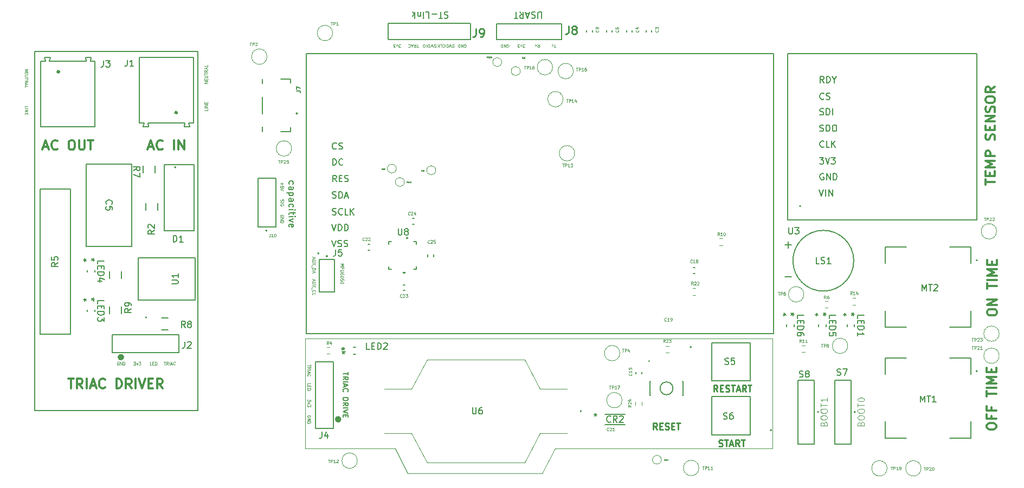
<source format=gbr>
%TF.GenerationSoftware,KiCad,Pcbnew,7.0.9*%
%TF.CreationDate,2024-01-04T23:56:04+08:00*%
%TF.ProjectId,stm32_timer_app,73746d33-325f-4746-996d-65725f617070,rev?*%
%TF.SameCoordinates,PX6a6e180PY6b00940*%
%TF.FileFunction,Legend,Top*%
%TF.FilePolarity,Positive*%
%FSLAX46Y46*%
G04 Gerber Fmt 4.6, Leading zero omitted, Abs format (unit mm)*
G04 Created by KiCad (PCBNEW 7.0.9) date 2024-01-04 23:56:04*
%MOMM*%
%LPD*%
G01*
G04 APERTURE LIST*
%ADD10C,0.050000*%
%ADD11C,0.150000*%
%ADD12C,0.117500*%
%ADD13C,0.250000*%
%ADD14C,0.200000*%
%ADD15C,0.300000*%
%ADD16C,0.101600*%
%ADD17C,0.254000*%
%ADD18C,0.118517*%
%ADD19C,0.152400*%
%ADD20C,0.508000*%
%ADD21C,0.100000*%
%ADD22C,0.120000*%
%ADD23C,0.127000*%
%ADD24C,0.400000*%
G04 APERTURE END LIST*
D10*
X49358000Y7100000D02*
X49358000Y24300000D01*
X86400000Y3200000D02*
X65400000Y3200000D01*
X122358000Y24300000D02*
X122358000Y7100000D01*
D11*
X32600000Y69200000D02*
X32600000Y13000000D01*
D10*
X65400000Y3200000D02*
X63400000Y7100000D01*
X122358000Y7100000D02*
X88400000Y7100000D01*
X88400000Y7100000D02*
X86400000Y3200000D01*
X63400000Y7100000D02*
X49358000Y7100000D01*
X49358000Y24300000D02*
X122358000Y24300000D01*
D11*
X32600000Y13000000D02*
X7100000Y13000000D01*
X7100000Y13000000D02*
X7100000Y69200000D01*
X7100000Y69200000D02*
X32600000Y69200000D01*
D12*
X25357857Y20163630D02*
X25134047Y20163630D01*
X25134047Y20163630D02*
X25134047Y20633630D01*
X25514523Y20409820D02*
X25671190Y20409820D01*
X25738333Y20163630D02*
X25514523Y20163630D01*
X25514523Y20163630D02*
X25514523Y20633630D01*
X25514523Y20633630D02*
X25738333Y20633630D01*
X25939761Y20163630D02*
X25939761Y20633630D01*
X25939761Y20633630D02*
X26051666Y20633630D01*
X26051666Y20633630D02*
X26118809Y20611249D01*
X26118809Y20611249D02*
X26163571Y20566487D01*
X26163571Y20566487D02*
X26185952Y20521725D01*
X26185952Y20521725D02*
X26208333Y20432201D01*
X26208333Y20432201D02*
X26208333Y20365058D01*
X26208333Y20365058D02*
X26185952Y20275534D01*
X26185952Y20275534D02*
X26163571Y20230772D01*
X26163571Y20230772D02*
X26118809Y20186010D01*
X26118809Y20186010D02*
X26051666Y20163630D01*
X26051666Y20163630D02*
X25939761Y20163630D01*
D13*
X104297618Y10085381D02*
X103964285Y10561572D01*
X103726190Y10085381D02*
X103726190Y11085381D01*
X103726190Y11085381D02*
X104107142Y11085381D01*
X104107142Y11085381D02*
X104202380Y11037762D01*
X104202380Y11037762D02*
X104249999Y10990143D01*
X104249999Y10990143D02*
X104297618Y10894905D01*
X104297618Y10894905D02*
X104297618Y10752048D01*
X104297618Y10752048D02*
X104249999Y10656810D01*
X104249999Y10656810D02*
X104202380Y10609191D01*
X104202380Y10609191D02*
X104107142Y10561572D01*
X104107142Y10561572D02*
X103726190Y10561572D01*
X104726190Y10609191D02*
X105059523Y10609191D01*
X105202380Y10085381D02*
X104726190Y10085381D01*
X104726190Y10085381D02*
X104726190Y11085381D01*
X104726190Y11085381D02*
X105202380Y11085381D01*
X105583333Y10133000D02*
X105726190Y10085381D01*
X105726190Y10085381D02*
X105964285Y10085381D01*
X105964285Y10085381D02*
X106059523Y10133000D01*
X106059523Y10133000D02*
X106107142Y10180620D01*
X106107142Y10180620D02*
X106154761Y10275858D01*
X106154761Y10275858D02*
X106154761Y10371096D01*
X106154761Y10371096D02*
X106107142Y10466334D01*
X106107142Y10466334D02*
X106059523Y10513953D01*
X106059523Y10513953D02*
X105964285Y10561572D01*
X105964285Y10561572D02*
X105773809Y10609191D01*
X105773809Y10609191D02*
X105678571Y10656810D01*
X105678571Y10656810D02*
X105630952Y10704429D01*
X105630952Y10704429D02*
X105583333Y10799667D01*
X105583333Y10799667D02*
X105583333Y10894905D01*
X105583333Y10894905D02*
X105630952Y10990143D01*
X105630952Y10990143D02*
X105678571Y11037762D01*
X105678571Y11037762D02*
X105773809Y11085381D01*
X105773809Y11085381D02*
X106011904Y11085381D01*
X106011904Y11085381D02*
X106154761Y11037762D01*
X106583333Y10609191D02*
X106916666Y10609191D01*
X107059523Y10085381D02*
X106583333Y10085381D01*
X106583333Y10085381D02*
X106583333Y11085381D01*
X106583333Y11085381D02*
X107059523Y11085381D01*
X107345238Y11085381D02*
X107916666Y11085381D01*
X107630952Y10085381D02*
X107630952Y11085381D01*
D12*
X72608095Y70263990D02*
X72540952Y70286371D01*
X72540952Y70286371D02*
X72429047Y70286371D01*
X72429047Y70286371D02*
X72384285Y70263990D01*
X72384285Y70263990D02*
X72361904Y70241610D01*
X72361904Y70241610D02*
X72339523Y70196848D01*
X72339523Y70196848D02*
X72339523Y70152086D01*
X72339523Y70152086D02*
X72361904Y70107324D01*
X72361904Y70107324D02*
X72384285Y70084943D01*
X72384285Y70084943D02*
X72429047Y70062562D01*
X72429047Y70062562D02*
X72518571Y70040181D01*
X72518571Y70040181D02*
X72563333Y70017800D01*
X72563333Y70017800D02*
X72585714Y69995419D01*
X72585714Y69995419D02*
X72608095Y69950657D01*
X72608095Y69950657D02*
X72608095Y69905895D01*
X72608095Y69905895D02*
X72585714Y69861133D01*
X72585714Y69861133D02*
X72563333Y69838752D01*
X72563333Y69838752D02*
X72518571Y69816371D01*
X72518571Y69816371D02*
X72406666Y69816371D01*
X72406666Y69816371D02*
X72339523Y69838752D01*
X72182857Y69816371D02*
X72070952Y70286371D01*
X72070952Y70286371D02*
X71981428Y69950657D01*
X71981428Y69950657D02*
X71891904Y70286371D01*
X71891904Y70286371D02*
X71780000Y69816371D01*
X71600952Y70286371D02*
X71600952Y69816371D01*
X71600952Y69816371D02*
X71489047Y69816371D01*
X71489047Y69816371D02*
X71421904Y69838752D01*
X71421904Y69838752D02*
X71377142Y69883514D01*
X71377142Y69883514D02*
X71354761Y69928276D01*
X71354761Y69928276D02*
X71332380Y70017800D01*
X71332380Y70017800D02*
X71332380Y70084943D01*
X71332380Y70084943D02*
X71354761Y70174467D01*
X71354761Y70174467D02*
X71377142Y70219229D01*
X71377142Y70219229D02*
X71421904Y70263990D01*
X71421904Y70263990D02*
X71489047Y70286371D01*
X71489047Y70286371D02*
X71600952Y70286371D01*
X70862380Y70241610D02*
X70884761Y70263990D01*
X70884761Y70263990D02*
X70951904Y70286371D01*
X70951904Y70286371D02*
X70996666Y70286371D01*
X70996666Y70286371D02*
X71063809Y70263990D01*
X71063809Y70263990D02*
X71108571Y70219229D01*
X71108571Y70219229D02*
X71130952Y70174467D01*
X71130952Y70174467D02*
X71153333Y70084943D01*
X71153333Y70084943D02*
X71153333Y70017800D01*
X71153333Y70017800D02*
X71130952Y69928276D01*
X71130952Y69928276D02*
X71108571Y69883514D01*
X71108571Y69883514D02*
X71063809Y69838752D01*
X71063809Y69838752D02*
X70996666Y69816371D01*
X70996666Y69816371D02*
X70951904Y69816371D01*
X70951904Y69816371D02*
X70884761Y69838752D01*
X70884761Y69838752D02*
X70862380Y69861133D01*
X70437142Y70286371D02*
X70660952Y70286371D01*
X70660952Y70286371D02*
X70660952Y69816371D01*
X70280476Y70286371D02*
X70280476Y69816371D01*
X70011904Y70286371D02*
X70213333Y70017800D01*
X70011904Y69816371D02*
X70280476Y70084943D01*
D10*
X105371428Y5427077D02*
X105438095Y5227077D01*
X105438095Y5227077D02*
X105504761Y5427077D01*
X105638095Y5331839D02*
X105666667Y5322315D01*
X105666667Y5322315D02*
X105676190Y5312791D01*
X105676190Y5312791D02*
X105685714Y5293743D01*
X105685714Y5293743D02*
X105685714Y5265172D01*
X105685714Y5265172D02*
X105676190Y5246124D01*
X105676190Y5246124D02*
X105666667Y5236600D01*
X105666667Y5236600D02*
X105647619Y5227077D01*
X105647619Y5227077D02*
X105571429Y5227077D01*
X105571429Y5227077D02*
X105571429Y5427077D01*
X105571429Y5427077D02*
X105638095Y5427077D01*
X105638095Y5427077D02*
X105657143Y5417553D01*
X105657143Y5417553D02*
X105666667Y5408029D01*
X105666667Y5408029D02*
X105676190Y5388981D01*
X105676190Y5388981D02*
X105676190Y5369934D01*
X105676190Y5369934D02*
X105666667Y5350886D01*
X105666667Y5350886D02*
X105657143Y5341362D01*
X105657143Y5341362D02*
X105638095Y5331839D01*
X105638095Y5331839D02*
X105571429Y5331839D01*
X105761905Y5284220D02*
X105857143Y5284220D01*
X105742857Y5227077D02*
X105809524Y5427077D01*
X105809524Y5427077D02*
X105876190Y5227077D01*
X105914286Y5427077D02*
X106028572Y5427077D01*
X105971429Y5227077D02*
X105971429Y5427077D01*
D14*
X56058304Y19031905D02*
X56058304Y18574762D01*
X55258304Y18803334D02*
X56058304Y18803334D01*
X55258304Y17850952D02*
X55639257Y18117619D01*
X55258304Y18308095D02*
X56058304Y18308095D01*
X56058304Y18308095D02*
X56058304Y18003333D01*
X56058304Y18003333D02*
X56020209Y17927143D01*
X56020209Y17927143D02*
X55982114Y17889048D01*
X55982114Y17889048D02*
X55905923Y17850952D01*
X55905923Y17850952D02*
X55791638Y17850952D01*
X55791638Y17850952D02*
X55715447Y17889048D01*
X55715447Y17889048D02*
X55677352Y17927143D01*
X55677352Y17927143D02*
X55639257Y18003333D01*
X55639257Y18003333D02*
X55639257Y18308095D01*
X55258304Y17508095D02*
X56058304Y17508095D01*
X55486876Y17165239D02*
X55486876Y16784286D01*
X55258304Y17241429D02*
X56058304Y16974762D01*
X56058304Y16974762D02*
X55258304Y16708096D01*
X55334495Y15984286D02*
X55296400Y16022382D01*
X55296400Y16022382D02*
X55258304Y16136667D01*
X55258304Y16136667D02*
X55258304Y16212858D01*
X55258304Y16212858D02*
X55296400Y16327144D01*
X55296400Y16327144D02*
X55372590Y16403334D01*
X55372590Y16403334D02*
X55448780Y16441429D01*
X55448780Y16441429D02*
X55601161Y16479525D01*
X55601161Y16479525D02*
X55715447Y16479525D01*
X55715447Y16479525D02*
X55867828Y16441429D01*
X55867828Y16441429D02*
X55944019Y16403334D01*
X55944019Y16403334D02*
X56020209Y16327144D01*
X56020209Y16327144D02*
X56058304Y16212858D01*
X56058304Y16212858D02*
X56058304Y16136667D01*
X56058304Y16136667D02*
X56020209Y16022382D01*
X56020209Y16022382D02*
X55982114Y15984286D01*
X55258304Y15031905D02*
X56058304Y15031905D01*
X56058304Y15031905D02*
X56058304Y14841429D01*
X56058304Y14841429D02*
X56020209Y14727143D01*
X56020209Y14727143D02*
X55944019Y14650953D01*
X55944019Y14650953D02*
X55867828Y14612858D01*
X55867828Y14612858D02*
X55715447Y14574762D01*
X55715447Y14574762D02*
X55601161Y14574762D01*
X55601161Y14574762D02*
X55448780Y14612858D01*
X55448780Y14612858D02*
X55372590Y14650953D01*
X55372590Y14650953D02*
X55296400Y14727143D01*
X55296400Y14727143D02*
X55258304Y14841429D01*
X55258304Y14841429D02*
X55258304Y15031905D01*
X55258304Y13774762D02*
X55639257Y14041429D01*
X55258304Y14231905D02*
X56058304Y14231905D01*
X56058304Y14231905D02*
X56058304Y13927143D01*
X56058304Y13927143D02*
X56020209Y13850953D01*
X56020209Y13850953D02*
X55982114Y13812858D01*
X55982114Y13812858D02*
X55905923Y13774762D01*
X55905923Y13774762D02*
X55791638Y13774762D01*
X55791638Y13774762D02*
X55715447Y13812858D01*
X55715447Y13812858D02*
X55677352Y13850953D01*
X55677352Y13850953D02*
X55639257Y13927143D01*
X55639257Y13927143D02*
X55639257Y14231905D01*
X55258304Y13431905D02*
X56058304Y13431905D01*
X56058304Y13165239D02*
X55258304Y12898572D01*
X55258304Y12898572D02*
X56058304Y12631906D01*
X55677352Y12365239D02*
X55677352Y12098573D01*
X55258304Y11984287D02*
X55258304Y12365239D01*
X55258304Y12365239D02*
X56058304Y12365239D01*
X56058304Y12365239D02*
X56058304Y11984287D01*
D15*
X155600828Y48351583D02*
X155600828Y49208725D01*
X157100828Y48780154D02*
X155600828Y48780154D01*
X156315114Y49708725D02*
X156315114Y50208725D01*
X157100828Y50423011D02*
X157100828Y49708725D01*
X157100828Y49708725D02*
X155600828Y49708725D01*
X155600828Y49708725D02*
X155600828Y50423011D01*
X157100828Y51065868D02*
X155600828Y51065868D01*
X155600828Y51065868D02*
X156672257Y51565868D01*
X156672257Y51565868D02*
X155600828Y52065868D01*
X155600828Y52065868D02*
X157100828Y52065868D01*
X157100828Y52780154D02*
X155600828Y52780154D01*
X155600828Y52780154D02*
X155600828Y53351583D01*
X155600828Y53351583D02*
X155672257Y53494440D01*
X155672257Y53494440D02*
X155743685Y53565869D01*
X155743685Y53565869D02*
X155886542Y53637297D01*
X155886542Y53637297D02*
X156100828Y53637297D01*
X156100828Y53637297D02*
X156243685Y53565869D01*
X156243685Y53565869D02*
X156315114Y53494440D01*
X156315114Y53494440D02*
X156386542Y53351583D01*
X156386542Y53351583D02*
X156386542Y52780154D01*
X157029400Y55351583D02*
X157100828Y55565868D01*
X157100828Y55565868D02*
X157100828Y55923011D01*
X157100828Y55923011D02*
X157029400Y56065868D01*
X157029400Y56065868D02*
X156957971Y56137297D01*
X156957971Y56137297D02*
X156815114Y56208726D01*
X156815114Y56208726D02*
X156672257Y56208726D01*
X156672257Y56208726D02*
X156529400Y56137297D01*
X156529400Y56137297D02*
X156457971Y56065868D01*
X156457971Y56065868D02*
X156386542Y55923011D01*
X156386542Y55923011D02*
X156315114Y55637297D01*
X156315114Y55637297D02*
X156243685Y55494440D01*
X156243685Y55494440D02*
X156172257Y55423011D01*
X156172257Y55423011D02*
X156029400Y55351583D01*
X156029400Y55351583D02*
X155886542Y55351583D01*
X155886542Y55351583D02*
X155743685Y55423011D01*
X155743685Y55423011D02*
X155672257Y55494440D01*
X155672257Y55494440D02*
X155600828Y55637297D01*
X155600828Y55637297D02*
X155600828Y55994440D01*
X155600828Y55994440D02*
X155672257Y56208726D01*
X156315114Y56851582D02*
X156315114Y57351582D01*
X157100828Y57565868D02*
X157100828Y56851582D01*
X157100828Y56851582D02*
X155600828Y56851582D01*
X155600828Y56851582D02*
X155600828Y57565868D01*
X157100828Y58208725D02*
X155600828Y58208725D01*
X155600828Y58208725D02*
X157100828Y59065868D01*
X157100828Y59065868D02*
X155600828Y59065868D01*
X157029400Y59708726D02*
X157100828Y59923011D01*
X157100828Y59923011D02*
X157100828Y60280154D01*
X157100828Y60280154D02*
X157029400Y60423011D01*
X157029400Y60423011D02*
X156957971Y60494440D01*
X156957971Y60494440D02*
X156815114Y60565869D01*
X156815114Y60565869D02*
X156672257Y60565869D01*
X156672257Y60565869D02*
X156529400Y60494440D01*
X156529400Y60494440D02*
X156457971Y60423011D01*
X156457971Y60423011D02*
X156386542Y60280154D01*
X156386542Y60280154D02*
X156315114Y59994440D01*
X156315114Y59994440D02*
X156243685Y59851583D01*
X156243685Y59851583D02*
X156172257Y59780154D01*
X156172257Y59780154D02*
X156029400Y59708726D01*
X156029400Y59708726D02*
X155886542Y59708726D01*
X155886542Y59708726D02*
X155743685Y59780154D01*
X155743685Y59780154D02*
X155672257Y59851583D01*
X155672257Y59851583D02*
X155600828Y59994440D01*
X155600828Y59994440D02*
X155600828Y60351583D01*
X155600828Y60351583D02*
X155672257Y60565869D01*
X155600828Y61494440D02*
X155600828Y61780154D01*
X155600828Y61780154D02*
X155672257Y61923011D01*
X155672257Y61923011D02*
X155815114Y62065868D01*
X155815114Y62065868D02*
X156100828Y62137297D01*
X156100828Y62137297D02*
X156600828Y62137297D01*
X156600828Y62137297D02*
X156886542Y62065868D01*
X156886542Y62065868D02*
X157029400Y61923011D01*
X157029400Y61923011D02*
X157100828Y61780154D01*
X157100828Y61780154D02*
X157100828Y61494440D01*
X157100828Y61494440D02*
X157029400Y61351582D01*
X157029400Y61351582D02*
X156886542Y61208725D01*
X156886542Y61208725D02*
X156600828Y61137297D01*
X156600828Y61137297D02*
X156100828Y61137297D01*
X156100828Y61137297D02*
X155815114Y61208725D01*
X155815114Y61208725D02*
X155672257Y61351582D01*
X155672257Y61351582D02*
X155600828Y61494440D01*
X157100828Y63637297D02*
X156386542Y63137297D01*
X157100828Y62780154D02*
X155600828Y62780154D01*
X155600828Y62780154D02*
X155600828Y63351583D01*
X155600828Y63351583D02*
X155672257Y63494440D01*
X155672257Y63494440D02*
X155743685Y63565869D01*
X155743685Y63565869D02*
X155886542Y63637297D01*
X155886542Y63637297D02*
X156100828Y63637297D01*
X156100828Y63637297D02*
X156243685Y63565869D01*
X156243685Y63565869D02*
X156315114Y63494440D01*
X156315114Y63494440D02*
X156386542Y63351583D01*
X156386542Y63351583D02*
X156386542Y62780154D01*
X12371429Y17999172D02*
X13228572Y17999172D01*
X12800000Y16499172D02*
X12800000Y17999172D01*
X14585714Y16499172D02*
X14085714Y17213458D01*
X13728571Y16499172D02*
X13728571Y17999172D01*
X13728571Y17999172D02*
X14300000Y17999172D01*
X14300000Y17999172D02*
X14442857Y17927743D01*
X14442857Y17927743D02*
X14514286Y17856315D01*
X14514286Y17856315D02*
X14585714Y17713458D01*
X14585714Y17713458D02*
X14585714Y17499172D01*
X14585714Y17499172D02*
X14514286Y17356315D01*
X14514286Y17356315D02*
X14442857Y17284886D01*
X14442857Y17284886D02*
X14300000Y17213458D01*
X14300000Y17213458D02*
X13728571Y17213458D01*
X15228571Y16499172D02*
X15228571Y17999172D01*
X15871429Y16927743D02*
X16585715Y16927743D01*
X15728572Y16499172D02*
X16228572Y17999172D01*
X16228572Y17999172D02*
X16728572Y16499172D01*
X18085714Y16642029D02*
X18014286Y16570600D01*
X18014286Y16570600D02*
X17800000Y16499172D01*
X17800000Y16499172D02*
X17657143Y16499172D01*
X17657143Y16499172D02*
X17442857Y16570600D01*
X17442857Y16570600D02*
X17300000Y16713458D01*
X17300000Y16713458D02*
X17228571Y16856315D01*
X17228571Y16856315D02*
X17157143Y17142029D01*
X17157143Y17142029D02*
X17157143Y17356315D01*
X17157143Y17356315D02*
X17228571Y17642029D01*
X17228571Y17642029D02*
X17300000Y17784886D01*
X17300000Y17784886D02*
X17442857Y17927743D01*
X17442857Y17927743D02*
X17657143Y17999172D01*
X17657143Y17999172D02*
X17800000Y17999172D01*
X17800000Y17999172D02*
X18014286Y17927743D01*
X18014286Y17927743D02*
X18085714Y17856315D01*
X19871428Y16499172D02*
X19871428Y17999172D01*
X19871428Y17999172D02*
X20228571Y17999172D01*
X20228571Y17999172D02*
X20442857Y17927743D01*
X20442857Y17927743D02*
X20585714Y17784886D01*
X20585714Y17784886D02*
X20657143Y17642029D01*
X20657143Y17642029D02*
X20728571Y17356315D01*
X20728571Y17356315D02*
X20728571Y17142029D01*
X20728571Y17142029D02*
X20657143Y16856315D01*
X20657143Y16856315D02*
X20585714Y16713458D01*
X20585714Y16713458D02*
X20442857Y16570600D01*
X20442857Y16570600D02*
X20228571Y16499172D01*
X20228571Y16499172D02*
X19871428Y16499172D01*
X22228571Y16499172D02*
X21728571Y17213458D01*
X21371428Y16499172D02*
X21371428Y17999172D01*
X21371428Y17999172D02*
X21942857Y17999172D01*
X21942857Y17999172D02*
X22085714Y17927743D01*
X22085714Y17927743D02*
X22157143Y17856315D01*
X22157143Y17856315D02*
X22228571Y17713458D01*
X22228571Y17713458D02*
X22228571Y17499172D01*
X22228571Y17499172D02*
X22157143Y17356315D01*
X22157143Y17356315D02*
X22085714Y17284886D01*
X22085714Y17284886D02*
X21942857Y17213458D01*
X21942857Y17213458D02*
X21371428Y17213458D01*
X22871428Y16499172D02*
X22871428Y17999172D01*
X23371429Y17999172D02*
X23871429Y16499172D01*
X23871429Y16499172D02*
X24371429Y17999172D01*
X24871428Y17284886D02*
X25371428Y17284886D01*
X25585714Y16499172D02*
X24871428Y16499172D01*
X24871428Y16499172D02*
X24871428Y17999172D01*
X24871428Y17999172D02*
X25585714Y17999172D01*
X27085714Y16499172D02*
X26585714Y17213458D01*
X26228571Y16499172D02*
X26228571Y17999172D01*
X26228571Y17999172D02*
X26800000Y17999172D01*
X26800000Y17999172D02*
X26942857Y17927743D01*
X26942857Y17927743D02*
X27014286Y17856315D01*
X27014286Y17856315D02*
X27085714Y17713458D01*
X27085714Y17713458D02*
X27085714Y17499172D01*
X27085714Y17499172D02*
X27014286Y17356315D01*
X27014286Y17356315D02*
X26942857Y17284886D01*
X26942857Y17284886D02*
X26800000Y17213458D01*
X26800000Y17213458D02*
X26228571Y17213458D01*
D12*
X50597914Y36997381D02*
X50597914Y36773571D01*
X50463629Y37042143D02*
X50933629Y36885476D01*
X50933629Y36885476D02*
X50463629Y36728809D01*
X50933629Y36572143D02*
X50553152Y36572143D01*
X50553152Y36572143D02*
X50508390Y36549762D01*
X50508390Y36549762D02*
X50486010Y36527381D01*
X50486010Y36527381D02*
X50463629Y36482619D01*
X50463629Y36482619D02*
X50463629Y36393095D01*
X50463629Y36393095D02*
X50486010Y36348333D01*
X50486010Y36348333D02*
X50508390Y36325952D01*
X50508390Y36325952D02*
X50553152Y36303571D01*
X50553152Y36303571D02*
X50933629Y36303571D01*
X50933629Y36124524D02*
X50463629Y35811190D01*
X50933629Y35811190D02*
X50463629Y36124524D01*
X50418867Y35744047D02*
X50418867Y35385952D01*
X50463629Y35274048D02*
X50933629Y35274048D01*
X50933629Y35274048D02*
X50933629Y35162143D01*
X50933629Y35162143D02*
X50911248Y35095000D01*
X50911248Y35095000D02*
X50866486Y35050238D01*
X50866486Y35050238D02*
X50821724Y35027857D01*
X50821724Y35027857D02*
X50732200Y35005476D01*
X50732200Y35005476D02*
X50665057Y35005476D01*
X50665057Y35005476D02*
X50575533Y35027857D01*
X50575533Y35027857D02*
X50530771Y35050238D01*
X50530771Y35050238D02*
X50486010Y35095000D01*
X50486010Y35095000D02*
X50463629Y35162143D01*
X50463629Y35162143D02*
X50463629Y35274048D01*
X50597914Y34826429D02*
X50597914Y34602619D01*
X50463629Y34871191D02*
X50933629Y34714524D01*
X50933629Y34714524D02*
X50463629Y34557857D01*
D11*
X86298929Y74369820D02*
X86298929Y75179343D01*
X86298929Y75179343D02*
X86251310Y75274581D01*
X86251310Y75274581D02*
X86203691Y75322200D01*
X86203691Y75322200D02*
X86108453Y75369820D01*
X86108453Y75369820D02*
X85917977Y75369820D01*
X85917977Y75369820D02*
X85822739Y75322200D01*
X85822739Y75322200D02*
X85775120Y75274581D01*
X85775120Y75274581D02*
X85727501Y75179343D01*
X85727501Y75179343D02*
X85727501Y74369820D01*
X85298929Y75322200D02*
X85156072Y75369820D01*
X85156072Y75369820D02*
X84917977Y75369820D01*
X84917977Y75369820D02*
X84822739Y75322200D01*
X84822739Y75322200D02*
X84775120Y75274581D01*
X84775120Y75274581D02*
X84727501Y75179343D01*
X84727501Y75179343D02*
X84727501Y75084105D01*
X84727501Y75084105D02*
X84775120Y74988867D01*
X84775120Y74988867D02*
X84822739Y74941248D01*
X84822739Y74941248D02*
X84917977Y74893629D01*
X84917977Y74893629D02*
X85108453Y74846010D01*
X85108453Y74846010D02*
X85203691Y74798391D01*
X85203691Y74798391D02*
X85251310Y74750772D01*
X85251310Y74750772D02*
X85298929Y74655534D01*
X85298929Y74655534D02*
X85298929Y74560296D01*
X85298929Y74560296D02*
X85251310Y74465058D01*
X85251310Y74465058D02*
X85203691Y74417439D01*
X85203691Y74417439D02*
X85108453Y74369820D01*
X85108453Y74369820D02*
X84870358Y74369820D01*
X84870358Y74369820D02*
X84727501Y74417439D01*
X84346548Y75084105D02*
X83870358Y75084105D01*
X84441786Y75369820D02*
X84108453Y74369820D01*
X84108453Y74369820D02*
X83775120Y75369820D01*
X82870358Y75369820D02*
X83203691Y74893629D01*
X83441786Y75369820D02*
X83441786Y74369820D01*
X83441786Y74369820D02*
X83060834Y74369820D01*
X83060834Y74369820D02*
X82965596Y74417439D01*
X82965596Y74417439D02*
X82917977Y74465058D01*
X82917977Y74465058D02*
X82870358Y74560296D01*
X82870358Y74560296D02*
X82870358Y74703153D01*
X82870358Y74703153D02*
X82917977Y74798391D01*
X82917977Y74798391D02*
X82965596Y74846010D01*
X82965596Y74846010D02*
X83060834Y74893629D01*
X83060834Y74893629D02*
X83441786Y74893629D01*
X82584643Y74369820D02*
X82013215Y74369820D01*
X82298929Y75369820D02*
X82298929Y74369820D01*
D12*
X74208095Y69838752D02*
X74252857Y69816371D01*
X74252857Y69816371D02*
X74320000Y69816371D01*
X74320000Y69816371D02*
X74387143Y69838752D01*
X74387143Y69838752D02*
X74431905Y69883514D01*
X74431905Y69883514D02*
X74454286Y69928276D01*
X74454286Y69928276D02*
X74476667Y70017800D01*
X74476667Y70017800D02*
X74476667Y70084943D01*
X74476667Y70084943D02*
X74454286Y70174467D01*
X74454286Y70174467D02*
X74431905Y70219229D01*
X74431905Y70219229D02*
X74387143Y70263990D01*
X74387143Y70263990D02*
X74320000Y70286371D01*
X74320000Y70286371D02*
X74275238Y70286371D01*
X74275238Y70286371D02*
X74208095Y70263990D01*
X74208095Y70263990D02*
X74185714Y70241610D01*
X74185714Y70241610D02*
X74185714Y70084943D01*
X74185714Y70084943D02*
X74275238Y70084943D01*
X73984286Y70286371D02*
X73984286Y69816371D01*
X73984286Y69816371D02*
X73715714Y70286371D01*
X73715714Y70286371D02*
X73715714Y69816371D01*
X73491905Y70286371D02*
X73491905Y69816371D01*
X73491905Y69816371D02*
X73380000Y69816371D01*
X73380000Y69816371D02*
X73312857Y69838752D01*
X73312857Y69838752D02*
X73268095Y69883514D01*
X73268095Y69883514D02*
X73245714Y69928276D01*
X73245714Y69928276D02*
X73223333Y70017800D01*
X73223333Y70017800D02*
X73223333Y70084943D01*
X73223333Y70084943D02*
X73245714Y70174467D01*
X73245714Y70174467D02*
X73268095Y70219229D01*
X73268095Y70219229D02*
X73312857Y70263990D01*
X73312857Y70263990D02*
X73380000Y70286371D01*
X73380000Y70286371D02*
X73491905Y70286371D01*
D10*
X77757143Y68177077D02*
X77757143Y68377077D01*
X77757143Y68377077D02*
X77833333Y68377077D01*
X77833333Y68377077D02*
X77852381Y68367553D01*
X77852381Y68367553D02*
X77861904Y68358029D01*
X77861904Y68358029D02*
X77871428Y68338981D01*
X77871428Y68338981D02*
X77871428Y68310410D01*
X77871428Y68310410D02*
X77861904Y68291362D01*
X77861904Y68291362D02*
X77852381Y68281839D01*
X77852381Y68281839D02*
X77833333Y68272315D01*
X77833333Y68272315D02*
X77757143Y68272315D01*
X78023809Y68281839D02*
X78052381Y68272315D01*
X78052381Y68272315D02*
X78061904Y68262791D01*
X78061904Y68262791D02*
X78071428Y68243743D01*
X78071428Y68243743D02*
X78071428Y68215172D01*
X78071428Y68215172D02*
X78061904Y68196124D01*
X78061904Y68196124D02*
X78052381Y68186600D01*
X78052381Y68186600D02*
X78033333Y68177077D01*
X78033333Y68177077D02*
X77957143Y68177077D01*
X77957143Y68177077D02*
X77957143Y68377077D01*
X77957143Y68377077D02*
X78023809Y68377077D01*
X78023809Y68377077D02*
X78042857Y68367553D01*
X78042857Y68367553D02*
X78052381Y68358029D01*
X78052381Y68358029D02*
X78061904Y68338981D01*
X78061904Y68338981D02*
X78061904Y68319934D01*
X78061904Y68319934D02*
X78052381Y68300886D01*
X78052381Y68300886D02*
X78042857Y68291362D01*
X78042857Y68291362D02*
X78023809Y68281839D01*
X78023809Y68281839D02*
X77957143Y68281839D01*
X78261904Y68177077D02*
X78147619Y68177077D01*
X78204762Y68177077D02*
X78204762Y68377077D01*
X78204762Y68377077D02*
X78185714Y68348505D01*
X78185714Y68348505D02*
X78166666Y68329458D01*
X78166666Y68329458D02*
X78147619Y68319934D01*
X78385714Y68377077D02*
X78404761Y68377077D01*
X78404761Y68377077D02*
X78423809Y68367553D01*
X78423809Y68367553D02*
X78433333Y68358029D01*
X78433333Y68358029D02*
X78442857Y68338981D01*
X78442857Y68338981D02*
X78452380Y68300886D01*
X78452380Y68300886D02*
X78452380Y68253267D01*
X78452380Y68253267D02*
X78442857Y68215172D01*
X78442857Y68215172D02*
X78433333Y68196124D01*
X78433333Y68196124D02*
X78423809Y68186600D01*
X78423809Y68186600D02*
X78404761Y68177077D01*
X78404761Y68177077D02*
X78385714Y68177077D01*
X78385714Y68177077D02*
X78366666Y68186600D01*
X78366666Y68186600D02*
X78357142Y68196124D01*
X78357142Y68196124D02*
X78347619Y68215172D01*
X78347619Y68215172D02*
X78338095Y68253267D01*
X78338095Y68253267D02*
X78338095Y68300886D01*
X78338095Y68300886D02*
X78347619Y68338981D01*
X78347619Y68338981D02*
X78357142Y68358029D01*
X78357142Y68358029D02*
X78366666Y68367553D01*
X78366666Y68367553D02*
X78385714Y68377077D01*
D12*
X50161248Y12018095D02*
X50183629Y12062857D01*
X50183629Y12062857D02*
X50183629Y12130000D01*
X50183629Y12130000D02*
X50161248Y12197143D01*
X50161248Y12197143D02*
X50116486Y12241905D01*
X50116486Y12241905D02*
X50071724Y12264286D01*
X50071724Y12264286D02*
X49982200Y12286667D01*
X49982200Y12286667D02*
X49915057Y12286667D01*
X49915057Y12286667D02*
X49825533Y12264286D01*
X49825533Y12264286D02*
X49780771Y12241905D01*
X49780771Y12241905D02*
X49736010Y12197143D01*
X49736010Y12197143D02*
X49713629Y12130000D01*
X49713629Y12130000D02*
X49713629Y12085238D01*
X49713629Y12085238D02*
X49736010Y12018095D01*
X49736010Y12018095D02*
X49758390Y11995714D01*
X49758390Y11995714D02*
X49915057Y11995714D01*
X49915057Y11995714D02*
X49915057Y12085238D01*
X49713629Y11794286D02*
X50183629Y11794286D01*
X50183629Y11794286D02*
X49713629Y11525714D01*
X49713629Y11525714D02*
X50183629Y11525714D01*
X49713629Y11301905D02*
X50183629Y11301905D01*
X50183629Y11301905D02*
X50183629Y11190000D01*
X50183629Y11190000D02*
X50161248Y11122857D01*
X50161248Y11122857D02*
X50116486Y11078095D01*
X50116486Y11078095D02*
X50071724Y11055714D01*
X50071724Y11055714D02*
X49982200Y11033333D01*
X49982200Y11033333D02*
X49915057Y11033333D01*
X49915057Y11033333D02*
X49825533Y11055714D01*
X49825533Y11055714D02*
X49780771Y11078095D01*
X49780771Y11078095D02*
X49736010Y11122857D01*
X49736010Y11122857D02*
X49713629Y11190000D01*
X49713629Y11190000D02*
X49713629Y11301905D01*
X45951248Y43358095D02*
X45973629Y43402857D01*
X45973629Y43402857D02*
X45973629Y43470000D01*
X45973629Y43470000D02*
X45951248Y43537143D01*
X45951248Y43537143D02*
X45906486Y43581905D01*
X45906486Y43581905D02*
X45861724Y43604286D01*
X45861724Y43604286D02*
X45772200Y43626667D01*
X45772200Y43626667D02*
X45705057Y43626667D01*
X45705057Y43626667D02*
X45615533Y43604286D01*
X45615533Y43604286D02*
X45570771Y43581905D01*
X45570771Y43581905D02*
X45526010Y43537143D01*
X45526010Y43537143D02*
X45503629Y43470000D01*
X45503629Y43470000D02*
X45503629Y43425238D01*
X45503629Y43425238D02*
X45526010Y43358095D01*
X45526010Y43358095D02*
X45548390Y43335714D01*
X45548390Y43335714D02*
X45705057Y43335714D01*
X45705057Y43335714D02*
X45705057Y43425238D01*
X45503629Y43134286D02*
X45973629Y43134286D01*
X45973629Y43134286D02*
X45503629Y42865714D01*
X45503629Y42865714D02*
X45973629Y42865714D01*
X45503629Y42641905D02*
X45973629Y42641905D01*
X45973629Y42641905D02*
X45973629Y42530000D01*
X45973629Y42530000D02*
X45951248Y42462857D01*
X45951248Y42462857D02*
X45906486Y42418095D01*
X45906486Y42418095D02*
X45861724Y42395714D01*
X45861724Y42395714D02*
X45772200Y42373333D01*
X45772200Y42373333D02*
X45705057Y42373333D01*
X45705057Y42373333D02*
X45615533Y42395714D01*
X45615533Y42395714D02*
X45570771Y42418095D01*
X45570771Y42418095D02*
X45526010Y42462857D01*
X45526010Y42462857D02*
X45503629Y42530000D01*
X45503629Y42530000D02*
X45503629Y42641905D01*
X88474524Y69816371D02*
X88205952Y69816371D01*
X88340238Y70286371D02*
X88340238Y69816371D01*
X88094048Y70286371D02*
X87847857Y69973038D01*
X88094048Y69973038D02*
X87847857Y70286371D01*
X22560476Y20633630D02*
X22851429Y20633630D01*
X22851429Y20633630D02*
X22694762Y20454582D01*
X22694762Y20454582D02*
X22761905Y20454582D01*
X22761905Y20454582D02*
X22806667Y20432201D01*
X22806667Y20432201D02*
X22829048Y20409820D01*
X22829048Y20409820D02*
X22851429Y20365058D01*
X22851429Y20365058D02*
X22851429Y20253153D01*
X22851429Y20253153D02*
X22829048Y20208391D01*
X22829048Y20208391D02*
X22806667Y20186010D01*
X22806667Y20186010D02*
X22761905Y20163630D01*
X22761905Y20163630D02*
X22627619Y20163630D01*
X22627619Y20163630D02*
X22582857Y20186010D01*
X22582857Y20186010D02*
X22560476Y20208391D01*
X23008095Y20476963D02*
X23120000Y20163630D01*
X23120000Y20163630D02*
X23231905Y20476963D01*
X23366190Y20633630D02*
X23657143Y20633630D01*
X23657143Y20633630D02*
X23500476Y20454582D01*
X23500476Y20454582D02*
X23567619Y20454582D01*
X23567619Y20454582D02*
X23612381Y20432201D01*
X23612381Y20432201D02*
X23634762Y20409820D01*
X23634762Y20409820D02*
X23657143Y20365058D01*
X23657143Y20365058D02*
X23657143Y20253153D01*
X23657143Y20253153D02*
X23634762Y20208391D01*
X23634762Y20208391D02*
X23612381Y20186010D01*
X23612381Y20186010D02*
X23567619Y20163630D01*
X23567619Y20163630D02*
X23433333Y20163630D01*
X23433333Y20163630D02*
X23388571Y20186010D01*
X23388571Y20186010D02*
X23366190Y20208391D01*
X27282380Y20633630D02*
X27550952Y20633630D01*
X27416666Y20163630D02*
X27416666Y20633630D01*
X27976190Y20163630D02*
X27819523Y20387439D01*
X27707618Y20163630D02*
X27707618Y20633630D01*
X27707618Y20633630D02*
X27886666Y20633630D01*
X27886666Y20633630D02*
X27931428Y20611249D01*
X27931428Y20611249D02*
X27953809Y20588868D01*
X27953809Y20588868D02*
X27976190Y20544106D01*
X27976190Y20544106D02*
X27976190Y20476963D01*
X27976190Y20476963D02*
X27953809Y20432201D01*
X27953809Y20432201D02*
X27931428Y20409820D01*
X27931428Y20409820D02*
X27886666Y20387439D01*
X27886666Y20387439D02*
X27707618Y20387439D01*
X28177618Y20163630D02*
X28177618Y20633630D01*
X28379047Y20297915D02*
X28602857Y20297915D01*
X28334285Y20163630D02*
X28490952Y20633630D01*
X28490952Y20633630D02*
X28647619Y20163630D01*
X29072857Y20208391D02*
X29050476Y20186010D01*
X29050476Y20186010D02*
X28983333Y20163630D01*
X28983333Y20163630D02*
X28938571Y20163630D01*
X28938571Y20163630D02*
X28871428Y20186010D01*
X28871428Y20186010D02*
X28826666Y20230772D01*
X28826666Y20230772D02*
X28804285Y20275534D01*
X28804285Y20275534D02*
X28781904Y20365058D01*
X28781904Y20365058D02*
X28781904Y20432201D01*
X28781904Y20432201D02*
X28804285Y20521725D01*
X28804285Y20521725D02*
X28826666Y20566487D01*
X28826666Y20566487D02*
X28871428Y20611249D01*
X28871428Y20611249D02*
X28938571Y20633630D01*
X28938571Y20633630D02*
X28983333Y20633630D01*
X28983333Y20633630D02*
X29050476Y20611249D01*
X29050476Y20611249D02*
X29072857Y20588868D01*
D15*
X155900828Y28251582D02*
X155900828Y28537296D01*
X155900828Y28537296D02*
X155972257Y28680153D01*
X155972257Y28680153D02*
X156115114Y28823010D01*
X156115114Y28823010D02*
X156400828Y28894439D01*
X156400828Y28894439D02*
X156900828Y28894439D01*
X156900828Y28894439D02*
X157186542Y28823010D01*
X157186542Y28823010D02*
X157329400Y28680153D01*
X157329400Y28680153D02*
X157400828Y28537296D01*
X157400828Y28537296D02*
X157400828Y28251582D01*
X157400828Y28251582D02*
X157329400Y28108724D01*
X157329400Y28108724D02*
X157186542Y27965867D01*
X157186542Y27965867D02*
X156900828Y27894439D01*
X156900828Y27894439D02*
X156400828Y27894439D01*
X156400828Y27894439D02*
X156115114Y27965867D01*
X156115114Y27965867D02*
X155972257Y28108724D01*
X155972257Y28108724D02*
X155900828Y28251582D01*
X157400828Y29537296D02*
X155900828Y29537296D01*
X155900828Y29537296D02*
X157400828Y30394439D01*
X157400828Y30394439D02*
X155900828Y30394439D01*
X155900828Y32037297D02*
X155900828Y32894439D01*
X157400828Y32465868D02*
X155900828Y32465868D01*
X157400828Y33394439D02*
X155900828Y33394439D01*
X157400828Y34108725D02*
X155900828Y34108725D01*
X155900828Y34108725D02*
X156972257Y34608725D01*
X156972257Y34608725D02*
X155900828Y35108725D01*
X155900828Y35108725D02*
X157400828Y35108725D01*
X156615114Y35823011D02*
X156615114Y36323011D01*
X157400828Y36537297D02*
X157400828Y35823011D01*
X157400828Y35823011D02*
X155900828Y35823011D01*
X155900828Y35823011D02*
X155900828Y36537297D01*
D12*
X54863629Y35983096D02*
X55333629Y35983096D01*
X55333629Y35983096D02*
X54997914Y35826429D01*
X54997914Y35826429D02*
X55333629Y35669762D01*
X55333629Y35669762D02*
X54863629Y35669762D01*
X54863629Y35445953D02*
X55333629Y35445953D01*
X55333629Y35445953D02*
X55333629Y35266905D01*
X55333629Y35266905D02*
X55311248Y35222143D01*
X55311248Y35222143D02*
X55288867Y35199762D01*
X55288867Y35199762D02*
X55244105Y35177381D01*
X55244105Y35177381D02*
X55176962Y35177381D01*
X55176962Y35177381D02*
X55132200Y35199762D01*
X55132200Y35199762D02*
X55109819Y35222143D01*
X55109819Y35222143D02*
X55087438Y35266905D01*
X55087438Y35266905D02*
X55087438Y35445953D01*
X55333629Y34975953D02*
X54953152Y34975953D01*
X54953152Y34975953D02*
X54908390Y34953572D01*
X54908390Y34953572D02*
X54886010Y34931191D01*
X54886010Y34931191D02*
X54863629Y34886429D01*
X54863629Y34886429D02*
X54863629Y34796905D01*
X54863629Y34796905D02*
X54886010Y34752143D01*
X54886010Y34752143D02*
X54908390Y34729762D01*
X54908390Y34729762D02*
X54953152Y34707381D01*
X54953152Y34707381D02*
X55333629Y34707381D01*
X55333629Y34282143D02*
X55333629Y34371667D01*
X55333629Y34371667D02*
X55311248Y34416429D01*
X55311248Y34416429D02*
X55288867Y34438810D01*
X55288867Y34438810D02*
X55221724Y34483572D01*
X55221724Y34483572D02*
X55132200Y34505953D01*
X55132200Y34505953D02*
X54953152Y34505953D01*
X54953152Y34505953D02*
X54908390Y34483572D01*
X54908390Y34483572D02*
X54886010Y34461191D01*
X54886010Y34461191D02*
X54863629Y34416429D01*
X54863629Y34416429D02*
X54863629Y34326905D01*
X54863629Y34326905D02*
X54886010Y34282143D01*
X54886010Y34282143D02*
X54908390Y34259762D01*
X54908390Y34259762D02*
X54953152Y34237381D01*
X54953152Y34237381D02*
X55065057Y34237381D01*
X55065057Y34237381D02*
X55109819Y34259762D01*
X55109819Y34259762D02*
X55132200Y34282143D01*
X55132200Y34282143D02*
X55154581Y34326905D01*
X55154581Y34326905D02*
X55154581Y34416429D01*
X55154581Y34416429D02*
X55132200Y34461191D01*
X55132200Y34461191D02*
X55109819Y34483572D01*
X55109819Y34483572D02*
X55065057Y34505953D01*
X55333629Y33946429D02*
X55333629Y33901667D01*
X55333629Y33901667D02*
X55311248Y33856905D01*
X55311248Y33856905D02*
X55288867Y33834524D01*
X55288867Y33834524D02*
X55244105Y33812143D01*
X55244105Y33812143D02*
X55154581Y33789762D01*
X55154581Y33789762D02*
X55042676Y33789762D01*
X55042676Y33789762D02*
X54953152Y33812143D01*
X54953152Y33812143D02*
X54908390Y33834524D01*
X54908390Y33834524D02*
X54886010Y33856905D01*
X54886010Y33856905D02*
X54863629Y33901667D01*
X54863629Y33901667D02*
X54863629Y33946429D01*
X54863629Y33946429D02*
X54886010Y33991191D01*
X54886010Y33991191D02*
X54908390Y34013572D01*
X54908390Y34013572D02*
X54953152Y34035953D01*
X54953152Y34035953D02*
X55042676Y34058334D01*
X55042676Y34058334D02*
X55154581Y34058334D01*
X55154581Y34058334D02*
X55244105Y34035953D01*
X55244105Y34035953D02*
X55288867Y34013572D01*
X55288867Y34013572D02*
X55311248Y33991191D01*
X55311248Y33991191D02*
X55333629Y33946429D01*
X55333629Y33364524D02*
X55333629Y33588334D01*
X55333629Y33588334D02*
X55109819Y33610715D01*
X55109819Y33610715D02*
X55132200Y33588334D01*
X55132200Y33588334D02*
X55154581Y33543572D01*
X55154581Y33543572D02*
X55154581Y33431667D01*
X55154581Y33431667D02*
X55132200Y33386905D01*
X55132200Y33386905D02*
X55109819Y33364524D01*
X55109819Y33364524D02*
X55065057Y33342143D01*
X55065057Y33342143D02*
X54953152Y33342143D01*
X54953152Y33342143D02*
X54908390Y33364524D01*
X54908390Y33364524D02*
X54886010Y33386905D01*
X54886010Y33386905D02*
X54863629Y33431667D01*
X54863629Y33431667D02*
X54863629Y33543572D01*
X54863629Y33543572D02*
X54886010Y33588334D01*
X54886010Y33588334D02*
X54908390Y33610715D01*
X55333629Y33051191D02*
X55333629Y33006429D01*
X55333629Y33006429D02*
X55311248Y32961667D01*
X55311248Y32961667D02*
X55288867Y32939286D01*
X55288867Y32939286D02*
X55244105Y32916905D01*
X55244105Y32916905D02*
X55154581Y32894524D01*
X55154581Y32894524D02*
X55042676Y32894524D01*
X55042676Y32894524D02*
X54953152Y32916905D01*
X54953152Y32916905D02*
X54908390Y32939286D01*
X54908390Y32939286D02*
X54886010Y32961667D01*
X54886010Y32961667D02*
X54863629Y33006429D01*
X54863629Y33006429D02*
X54863629Y33051191D01*
X54863629Y33051191D02*
X54886010Y33095953D01*
X54886010Y33095953D02*
X54908390Y33118334D01*
X54908390Y33118334D02*
X54953152Y33140715D01*
X54953152Y33140715D02*
X55042676Y33163096D01*
X55042676Y33163096D02*
X55154581Y33163096D01*
X55154581Y33163096D02*
X55244105Y33140715D01*
X55244105Y33140715D02*
X55288867Y33118334D01*
X55288867Y33118334D02*
X55311248Y33095953D01*
X55311248Y33095953D02*
X55333629Y33051191D01*
D11*
X46867800Y48419048D02*
X46820180Y48514286D01*
X46820180Y48514286D02*
X46820180Y48704762D01*
X46820180Y48704762D02*
X46867800Y48800000D01*
X46867800Y48800000D02*
X46915419Y48847619D01*
X46915419Y48847619D02*
X47010657Y48895238D01*
X47010657Y48895238D02*
X47296371Y48895238D01*
X47296371Y48895238D02*
X47391609Y48847619D01*
X47391609Y48847619D02*
X47439228Y48800000D01*
X47439228Y48800000D02*
X47486847Y48704762D01*
X47486847Y48704762D02*
X47486847Y48514286D01*
X47486847Y48514286D02*
X47439228Y48419048D01*
X46820180Y47561905D02*
X47343990Y47561905D01*
X47343990Y47561905D02*
X47439228Y47609524D01*
X47439228Y47609524D02*
X47486847Y47704762D01*
X47486847Y47704762D02*
X47486847Y47895238D01*
X47486847Y47895238D02*
X47439228Y47990476D01*
X46867800Y47561905D02*
X46820180Y47657143D01*
X46820180Y47657143D02*
X46820180Y47895238D01*
X46820180Y47895238D02*
X46867800Y47990476D01*
X46867800Y47990476D02*
X46963038Y48038095D01*
X46963038Y48038095D02*
X47058276Y48038095D01*
X47058276Y48038095D02*
X47153514Y47990476D01*
X47153514Y47990476D02*
X47201133Y47895238D01*
X47201133Y47895238D02*
X47201133Y47657143D01*
X47201133Y47657143D02*
X47248752Y47561905D01*
X47486847Y47085714D02*
X46486847Y47085714D01*
X47439228Y47085714D02*
X47486847Y46990476D01*
X47486847Y46990476D02*
X47486847Y46800000D01*
X47486847Y46800000D02*
X47439228Y46704762D01*
X47439228Y46704762D02*
X47391609Y46657143D01*
X47391609Y46657143D02*
X47296371Y46609524D01*
X47296371Y46609524D02*
X47010657Y46609524D01*
X47010657Y46609524D02*
X46915419Y46657143D01*
X46915419Y46657143D02*
X46867800Y46704762D01*
X46867800Y46704762D02*
X46820180Y46800000D01*
X46820180Y46800000D02*
X46820180Y46990476D01*
X46820180Y46990476D02*
X46867800Y47085714D01*
X46820180Y45752381D02*
X47343990Y45752381D01*
X47343990Y45752381D02*
X47439228Y45800000D01*
X47439228Y45800000D02*
X47486847Y45895238D01*
X47486847Y45895238D02*
X47486847Y46085714D01*
X47486847Y46085714D02*
X47439228Y46180952D01*
X46867800Y45752381D02*
X46820180Y45847619D01*
X46820180Y45847619D02*
X46820180Y46085714D01*
X46820180Y46085714D02*
X46867800Y46180952D01*
X46867800Y46180952D02*
X46963038Y46228571D01*
X46963038Y46228571D02*
X47058276Y46228571D01*
X47058276Y46228571D02*
X47153514Y46180952D01*
X47153514Y46180952D02*
X47201133Y46085714D01*
X47201133Y46085714D02*
X47201133Y45847619D01*
X47201133Y45847619D02*
X47248752Y45752381D01*
X46867800Y44847619D02*
X46820180Y44942857D01*
X46820180Y44942857D02*
X46820180Y45133333D01*
X46820180Y45133333D02*
X46867800Y45228571D01*
X46867800Y45228571D02*
X46915419Y45276190D01*
X46915419Y45276190D02*
X47010657Y45323809D01*
X47010657Y45323809D02*
X47296371Y45323809D01*
X47296371Y45323809D02*
X47391609Y45276190D01*
X47391609Y45276190D02*
X47439228Y45228571D01*
X47439228Y45228571D02*
X47486847Y45133333D01*
X47486847Y45133333D02*
X47486847Y44942857D01*
X47486847Y44942857D02*
X47439228Y44847619D01*
X46820180Y44419047D02*
X47486847Y44419047D01*
X47820180Y44419047D02*
X47772561Y44466666D01*
X47772561Y44466666D02*
X47724942Y44419047D01*
X47724942Y44419047D02*
X47772561Y44371428D01*
X47772561Y44371428D02*
X47820180Y44419047D01*
X47820180Y44419047D02*
X47724942Y44419047D01*
X47486847Y44085714D02*
X47486847Y43704762D01*
X47820180Y43942857D02*
X46963038Y43942857D01*
X46963038Y43942857D02*
X46867800Y43895238D01*
X46867800Y43895238D02*
X46820180Y43800000D01*
X46820180Y43800000D02*
X46820180Y43704762D01*
X46820180Y43371428D02*
X47486847Y43371428D01*
X47820180Y43371428D02*
X47772561Y43419047D01*
X47772561Y43419047D02*
X47724942Y43371428D01*
X47724942Y43371428D02*
X47772561Y43323809D01*
X47772561Y43323809D02*
X47820180Y43371428D01*
X47820180Y43371428D02*
X47724942Y43371428D01*
X47486847Y42990476D02*
X46820180Y42752381D01*
X46820180Y42752381D02*
X47486847Y42514286D01*
X46867800Y41752381D02*
X46820180Y41847619D01*
X46820180Y41847619D02*
X46820180Y42038095D01*
X46820180Y42038095D02*
X46867800Y42133333D01*
X46867800Y42133333D02*
X46963038Y42180952D01*
X46963038Y42180952D02*
X47343990Y42180952D01*
X47343990Y42180952D02*
X47439228Y42133333D01*
X47439228Y42133333D02*
X47486847Y42038095D01*
X47486847Y42038095D02*
X47486847Y41847619D01*
X47486847Y41847619D02*
X47439228Y41752381D01*
X47439228Y41752381D02*
X47343990Y41704762D01*
X47343990Y41704762D02*
X47248752Y41704762D01*
X47248752Y41704762D02*
X47153514Y42180952D01*
D12*
X5563629Y66398810D02*
X6033629Y66398810D01*
X6033629Y66398810D02*
X5563629Y66130238D01*
X5563629Y66130238D02*
X6033629Y66130238D01*
X5809819Y65906429D02*
X5809819Y65749762D01*
X5563629Y65682619D02*
X5563629Y65906429D01*
X5563629Y65906429D02*
X6033629Y65906429D01*
X6033629Y65906429D02*
X6033629Y65682619D01*
X6033629Y65481191D02*
X5653152Y65481191D01*
X5653152Y65481191D02*
X5608390Y65458810D01*
X5608390Y65458810D02*
X5586010Y65436429D01*
X5586010Y65436429D02*
X5563629Y65391667D01*
X5563629Y65391667D02*
X5563629Y65302143D01*
X5563629Y65302143D02*
X5586010Y65257381D01*
X5586010Y65257381D02*
X5608390Y65235000D01*
X5608390Y65235000D02*
X5653152Y65212619D01*
X5653152Y65212619D02*
X6033629Y65212619D01*
X6033629Y65055953D02*
X6033629Y64787381D01*
X5563629Y64921667D02*
X6033629Y64921667D01*
X5563629Y64362143D02*
X5787438Y64518810D01*
X5563629Y64630715D02*
X6033629Y64630715D01*
X6033629Y64630715D02*
X6033629Y64451667D01*
X6033629Y64451667D02*
X6011248Y64406905D01*
X6011248Y64406905D02*
X5988867Y64384524D01*
X5988867Y64384524D02*
X5944105Y64362143D01*
X5944105Y64362143D02*
X5876962Y64362143D01*
X5876962Y64362143D02*
X5832200Y64384524D01*
X5832200Y64384524D02*
X5809819Y64406905D01*
X5809819Y64406905D02*
X5787438Y64451667D01*
X5787438Y64451667D02*
X5787438Y64630715D01*
X5697914Y64183096D02*
X5697914Y63959286D01*
X5563629Y64227858D02*
X6033629Y64071191D01*
X6033629Y64071191D02*
X5563629Y63914524D01*
X5563629Y63534048D02*
X5563629Y63757858D01*
X5563629Y63757858D02*
X6033629Y63757858D01*
X34086370Y60174762D02*
X34086370Y59950952D01*
X34086370Y59950952D02*
X33616370Y59950952D01*
X34086370Y60331428D02*
X33616370Y60331428D01*
X34086370Y60555238D02*
X33616370Y60555238D01*
X33616370Y60555238D02*
X34086370Y60823810D01*
X34086370Y60823810D02*
X33616370Y60823810D01*
X33840180Y61047619D02*
X33840180Y61204286D01*
X34086370Y61271429D02*
X34086370Y61047619D01*
X34086370Y61047619D02*
X33616370Y61047619D01*
X33616370Y61047619D02*
X33616370Y61271429D01*
X49713629Y17042143D02*
X49713629Y17265953D01*
X49713629Y17265953D02*
X50183629Y17265953D01*
X49959819Y16885477D02*
X49959819Y16728810D01*
X49713629Y16661667D02*
X49713629Y16885477D01*
X49713629Y16885477D02*
X50183629Y16885477D01*
X50183629Y16885477D02*
X50183629Y16661667D01*
X49713629Y16460239D02*
X50183629Y16460239D01*
X50183629Y16460239D02*
X50183629Y16348334D01*
X50183629Y16348334D02*
X50161248Y16281191D01*
X50161248Y16281191D02*
X50116486Y16236429D01*
X50116486Y16236429D02*
X50071724Y16214048D01*
X50071724Y16214048D02*
X49982200Y16191667D01*
X49982200Y16191667D02*
X49915057Y16191667D01*
X49915057Y16191667D02*
X49825533Y16214048D01*
X49825533Y16214048D02*
X49780771Y16236429D01*
X49780771Y16236429D02*
X49736010Y16281191D01*
X49736010Y16281191D02*
X49713629Y16348334D01*
X49713629Y16348334D02*
X49713629Y16460239D01*
X20221905Y20611249D02*
X20177143Y20633630D01*
X20177143Y20633630D02*
X20110000Y20633630D01*
X20110000Y20633630D02*
X20042857Y20611249D01*
X20042857Y20611249D02*
X19998095Y20566487D01*
X19998095Y20566487D02*
X19975714Y20521725D01*
X19975714Y20521725D02*
X19953333Y20432201D01*
X19953333Y20432201D02*
X19953333Y20365058D01*
X19953333Y20365058D02*
X19975714Y20275534D01*
X19975714Y20275534D02*
X19998095Y20230772D01*
X19998095Y20230772D02*
X20042857Y20186010D01*
X20042857Y20186010D02*
X20110000Y20163630D01*
X20110000Y20163630D02*
X20154762Y20163630D01*
X20154762Y20163630D02*
X20221905Y20186010D01*
X20221905Y20186010D02*
X20244286Y20208391D01*
X20244286Y20208391D02*
X20244286Y20365058D01*
X20244286Y20365058D02*
X20154762Y20365058D01*
X20445714Y20163630D02*
X20445714Y20633630D01*
X20445714Y20633630D02*
X20714286Y20163630D01*
X20714286Y20163630D02*
X20714286Y20633630D01*
X20938095Y20163630D02*
X20938095Y20633630D01*
X20938095Y20633630D02*
X21050000Y20633630D01*
X21050000Y20633630D02*
X21117143Y20611249D01*
X21117143Y20611249D02*
X21161905Y20566487D01*
X21161905Y20566487D02*
X21184286Y20521725D01*
X21184286Y20521725D02*
X21206667Y20432201D01*
X21206667Y20432201D02*
X21206667Y20365058D01*
X21206667Y20365058D02*
X21184286Y20275534D01*
X21184286Y20275534D02*
X21161905Y20230772D01*
X21161905Y20230772D02*
X21117143Y20186010D01*
X21117143Y20186010D02*
X21050000Y20163630D01*
X21050000Y20163630D02*
X20938095Y20163630D01*
X85654761Y70286371D02*
X85811428Y70062562D01*
X85923333Y70286371D02*
X85923333Y69816371D01*
X85923333Y69816371D02*
X85744285Y69816371D01*
X85744285Y69816371D02*
X85699523Y69838752D01*
X85699523Y69838752D02*
X85677142Y69861133D01*
X85677142Y69861133D02*
X85654761Y69905895D01*
X85654761Y69905895D02*
X85654761Y69973038D01*
X85654761Y69973038D02*
X85677142Y70017800D01*
X85677142Y70017800D02*
X85699523Y70040181D01*
X85699523Y70040181D02*
X85744285Y70062562D01*
X85744285Y70062562D02*
X85923333Y70062562D01*
X85498095Y70286371D02*
X85251904Y69973038D01*
X85498095Y69973038D02*
X85251904Y70286371D01*
X50183629Y20197620D02*
X50183629Y19929048D01*
X49713629Y20063334D02*
X50183629Y20063334D01*
X49713629Y19503810D02*
X49937438Y19660477D01*
X49713629Y19772382D02*
X50183629Y19772382D01*
X50183629Y19772382D02*
X50183629Y19593334D01*
X50183629Y19593334D02*
X50161248Y19548572D01*
X50161248Y19548572D02*
X50138867Y19526191D01*
X50138867Y19526191D02*
X50094105Y19503810D01*
X50094105Y19503810D02*
X50026962Y19503810D01*
X50026962Y19503810D02*
X49982200Y19526191D01*
X49982200Y19526191D02*
X49959819Y19548572D01*
X49959819Y19548572D02*
X49937438Y19593334D01*
X49937438Y19593334D02*
X49937438Y19772382D01*
X49713629Y19302382D02*
X50183629Y19302382D01*
X49847914Y19100953D02*
X49847914Y18877143D01*
X49713629Y19145715D02*
X50183629Y18989048D01*
X50183629Y18989048D02*
X49713629Y18832381D01*
X49758390Y18407143D02*
X49736010Y18429524D01*
X49736010Y18429524D02*
X49713629Y18496667D01*
X49713629Y18496667D02*
X49713629Y18541429D01*
X49713629Y18541429D02*
X49736010Y18608572D01*
X49736010Y18608572D02*
X49780771Y18653334D01*
X49780771Y18653334D02*
X49825533Y18675715D01*
X49825533Y18675715D02*
X49915057Y18698096D01*
X49915057Y18698096D02*
X49982200Y18698096D01*
X49982200Y18698096D02*
X50071724Y18675715D01*
X50071724Y18675715D02*
X50116486Y18653334D01*
X50116486Y18653334D02*
X50161248Y18608572D01*
X50161248Y18608572D02*
X50183629Y18541429D01*
X50183629Y18541429D02*
X50183629Y18496667D01*
X50183629Y18496667D02*
X50161248Y18429524D01*
X50161248Y18429524D02*
X50138867Y18407143D01*
X50597914Y33536191D02*
X50597914Y33312381D01*
X50463629Y33580953D02*
X50933629Y33424286D01*
X50933629Y33424286D02*
X50463629Y33267619D01*
X50933629Y33110953D02*
X50553152Y33110953D01*
X50553152Y33110953D02*
X50508390Y33088572D01*
X50508390Y33088572D02*
X50486010Y33066191D01*
X50486010Y33066191D02*
X50463629Y33021429D01*
X50463629Y33021429D02*
X50463629Y32931905D01*
X50463629Y32931905D02*
X50486010Y32887143D01*
X50486010Y32887143D02*
X50508390Y32864762D01*
X50508390Y32864762D02*
X50553152Y32842381D01*
X50553152Y32842381D02*
X50933629Y32842381D01*
X50933629Y32663334D02*
X50463629Y32350000D01*
X50933629Y32350000D02*
X50463629Y32663334D01*
X50418867Y32282857D02*
X50418867Y31924762D01*
X50508390Y31544286D02*
X50486010Y31566667D01*
X50486010Y31566667D02*
X50463629Y31633810D01*
X50463629Y31633810D02*
X50463629Y31678572D01*
X50463629Y31678572D02*
X50486010Y31745715D01*
X50486010Y31745715D02*
X50530771Y31790477D01*
X50530771Y31790477D02*
X50575533Y31812858D01*
X50575533Y31812858D02*
X50665057Y31835239D01*
X50665057Y31835239D02*
X50732200Y31835239D01*
X50732200Y31835239D02*
X50821724Y31812858D01*
X50821724Y31812858D02*
X50866486Y31790477D01*
X50866486Y31790477D02*
X50911248Y31745715D01*
X50911248Y31745715D02*
X50933629Y31678572D01*
X50933629Y31678572D02*
X50933629Y31633810D01*
X50933629Y31633810D02*
X50911248Y31566667D01*
X50911248Y31566667D02*
X50888867Y31544286D01*
X50463629Y31119048D02*
X50463629Y31342858D01*
X50463629Y31342858D02*
X50933629Y31342858D01*
D13*
X113748475Y15985381D02*
X113415142Y16461572D01*
X113177047Y15985381D02*
X113177047Y16985381D01*
X113177047Y16985381D02*
X113557999Y16985381D01*
X113557999Y16985381D02*
X113653237Y16937762D01*
X113653237Y16937762D02*
X113700856Y16890143D01*
X113700856Y16890143D02*
X113748475Y16794905D01*
X113748475Y16794905D02*
X113748475Y16652048D01*
X113748475Y16652048D02*
X113700856Y16556810D01*
X113700856Y16556810D02*
X113653237Y16509191D01*
X113653237Y16509191D02*
X113557999Y16461572D01*
X113557999Y16461572D02*
X113177047Y16461572D01*
X114177047Y16509191D02*
X114510380Y16509191D01*
X114653237Y15985381D02*
X114177047Y15985381D01*
X114177047Y15985381D02*
X114177047Y16985381D01*
X114177047Y16985381D02*
X114653237Y16985381D01*
X115034190Y16033000D02*
X115177047Y15985381D01*
X115177047Y15985381D02*
X115415142Y15985381D01*
X115415142Y15985381D02*
X115510380Y16033000D01*
X115510380Y16033000D02*
X115557999Y16080620D01*
X115557999Y16080620D02*
X115605618Y16175858D01*
X115605618Y16175858D02*
X115605618Y16271096D01*
X115605618Y16271096D02*
X115557999Y16366334D01*
X115557999Y16366334D02*
X115510380Y16413953D01*
X115510380Y16413953D02*
X115415142Y16461572D01*
X115415142Y16461572D02*
X115224666Y16509191D01*
X115224666Y16509191D02*
X115129428Y16556810D01*
X115129428Y16556810D02*
X115081809Y16604429D01*
X115081809Y16604429D02*
X115034190Y16699667D01*
X115034190Y16699667D02*
X115034190Y16794905D01*
X115034190Y16794905D02*
X115081809Y16890143D01*
X115081809Y16890143D02*
X115129428Y16937762D01*
X115129428Y16937762D02*
X115224666Y16985381D01*
X115224666Y16985381D02*
X115462761Y16985381D01*
X115462761Y16985381D02*
X115605618Y16937762D01*
X115891333Y16985381D02*
X116462761Y16985381D01*
X116177047Y15985381D02*
X116177047Y16985381D01*
X116748476Y16271096D02*
X117224666Y16271096D01*
X116653238Y15985381D02*
X116986571Y16985381D01*
X116986571Y16985381D02*
X117319904Y15985381D01*
X118224666Y15985381D02*
X117891333Y16461572D01*
X117653238Y15985381D02*
X117653238Y16985381D01*
X117653238Y16985381D02*
X118034190Y16985381D01*
X118034190Y16985381D02*
X118129428Y16937762D01*
X118129428Y16937762D02*
X118177047Y16890143D01*
X118177047Y16890143D02*
X118224666Y16794905D01*
X118224666Y16794905D02*
X118224666Y16652048D01*
X118224666Y16652048D02*
X118177047Y16556810D01*
X118177047Y16556810D02*
X118129428Y16509191D01*
X118129428Y16509191D02*
X118034190Y16461572D01*
X118034190Y16461572D02*
X117653238Y16461572D01*
X118510381Y16985381D02*
X119081809Y16985381D01*
X118796095Y15985381D02*
X118796095Y16985381D01*
D12*
X83629524Y69816371D02*
X83338571Y69816371D01*
X83338571Y69816371D02*
X83495238Y69995419D01*
X83495238Y69995419D02*
X83428095Y69995419D01*
X83428095Y69995419D02*
X83383333Y70017800D01*
X83383333Y70017800D02*
X83360952Y70040181D01*
X83360952Y70040181D02*
X83338571Y70084943D01*
X83338571Y70084943D02*
X83338571Y70196848D01*
X83338571Y70196848D02*
X83360952Y70241610D01*
X83360952Y70241610D02*
X83383333Y70263990D01*
X83383333Y70263990D02*
X83428095Y70286371D01*
X83428095Y70286371D02*
X83562381Y70286371D01*
X83562381Y70286371D02*
X83607143Y70263990D01*
X83607143Y70263990D02*
X83629524Y70241610D01*
X83181905Y69973038D02*
X83070000Y70286371D01*
X83070000Y70286371D02*
X82958095Y69973038D01*
X82823810Y69816371D02*
X82532857Y69816371D01*
X82532857Y69816371D02*
X82689524Y69995419D01*
X82689524Y69995419D02*
X82622381Y69995419D01*
X82622381Y69995419D02*
X82577619Y70017800D01*
X82577619Y70017800D02*
X82555238Y70040181D01*
X82555238Y70040181D02*
X82532857Y70084943D01*
X82532857Y70084943D02*
X82532857Y70196848D01*
X82532857Y70196848D02*
X82555238Y70241610D01*
X82555238Y70241610D02*
X82577619Y70263990D01*
X82577619Y70263990D02*
X82622381Y70286371D01*
X82622381Y70286371D02*
X82756667Y70286371D01*
X82756667Y70286371D02*
X82801429Y70263990D01*
X82801429Y70263990D02*
X82823810Y70241610D01*
D15*
X155800828Y10433083D02*
X155800828Y10718797D01*
X155800828Y10718797D02*
X155872257Y10861654D01*
X155872257Y10861654D02*
X156015114Y11004511D01*
X156015114Y11004511D02*
X156300828Y11075940D01*
X156300828Y11075940D02*
X156800828Y11075940D01*
X156800828Y11075940D02*
X157086542Y11004511D01*
X157086542Y11004511D02*
X157229400Y10861654D01*
X157229400Y10861654D02*
X157300828Y10718797D01*
X157300828Y10718797D02*
X157300828Y10433083D01*
X157300828Y10433083D02*
X157229400Y10290225D01*
X157229400Y10290225D02*
X157086542Y10147368D01*
X157086542Y10147368D02*
X156800828Y10075940D01*
X156800828Y10075940D02*
X156300828Y10075940D01*
X156300828Y10075940D02*
X156015114Y10147368D01*
X156015114Y10147368D02*
X155872257Y10290225D01*
X155872257Y10290225D02*
X155800828Y10433083D01*
X156515114Y12218797D02*
X156515114Y11718797D01*
X157300828Y11718797D02*
X155800828Y11718797D01*
X155800828Y11718797D02*
X155800828Y12433083D01*
X156515114Y13504511D02*
X156515114Y13004511D01*
X157300828Y13004511D02*
X155800828Y13004511D01*
X155800828Y13004511D02*
X155800828Y13718797D01*
X155800828Y15218797D02*
X155800828Y16075939D01*
X157300828Y15647368D02*
X155800828Y15647368D01*
X157300828Y16575939D02*
X155800828Y16575939D01*
X157300828Y17290225D02*
X155800828Y17290225D01*
X155800828Y17290225D02*
X156872257Y17790225D01*
X156872257Y17790225D02*
X155800828Y18290225D01*
X155800828Y18290225D02*
X157300828Y18290225D01*
X156515114Y19004511D02*
X156515114Y19504511D01*
X157300828Y19718797D02*
X157300828Y19004511D01*
X157300828Y19004511D02*
X155800828Y19004511D01*
X155800828Y19004511D02*
X155800828Y19718797D01*
D10*
X65221429Y48631827D02*
X65221429Y48831827D01*
X65221429Y48831827D02*
X65297619Y48831827D01*
X65297619Y48831827D02*
X65316667Y48822303D01*
X65316667Y48822303D02*
X65326190Y48812779D01*
X65326190Y48812779D02*
X65335714Y48793731D01*
X65335714Y48793731D02*
X65335714Y48765160D01*
X65335714Y48765160D02*
X65326190Y48746112D01*
X65326190Y48746112D02*
X65316667Y48736589D01*
X65316667Y48736589D02*
X65297619Y48727065D01*
X65297619Y48727065D02*
X65221429Y48727065D01*
X65411905Y48688970D02*
X65507143Y48688970D01*
X65392857Y48631827D02*
X65459524Y48831827D01*
X65459524Y48831827D02*
X65526190Y48631827D01*
X65697619Y48631827D02*
X65583334Y48631827D01*
X65640477Y48631827D02*
X65640477Y48831827D01*
X65640477Y48831827D02*
X65621429Y48803255D01*
X65621429Y48803255D02*
X65602381Y48784208D01*
X65602381Y48784208D02*
X65583334Y48774684D01*
X65878572Y48831827D02*
X65783334Y48831827D01*
X65783334Y48831827D02*
X65773810Y48736589D01*
X65773810Y48736589D02*
X65783334Y48746112D01*
X65783334Y48746112D02*
X65802381Y48755636D01*
X65802381Y48755636D02*
X65850000Y48755636D01*
X65850000Y48755636D02*
X65869048Y48746112D01*
X65869048Y48746112D02*
X65878572Y48736589D01*
X65878572Y48736589D02*
X65888095Y48717541D01*
X65888095Y48717541D02*
X65888095Y48669922D01*
X65888095Y48669922D02*
X65878572Y48650874D01*
X65878572Y48650874D02*
X65869048Y48641350D01*
X65869048Y48641350D02*
X65850000Y48631827D01*
X65850000Y48631827D02*
X65802381Y48631827D01*
X65802381Y48631827D02*
X65783334Y48641350D01*
X65783334Y48641350D02*
X65773810Y48650874D01*
D15*
X24878571Y54227743D02*
X25592857Y54227743D01*
X24735714Y53799172D02*
X25235714Y55299172D01*
X25235714Y55299172D02*
X25735714Y53799172D01*
X27092856Y53942029D02*
X27021428Y53870600D01*
X27021428Y53870600D02*
X26807142Y53799172D01*
X26807142Y53799172D02*
X26664285Y53799172D01*
X26664285Y53799172D02*
X26449999Y53870600D01*
X26449999Y53870600D02*
X26307142Y54013458D01*
X26307142Y54013458D02*
X26235713Y54156315D01*
X26235713Y54156315D02*
X26164285Y54442029D01*
X26164285Y54442029D02*
X26164285Y54656315D01*
X26164285Y54656315D02*
X26235713Y54942029D01*
X26235713Y54942029D02*
X26307142Y55084886D01*
X26307142Y55084886D02*
X26449999Y55227743D01*
X26449999Y55227743D02*
X26664285Y55299172D01*
X26664285Y55299172D02*
X26807142Y55299172D01*
X26807142Y55299172D02*
X27021428Y55227743D01*
X27021428Y55227743D02*
X27092856Y55156315D01*
X28878570Y53799172D02*
X28878570Y55299172D01*
X29592856Y53799172D02*
X29592856Y55299172D01*
X29592856Y55299172D02*
X30449999Y53799172D01*
X30449999Y53799172D02*
X30449999Y55299172D01*
D12*
X69765953Y70263990D02*
X69698810Y70286371D01*
X69698810Y70286371D02*
X69586905Y70286371D01*
X69586905Y70286371D02*
X69542143Y70263990D01*
X69542143Y70263990D02*
X69519762Y70241610D01*
X69519762Y70241610D02*
X69497381Y70196848D01*
X69497381Y70196848D02*
X69497381Y70152086D01*
X69497381Y70152086D02*
X69519762Y70107324D01*
X69519762Y70107324D02*
X69542143Y70084943D01*
X69542143Y70084943D02*
X69586905Y70062562D01*
X69586905Y70062562D02*
X69676429Y70040181D01*
X69676429Y70040181D02*
X69721191Y70017800D01*
X69721191Y70017800D02*
X69743572Y69995419D01*
X69743572Y69995419D02*
X69765953Y69950657D01*
X69765953Y69950657D02*
X69765953Y69905895D01*
X69765953Y69905895D02*
X69743572Y69861133D01*
X69743572Y69861133D02*
X69721191Y69838752D01*
X69721191Y69838752D02*
X69676429Y69816371D01*
X69676429Y69816371D02*
X69564524Y69816371D01*
X69564524Y69816371D02*
X69497381Y69838752D01*
X69340715Y69816371D02*
X69228810Y70286371D01*
X69228810Y70286371D02*
X69139286Y69950657D01*
X69139286Y69950657D02*
X69049762Y70286371D01*
X69049762Y70286371D02*
X68937858Y69816371D01*
X68758810Y70286371D02*
X68758810Y69816371D01*
X68758810Y69816371D02*
X68646905Y69816371D01*
X68646905Y69816371D02*
X68579762Y69838752D01*
X68579762Y69838752D02*
X68535000Y69883514D01*
X68535000Y69883514D02*
X68512619Y69928276D01*
X68512619Y69928276D02*
X68490238Y70017800D01*
X68490238Y70017800D02*
X68490238Y70084943D01*
X68490238Y70084943D02*
X68512619Y70174467D01*
X68512619Y70174467D02*
X68535000Y70219229D01*
X68535000Y70219229D02*
X68579762Y70263990D01*
X68579762Y70263990D02*
X68646905Y70286371D01*
X68646905Y70286371D02*
X68758810Y70286371D01*
X68288810Y70286371D02*
X68288810Y69816371D01*
X67975476Y69816371D02*
X67885952Y69816371D01*
X67885952Y69816371D02*
X67841190Y69838752D01*
X67841190Y69838752D02*
X67796428Y69883514D01*
X67796428Y69883514D02*
X67774047Y69973038D01*
X67774047Y69973038D02*
X67774047Y70129705D01*
X67774047Y70129705D02*
X67796428Y70219229D01*
X67796428Y70219229D02*
X67841190Y70263990D01*
X67841190Y70263990D02*
X67885952Y70286371D01*
X67885952Y70286371D02*
X67975476Y70286371D01*
X67975476Y70286371D02*
X68020238Y70263990D01*
X68020238Y70263990D02*
X68065000Y70219229D01*
X68065000Y70219229D02*
X68087381Y70129705D01*
X68087381Y70129705D02*
X68087381Y69973038D01*
X68087381Y69973038D02*
X68065000Y69883514D01*
X68065000Y69883514D02*
X68020238Y69838752D01*
X68020238Y69838752D02*
X67975476Y69816371D01*
X67035714Y69816371D02*
X66767142Y69816371D01*
X66901428Y70286371D02*
X66901428Y69816371D01*
X66341904Y70286371D02*
X66498571Y70062562D01*
X66610476Y70286371D02*
X66610476Y69816371D01*
X66610476Y69816371D02*
X66431428Y69816371D01*
X66431428Y69816371D02*
X66386666Y69838752D01*
X66386666Y69838752D02*
X66364285Y69861133D01*
X66364285Y69861133D02*
X66341904Y69905895D01*
X66341904Y69905895D02*
X66341904Y69973038D01*
X66341904Y69973038D02*
X66364285Y70017800D01*
X66364285Y70017800D02*
X66386666Y70040181D01*
X66386666Y70040181D02*
X66431428Y70062562D01*
X66431428Y70062562D02*
X66610476Y70062562D01*
X66162857Y70152086D02*
X65939047Y70152086D01*
X66207619Y70286371D02*
X66050952Y69816371D01*
X66050952Y69816371D02*
X65894285Y70286371D01*
X65469047Y70241610D02*
X65491428Y70263990D01*
X65491428Y70263990D02*
X65558571Y70286371D01*
X65558571Y70286371D02*
X65603333Y70286371D01*
X65603333Y70286371D02*
X65670476Y70263990D01*
X65670476Y70263990D02*
X65715238Y70219229D01*
X65715238Y70219229D02*
X65737619Y70174467D01*
X65737619Y70174467D02*
X65760000Y70084943D01*
X65760000Y70084943D02*
X65760000Y70017800D01*
X65760000Y70017800D02*
X65737619Y69928276D01*
X65737619Y69928276D02*
X65715238Y69883514D01*
X65715238Y69883514D02*
X65670476Y69838752D01*
X65670476Y69838752D02*
X65603333Y69816371D01*
X65603333Y69816371D02*
X65558571Y69816371D01*
X65558571Y69816371D02*
X65491428Y69838752D01*
X65491428Y69838752D02*
X65469047Y69861133D01*
D11*
X71668214Y75322200D02*
X71525357Y75369820D01*
X71525357Y75369820D02*
X71287262Y75369820D01*
X71287262Y75369820D02*
X71192024Y75322200D01*
X71192024Y75322200D02*
X71144405Y75274581D01*
X71144405Y75274581D02*
X71096786Y75179343D01*
X71096786Y75179343D02*
X71096786Y75084105D01*
X71096786Y75084105D02*
X71144405Y74988867D01*
X71144405Y74988867D02*
X71192024Y74941248D01*
X71192024Y74941248D02*
X71287262Y74893629D01*
X71287262Y74893629D02*
X71477738Y74846010D01*
X71477738Y74846010D02*
X71572976Y74798391D01*
X71572976Y74798391D02*
X71620595Y74750772D01*
X71620595Y74750772D02*
X71668214Y74655534D01*
X71668214Y74655534D02*
X71668214Y74560296D01*
X71668214Y74560296D02*
X71620595Y74465058D01*
X71620595Y74465058D02*
X71572976Y74417439D01*
X71572976Y74417439D02*
X71477738Y74369820D01*
X71477738Y74369820D02*
X71239643Y74369820D01*
X71239643Y74369820D02*
X71096786Y74417439D01*
X70811071Y74369820D02*
X70239643Y74369820D01*
X70525357Y75369820D02*
X70525357Y74369820D01*
X69906309Y74988867D02*
X69144405Y74988867D01*
X68192024Y75369820D02*
X68668214Y75369820D01*
X68668214Y75369820D02*
X68668214Y74369820D01*
X67858690Y75369820D02*
X67858690Y74703153D01*
X67858690Y74369820D02*
X67906309Y74417439D01*
X67906309Y74417439D02*
X67858690Y74465058D01*
X67858690Y74465058D02*
X67811071Y74417439D01*
X67811071Y74417439D02*
X67858690Y74369820D01*
X67858690Y74369820D02*
X67858690Y74465058D01*
X67382500Y74703153D02*
X67382500Y75369820D01*
X67382500Y74798391D02*
X67334881Y74750772D01*
X67334881Y74750772D02*
X67239643Y74703153D01*
X67239643Y74703153D02*
X67096786Y74703153D01*
X67096786Y74703153D02*
X67001548Y74750772D01*
X67001548Y74750772D02*
X66953929Y74846010D01*
X66953929Y74846010D02*
X66953929Y75369820D01*
X66477738Y75369820D02*
X66477738Y74369820D01*
X66382500Y74988867D02*
X66096786Y75369820D01*
X66096786Y74703153D02*
X66477738Y75084105D01*
D12*
X34086370Y64201191D02*
X33616370Y64201191D01*
X33616370Y64201191D02*
X34086370Y64469763D01*
X34086370Y64469763D02*
X33616370Y64469763D01*
X33840180Y64693572D02*
X33840180Y64850239D01*
X34086370Y64917382D02*
X34086370Y64693572D01*
X34086370Y64693572D02*
X33616370Y64693572D01*
X33616370Y64693572D02*
X33616370Y64917382D01*
X33616370Y65118810D02*
X33996847Y65118810D01*
X33996847Y65118810D02*
X34041609Y65141191D01*
X34041609Y65141191D02*
X34063990Y65163572D01*
X34063990Y65163572D02*
X34086370Y65208334D01*
X34086370Y65208334D02*
X34086370Y65297858D01*
X34086370Y65297858D02*
X34063990Y65342620D01*
X34063990Y65342620D02*
X34041609Y65365001D01*
X34041609Y65365001D02*
X33996847Y65387382D01*
X33996847Y65387382D02*
X33616370Y65387382D01*
X33616370Y65544048D02*
X33616370Y65812620D01*
X34086370Y65678334D02*
X33616370Y65678334D01*
X34086370Y66237858D02*
X33862561Y66081191D01*
X34086370Y65969286D02*
X33616370Y65969286D01*
X33616370Y65969286D02*
X33616370Y66148334D01*
X33616370Y66148334D02*
X33638751Y66193096D01*
X33638751Y66193096D02*
X33661132Y66215477D01*
X33661132Y66215477D02*
X33705894Y66237858D01*
X33705894Y66237858D02*
X33773037Y66237858D01*
X33773037Y66237858D02*
X33817799Y66215477D01*
X33817799Y66215477D02*
X33840180Y66193096D01*
X33840180Y66193096D02*
X33862561Y66148334D01*
X33862561Y66148334D02*
X33862561Y65969286D01*
X33952085Y66416905D02*
X33952085Y66640715D01*
X34086370Y66372143D02*
X33616370Y66528810D01*
X33616370Y66528810D02*
X34086370Y66685477D01*
X34086370Y67065953D02*
X34086370Y66842143D01*
X34086370Y66842143D02*
X33616370Y66842143D01*
X5563629Y60425238D02*
X5563629Y60649048D01*
X5563629Y60649048D02*
X6033629Y60649048D01*
X5563629Y60268572D02*
X6033629Y60268572D01*
X5563629Y60044762D02*
X6033629Y60044762D01*
X6033629Y60044762D02*
X5563629Y59776190D01*
X5563629Y59776190D02*
X6033629Y59776190D01*
X5809819Y59552381D02*
X5809819Y59395714D01*
X5563629Y59328571D02*
X5563629Y59552381D01*
X5563629Y59552381D02*
X6033629Y59552381D01*
X6033629Y59552381D02*
X6033629Y59328571D01*
X50183629Y14759524D02*
X50183629Y14468571D01*
X50183629Y14468571D02*
X50004581Y14625238D01*
X50004581Y14625238D02*
X50004581Y14558095D01*
X50004581Y14558095D02*
X49982200Y14513333D01*
X49982200Y14513333D02*
X49959819Y14490952D01*
X49959819Y14490952D02*
X49915057Y14468571D01*
X49915057Y14468571D02*
X49803152Y14468571D01*
X49803152Y14468571D02*
X49758390Y14490952D01*
X49758390Y14490952D02*
X49736010Y14513333D01*
X49736010Y14513333D02*
X49713629Y14558095D01*
X49713629Y14558095D02*
X49713629Y14692381D01*
X49713629Y14692381D02*
X49736010Y14737143D01*
X49736010Y14737143D02*
X49758390Y14759524D01*
X50026962Y14311905D02*
X49713629Y14200000D01*
X49713629Y14200000D02*
X50026962Y14088095D01*
X50183629Y13953810D02*
X50183629Y13662857D01*
X50183629Y13662857D02*
X50004581Y13819524D01*
X50004581Y13819524D02*
X50004581Y13752381D01*
X50004581Y13752381D02*
X49982200Y13707619D01*
X49982200Y13707619D02*
X49959819Y13685238D01*
X49959819Y13685238D02*
X49915057Y13662857D01*
X49915057Y13662857D02*
X49803152Y13662857D01*
X49803152Y13662857D02*
X49758390Y13685238D01*
X49758390Y13685238D02*
X49736010Y13707619D01*
X49736010Y13707619D02*
X49713629Y13752381D01*
X49713629Y13752381D02*
X49713629Y13886667D01*
X49713629Y13886667D02*
X49736010Y13931429D01*
X49736010Y13931429D02*
X49758390Y13953810D01*
X80888095Y69838752D02*
X80932857Y69816371D01*
X80932857Y69816371D02*
X81000000Y69816371D01*
X81000000Y69816371D02*
X81067143Y69838752D01*
X81067143Y69838752D02*
X81111905Y69883514D01*
X81111905Y69883514D02*
X81134286Y69928276D01*
X81134286Y69928276D02*
X81156667Y70017800D01*
X81156667Y70017800D02*
X81156667Y70084943D01*
X81156667Y70084943D02*
X81134286Y70174467D01*
X81134286Y70174467D02*
X81111905Y70219229D01*
X81111905Y70219229D02*
X81067143Y70263990D01*
X81067143Y70263990D02*
X81000000Y70286371D01*
X81000000Y70286371D02*
X80955238Y70286371D01*
X80955238Y70286371D02*
X80888095Y70263990D01*
X80888095Y70263990D02*
X80865714Y70241610D01*
X80865714Y70241610D02*
X80865714Y70084943D01*
X80865714Y70084943D02*
X80955238Y70084943D01*
X80664286Y70286371D02*
X80664286Y69816371D01*
X80664286Y69816371D02*
X80395714Y70286371D01*
X80395714Y70286371D02*
X80395714Y69816371D01*
X80171905Y70286371D02*
X80171905Y69816371D01*
X80171905Y69816371D02*
X80060000Y69816371D01*
X80060000Y69816371D02*
X79992857Y69838752D01*
X79992857Y69838752D02*
X79948095Y69883514D01*
X79948095Y69883514D02*
X79925714Y69928276D01*
X79925714Y69928276D02*
X79903333Y70017800D01*
X79903333Y70017800D02*
X79903333Y70084943D01*
X79903333Y70084943D02*
X79925714Y70174467D01*
X79925714Y70174467D02*
X79948095Y70219229D01*
X79948095Y70219229D02*
X79992857Y70263990D01*
X79992857Y70263990D02*
X80060000Y70286371D01*
X80060000Y70286371D02*
X80171905Y70286371D01*
D16*
X130348525Y10981109D02*
X130396144Y11123966D01*
X130396144Y11123966D02*
X130443763Y11171585D01*
X130443763Y11171585D02*
X130539001Y11219204D01*
X130539001Y11219204D02*
X130681858Y11219204D01*
X130681858Y11219204D02*
X130777096Y11171585D01*
X130777096Y11171585D02*
X130824716Y11123966D01*
X130824716Y11123966D02*
X130872335Y11028728D01*
X130872335Y11028728D02*
X130872335Y10647776D01*
X130872335Y10647776D02*
X129872335Y10647776D01*
X129872335Y10647776D02*
X129872335Y10981109D01*
X129872335Y10981109D02*
X129919954Y11076347D01*
X129919954Y11076347D02*
X129967573Y11123966D01*
X129967573Y11123966D02*
X130062811Y11171585D01*
X130062811Y11171585D02*
X130158049Y11171585D01*
X130158049Y11171585D02*
X130253287Y11123966D01*
X130253287Y11123966D02*
X130300906Y11076347D01*
X130300906Y11076347D02*
X130348525Y10981109D01*
X130348525Y10981109D02*
X130348525Y10647776D01*
X129872335Y11838252D02*
X129872335Y12028728D01*
X129872335Y12028728D02*
X129919954Y12123966D01*
X129919954Y12123966D02*
X130015192Y12219204D01*
X130015192Y12219204D02*
X130205668Y12266823D01*
X130205668Y12266823D02*
X130539001Y12266823D01*
X130539001Y12266823D02*
X130729477Y12219204D01*
X130729477Y12219204D02*
X130824716Y12123966D01*
X130824716Y12123966D02*
X130872335Y12028728D01*
X130872335Y12028728D02*
X130872335Y11838252D01*
X130872335Y11838252D02*
X130824716Y11743014D01*
X130824716Y11743014D02*
X130729477Y11647776D01*
X130729477Y11647776D02*
X130539001Y11600157D01*
X130539001Y11600157D02*
X130205668Y11600157D01*
X130205668Y11600157D02*
X130015192Y11647776D01*
X130015192Y11647776D02*
X129919954Y11743014D01*
X129919954Y11743014D02*
X129872335Y11838252D01*
X129872335Y12885871D02*
X129872335Y13076347D01*
X129872335Y13076347D02*
X129919954Y13171585D01*
X129919954Y13171585D02*
X130015192Y13266823D01*
X130015192Y13266823D02*
X130205668Y13314442D01*
X130205668Y13314442D02*
X130539001Y13314442D01*
X130539001Y13314442D02*
X130729477Y13266823D01*
X130729477Y13266823D02*
X130824716Y13171585D01*
X130824716Y13171585D02*
X130872335Y13076347D01*
X130872335Y13076347D02*
X130872335Y12885871D01*
X130872335Y12885871D02*
X130824716Y12790633D01*
X130824716Y12790633D02*
X130729477Y12695395D01*
X130729477Y12695395D02*
X130539001Y12647776D01*
X130539001Y12647776D02*
X130205668Y12647776D01*
X130205668Y12647776D02*
X130015192Y12695395D01*
X130015192Y12695395D02*
X129919954Y12790633D01*
X129919954Y12790633D02*
X129872335Y12885871D01*
X129872335Y13600157D02*
X129872335Y14171585D01*
X130872335Y13885871D02*
X129872335Y13885871D01*
X130872335Y15028728D02*
X130872335Y14457300D01*
X130872335Y14743014D02*
X129872335Y14743014D01*
X129872335Y14743014D02*
X130015192Y14647776D01*
X130015192Y14647776D02*
X130110430Y14552538D01*
X130110430Y14552538D02*
X130158049Y14457300D01*
D12*
X45682676Y48684286D02*
X45682676Y48326190D01*
X45503629Y48505238D02*
X45861724Y48505238D01*
X45973629Y47878571D02*
X45973629Y48102381D01*
X45973629Y48102381D02*
X45749819Y48124762D01*
X45749819Y48124762D02*
X45772200Y48102381D01*
X45772200Y48102381D02*
X45794581Y48057619D01*
X45794581Y48057619D02*
X45794581Y47945714D01*
X45794581Y47945714D02*
X45772200Y47900952D01*
X45772200Y47900952D02*
X45749819Y47878571D01*
X45749819Y47878571D02*
X45705057Y47856190D01*
X45705057Y47856190D02*
X45593152Y47856190D01*
X45593152Y47856190D02*
X45548390Y47878571D01*
X45548390Y47878571D02*
X45526010Y47900952D01*
X45526010Y47900952D02*
X45503629Y47945714D01*
X45503629Y47945714D02*
X45503629Y48057619D01*
X45503629Y48057619D02*
X45526010Y48102381D01*
X45526010Y48102381D02*
X45548390Y48124762D01*
X45973629Y47721905D02*
X45503629Y47565238D01*
X45503629Y47565238D02*
X45973629Y47408571D01*
X45526010Y46021191D02*
X45503629Y45954048D01*
X45503629Y45954048D02*
X45503629Y45842143D01*
X45503629Y45842143D02*
X45526010Y45797381D01*
X45526010Y45797381D02*
X45548390Y45775000D01*
X45548390Y45775000D02*
X45593152Y45752619D01*
X45593152Y45752619D02*
X45637914Y45752619D01*
X45637914Y45752619D02*
X45682676Y45775000D01*
X45682676Y45775000D02*
X45705057Y45797381D01*
X45705057Y45797381D02*
X45727438Y45842143D01*
X45727438Y45842143D02*
X45749819Y45931667D01*
X45749819Y45931667D02*
X45772200Y45976429D01*
X45772200Y45976429D02*
X45794581Y45998810D01*
X45794581Y45998810D02*
X45839343Y46021191D01*
X45839343Y46021191D02*
X45884105Y46021191D01*
X45884105Y46021191D02*
X45928867Y45998810D01*
X45928867Y45998810D02*
X45951248Y45976429D01*
X45951248Y45976429D02*
X45973629Y45931667D01*
X45973629Y45931667D02*
X45973629Y45819762D01*
X45973629Y45819762D02*
X45951248Y45752619D01*
X45503629Y45551191D02*
X45973629Y45551191D01*
X45951248Y45081190D02*
X45973629Y45125952D01*
X45973629Y45125952D02*
X45973629Y45193095D01*
X45973629Y45193095D02*
X45951248Y45260238D01*
X45951248Y45260238D02*
X45906486Y45305000D01*
X45906486Y45305000D02*
X45861724Y45327381D01*
X45861724Y45327381D02*
X45772200Y45349762D01*
X45772200Y45349762D02*
X45705057Y45349762D01*
X45705057Y45349762D02*
X45615533Y45327381D01*
X45615533Y45327381D02*
X45570771Y45305000D01*
X45570771Y45305000D02*
X45526010Y45260238D01*
X45526010Y45260238D02*
X45503629Y45193095D01*
X45503629Y45193095D02*
X45503629Y45148333D01*
X45503629Y45148333D02*
X45526010Y45081190D01*
X45526010Y45081190D02*
X45548390Y45058809D01*
X45548390Y45058809D02*
X45705057Y45058809D01*
X45705057Y45058809D02*
X45705057Y45148333D01*
D10*
X67466667Y50427077D02*
X67466667Y50627077D01*
X67466667Y50627077D02*
X67542857Y50627077D01*
X67542857Y50627077D02*
X67561905Y50617553D01*
X67561905Y50617553D02*
X67571428Y50608029D01*
X67571428Y50608029D02*
X67580952Y50588981D01*
X67580952Y50588981D02*
X67580952Y50560410D01*
X67580952Y50560410D02*
X67571428Y50541362D01*
X67571428Y50541362D02*
X67561905Y50531839D01*
X67561905Y50531839D02*
X67542857Y50522315D01*
X67542857Y50522315D02*
X67466667Y50522315D01*
X67657143Y50484220D02*
X67752381Y50484220D01*
X67638095Y50427077D02*
X67704762Y50627077D01*
X67704762Y50627077D02*
X67771428Y50427077D01*
X67866667Y50541362D02*
X67847619Y50550886D01*
X67847619Y50550886D02*
X67838096Y50560410D01*
X67838096Y50560410D02*
X67828572Y50579458D01*
X67828572Y50579458D02*
X67828572Y50588981D01*
X67828572Y50588981D02*
X67838096Y50608029D01*
X67838096Y50608029D02*
X67847619Y50617553D01*
X67847619Y50617553D02*
X67866667Y50627077D01*
X67866667Y50627077D02*
X67904762Y50627077D01*
X67904762Y50627077D02*
X67923810Y50617553D01*
X67923810Y50617553D02*
X67933334Y50608029D01*
X67933334Y50608029D02*
X67942857Y50588981D01*
X67942857Y50588981D02*
X67942857Y50579458D01*
X67942857Y50579458D02*
X67933334Y50560410D01*
X67933334Y50560410D02*
X67923810Y50550886D01*
X67923810Y50550886D02*
X67904762Y50541362D01*
X67904762Y50541362D02*
X67866667Y50541362D01*
X67866667Y50541362D02*
X67847619Y50531839D01*
X67847619Y50531839D02*
X67838096Y50522315D01*
X67838096Y50522315D02*
X67828572Y50503267D01*
X67828572Y50503267D02*
X67828572Y50465172D01*
X67828572Y50465172D02*
X67838096Y50446124D01*
X67838096Y50446124D02*
X67847619Y50436600D01*
X67847619Y50436600D02*
X67866667Y50427077D01*
X67866667Y50427077D02*
X67904762Y50427077D01*
X67904762Y50427077D02*
X67923810Y50436600D01*
X67923810Y50436600D02*
X67933334Y50446124D01*
X67933334Y50446124D02*
X67942857Y50465172D01*
X67942857Y50465172D02*
X67942857Y50503267D01*
X67942857Y50503267D02*
X67933334Y50522315D01*
X67933334Y50522315D02*
X67923810Y50531839D01*
X67923810Y50531839D02*
X67904762Y50541362D01*
D15*
X8478571Y54227743D02*
X9192857Y54227743D01*
X8335714Y53799172D02*
X8835714Y55299172D01*
X8835714Y55299172D02*
X9335714Y53799172D01*
X10692856Y53942029D02*
X10621428Y53870600D01*
X10621428Y53870600D02*
X10407142Y53799172D01*
X10407142Y53799172D02*
X10264285Y53799172D01*
X10264285Y53799172D02*
X10049999Y53870600D01*
X10049999Y53870600D02*
X9907142Y54013458D01*
X9907142Y54013458D02*
X9835713Y54156315D01*
X9835713Y54156315D02*
X9764285Y54442029D01*
X9764285Y54442029D02*
X9764285Y54656315D01*
X9764285Y54656315D02*
X9835713Y54942029D01*
X9835713Y54942029D02*
X9907142Y55084886D01*
X9907142Y55084886D02*
X10049999Y55227743D01*
X10049999Y55227743D02*
X10264285Y55299172D01*
X10264285Y55299172D02*
X10407142Y55299172D01*
X10407142Y55299172D02*
X10621428Y55227743D01*
X10621428Y55227743D02*
X10692856Y55156315D01*
X12764285Y55299172D02*
X13049999Y55299172D01*
X13049999Y55299172D02*
X13192856Y55227743D01*
X13192856Y55227743D02*
X13335713Y55084886D01*
X13335713Y55084886D02*
X13407142Y54799172D01*
X13407142Y54799172D02*
X13407142Y54299172D01*
X13407142Y54299172D02*
X13335713Y54013458D01*
X13335713Y54013458D02*
X13192856Y53870600D01*
X13192856Y53870600D02*
X13049999Y53799172D01*
X13049999Y53799172D02*
X12764285Y53799172D01*
X12764285Y53799172D02*
X12621428Y53870600D01*
X12621428Y53870600D02*
X12478570Y54013458D01*
X12478570Y54013458D02*
X12407142Y54299172D01*
X12407142Y54299172D02*
X12407142Y54799172D01*
X12407142Y54799172D02*
X12478570Y55084886D01*
X12478570Y55084886D02*
X12621428Y55227743D01*
X12621428Y55227743D02*
X12764285Y55299172D01*
X14049999Y55299172D02*
X14049999Y54084886D01*
X14049999Y54084886D02*
X14121428Y53942029D01*
X14121428Y53942029D02*
X14192857Y53870600D01*
X14192857Y53870600D02*
X14335714Y53799172D01*
X14335714Y53799172D02*
X14621428Y53799172D01*
X14621428Y53799172D02*
X14764285Y53870600D01*
X14764285Y53870600D02*
X14835714Y53942029D01*
X14835714Y53942029D02*
X14907142Y54084886D01*
X14907142Y54084886D02*
X14907142Y55299172D01*
X15407143Y55299172D02*
X16264286Y55299172D01*
X15835714Y53799172D02*
X15835714Y55299172D01*
D12*
X64249524Y69816371D02*
X63958571Y69816371D01*
X63958571Y69816371D02*
X64115238Y69995419D01*
X64115238Y69995419D02*
X64048095Y69995419D01*
X64048095Y69995419D02*
X64003333Y70017800D01*
X64003333Y70017800D02*
X63980952Y70040181D01*
X63980952Y70040181D02*
X63958571Y70084943D01*
X63958571Y70084943D02*
X63958571Y70196848D01*
X63958571Y70196848D02*
X63980952Y70241610D01*
X63980952Y70241610D02*
X64003333Y70263990D01*
X64003333Y70263990D02*
X64048095Y70286371D01*
X64048095Y70286371D02*
X64182381Y70286371D01*
X64182381Y70286371D02*
X64227143Y70263990D01*
X64227143Y70263990D02*
X64249524Y70241610D01*
X63801905Y69973038D02*
X63690000Y70286371D01*
X63690000Y70286371D02*
X63578095Y69973038D01*
X63443810Y69816371D02*
X63152857Y69816371D01*
X63152857Y69816371D02*
X63309524Y69995419D01*
X63309524Y69995419D02*
X63242381Y69995419D01*
X63242381Y69995419D02*
X63197619Y70017800D01*
X63197619Y70017800D02*
X63175238Y70040181D01*
X63175238Y70040181D02*
X63152857Y70084943D01*
X63152857Y70084943D02*
X63152857Y70196848D01*
X63152857Y70196848D02*
X63175238Y70241610D01*
X63175238Y70241610D02*
X63197619Y70263990D01*
X63197619Y70263990D02*
X63242381Y70286371D01*
X63242381Y70286371D02*
X63376667Y70286371D01*
X63376667Y70286371D02*
X63421429Y70263990D01*
X63421429Y70263990D02*
X63443810Y70241610D01*
D10*
X83216667Y68077077D02*
X83216667Y68277077D01*
X83216667Y68277077D02*
X83292857Y68277077D01*
X83292857Y68277077D02*
X83311905Y68267553D01*
X83311905Y68267553D02*
X83321428Y68258029D01*
X83321428Y68258029D02*
X83330952Y68238981D01*
X83330952Y68238981D02*
X83330952Y68210410D01*
X83330952Y68210410D02*
X83321428Y68191362D01*
X83321428Y68191362D02*
X83311905Y68181839D01*
X83311905Y68181839D02*
X83292857Y68172315D01*
X83292857Y68172315D02*
X83216667Y68172315D01*
X83407143Y68134220D02*
X83502381Y68134220D01*
X83388095Y68077077D02*
X83454762Y68277077D01*
X83454762Y68277077D02*
X83521428Y68077077D01*
X83597619Y68077077D02*
X83635715Y68077077D01*
X83635715Y68077077D02*
X83654762Y68086600D01*
X83654762Y68086600D02*
X83664286Y68096124D01*
X83664286Y68096124D02*
X83683334Y68124696D01*
X83683334Y68124696D02*
X83692857Y68162791D01*
X83692857Y68162791D02*
X83692857Y68238981D01*
X83692857Y68238981D02*
X83683334Y68258029D01*
X83683334Y68258029D02*
X83673810Y68267553D01*
X83673810Y68267553D02*
X83654762Y68277077D01*
X83654762Y68277077D02*
X83616667Y68277077D01*
X83616667Y68277077D02*
X83597619Y68267553D01*
X83597619Y68267553D02*
X83588096Y68258029D01*
X83588096Y68258029D02*
X83578572Y68238981D01*
X83578572Y68238981D02*
X83578572Y68191362D01*
X83578572Y68191362D02*
X83588096Y68172315D01*
X83588096Y68172315D02*
X83597619Y68162791D01*
X83597619Y68162791D02*
X83616667Y68153267D01*
X83616667Y68153267D02*
X83654762Y68153267D01*
X83654762Y68153267D02*
X83673810Y68162791D01*
X83673810Y68162791D02*
X83683334Y68172315D01*
X83683334Y68172315D02*
X83692857Y68191362D01*
D13*
X113981809Y7483000D02*
X114124666Y7435381D01*
X114124666Y7435381D02*
X114362761Y7435381D01*
X114362761Y7435381D02*
X114457999Y7483000D01*
X114457999Y7483000D02*
X114505618Y7530620D01*
X114505618Y7530620D02*
X114553237Y7625858D01*
X114553237Y7625858D02*
X114553237Y7721096D01*
X114553237Y7721096D02*
X114505618Y7816334D01*
X114505618Y7816334D02*
X114457999Y7863953D01*
X114457999Y7863953D02*
X114362761Y7911572D01*
X114362761Y7911572D02*
X114172285Y7959191D01*
X114172285Y7959191D02*
X114077047Y8006810D01*
X114077047Y8006810D02*
X114029428Y8054429D01*
X114029428Y8054429D02*
X113981809Y8149667D01*
X113981809Y8149667D02*
X113981809Y8244905D01*
X113981809Y8244905D02*
X114029428Y8340143D01*
X114029428Y8340143D02*
X114077047Y8387762D01*
X114077047Y8387762D02*
X114172285Y8435381D01*
X114172285Y8435381D02*
X114410380Y8435381D01*
X114410380Y8435381D02*
X114553237Y8387762D01*
X114838952Y8435381D02*
X115410380Y8435381D01*
X115124666Y7435381D02*
X115124666Y8435381D01*
X115696095Y7721096D02*
X116172285Y7721096D01*
X115600857Y7435381D02*
X115934190Y8435381D01*
X115934190Y8435381D02*
X116267523Y7435381D01*
X117172285Y7435381D02*
X116838952Y7911572D01*
X116600857Y7435381D02*
X116600857Y8435381D01*
X116600857Y8435381D02*
X116981809Y8435381D01*
X116981809Y8435381D02*
X117077047Y8387762D01*
X117077047Y8387762D02*
X117124666Y8340143D01*
X117124666Y8340143D02*
X117172285Y8244905D01*
X117172285Y8244905D02*
X117172285Y8102048D01*
X117172285Y8102048D02*
X117124666Y8006810D01*
X117124666Y8006810D02*
X117077047Y7959191D01*
X117077047Y7959191D02*
X116981809Y7911572D01*
X116981809Y7911572D02*
X116600857Y7911572D01*
X117458000Y8435381D02*
X118029428Y8435381D01*
X117743714Y7435381D02*
X117743714Y8435381D01*
D10*
X61302381Y50677077D02*
X61302381Y50877077D01*
X61302381Y50877077D02*
X61378571Y50877077D01*
X61378571Y50877077D02*
X61397619Y50867553D01*
X61397619Y50867553D02*
X61407142Y50858029D01*
X61407142Y50858029D02*
X61416666Y50838981D01*
X61416666Y50838981D02*
X61416666Y50810410D01*
X61416666Y50810410D02*
X61407142Y50791362D01*
X61407142Y50791362D02*
X61397619Y50781839D01*
X61397619Y50781839D02*
X61378571Y50772315D01*
X61378571Y50772315D02*
X61302381Y50772315D01*
X61569047Y50781839D02*
X61597619Y50772315D01*
X61597619Y50772315D02*
X61607142Y50762791D01*
X61607142Y50762791D02*
X61616666Y50743743D01*
X61616666Y50743743D02*
X61616666Y50715172D01*
X61616666Y50715172D02*
X61607142Y50696124D01*
X61607142Y50696124D02*
X61597619Y50686600D01*
X61597619Y50686600D02*
X61578571Y50677077D01*
X61578571Y50677077D02*
X61502381Y50677077D01*
X61502381Y50677077D02*
X61502381Y50877077D01*
X61502381Y50877077D02*
X61569047Y50877077D01*
X61569047Y50877077D02*
X61588095Y50867553D01*
X61588095Y50867553D02*
X61597619Y50858029D01*
X61597619Y50858029D02*
X61607142Y50838981D01*
X61607142Y50838981D02*
X61607142Y50819934D01*
X61607142Y50819934D02*
X61597619Y50800886D01*
X61597619Y50800886D02*
X61588095Y50791362D01*
X61588095Y50791362D02*
X61569047Y50781839D01*
X61569047Y50781839D02*
X61502381Y50781839D01*
X61683333Y50877077D02*
X61816666Y50877077D01*
X61816666Y50877077D02*
X61730952Y50677077D01*
D16*
X136148525Y10981109D02*
X136196144Y11123966D01*
X136196144Y11123966D02*
X136243763Y11171585D01*
X136243763Y11171585D02*
X136339001Y11219204D01*
X136339001Y11219204D02*
X136481858Y11219204D01*
X136481858Y11219204D02*
X136577096Y11171585D01*
X136577096Y11171585D02*
X136624716Y11123966D01*
X136624716Y11123966D02*
X136672335Y11028728D01*
X136672335Y11028728D02*
X136672335Y10647776D01*
X136672335Y10647776D02*
X135672335Y10647776D01*
X135672335Y10647776D02*
X135672335Y10981109D01*
X135672335Y10981109D02*
X135719954Y11076347D01*
X135719954Y11076347D02*
X135767573Y11123966D01*
X135767573Y11123966D02*
X135862811Y11171585D01*
X135862811Y11171585D02*
X135958049Y11171585D01*
X135958049Y11171585D02*
X136053287Y11123966D01*
X136053287Y11123966D02*
X136100906Y11076347D01*
X136100906Y11076347D02*
X136148525Y10981109D01*
X136148525Y10981109D02*
X136148525Y10647776D01*
X135672335Y11838252D02*
X135672335Y12028728D01*
X135672335Y12028728D02*
X135719954Y12123966D01*
X135719954Y12123966D02*
X135815192Y12219204D01*
X135815192Y12219204D02*
X136005668Y12266823D01*
X136005668Y12266823D02*
X136339001Y12266823D01*
X136339001Y12266823D02*
X136529477Y12219204D01*
X136529477Y12219204D02*
X136624716Y12123966D01*
X136624716Y12123966D02*
X136672335Y12028728D01*
X136672335Y12028728D02*
X136672335Y11838252D01*
X136672335Y11838252D02*
X136624716Y11743014D01*
X136624716Y11743014D02*
X136529477Y11647776D01*
X136529477Y11647776D02*
X136339001Y11600157D01*
X136339001Y11600157D02*
X136005668Y11600157D01*
X136005668Y11600157D02*
X135815192Y11647776D01*
X135815192Y11647776D02*
X135719954Y11743014D01*
X135719954Y11743014D02*
X135672335Y11838252D01*
X135672335Y12885871D02*
X135672335Y13076347D01*
X135672335Y13076347D02*
X135719954Y13171585D01*
X135719954Y13171585D02*
X135815192Y13266823D01*
X135815192Y13266823D02*
X136005668Y13314442D01*
X136005668Y13314442D02*
X136339001Y13314442D01*
X136339001Y13314442D02*
X136529477Y13266823D01*
X136529477Y13266823D02*
X136624716Y13171585D01*
X136624716Y13171585D02*
X136672335Y13076347D01*
X136672335Y13076347D02*
X136672335Y12885871D01*
X136672335Y12885871D02*
X136624716Y12790633D01*
X136624716Y12790633D02*
X136529477Y12695395D01*
X136529477Y12695395D02*
X136339001Y12647776D01*
X136339001Y12647776D02*
X136005668Y12647776D01*
X136005668Y12647776D02*
X135815192Y12695395D01*
X135815192Y12695395D02*
X135719954Y12790633D01*
X135719954Y12790633D02*
X135672335Y12885871D01*
X135672335Y13600157D02*
X135672335Y14171585D01*
X136672335Y13885871D02*
X135672335Y13885871D01*
X135672335Y14695395D02*
X135672335Y14790633D01*
X135672335Y14790633D02*
X135719954Y14885871D01*
X135719954Y14885871D02*
X135767573Y14933490D01*
X135767573Y14933490D02*
X135862811Y14981109D01*
X135862811Y14981109D02*
X136053287Y15028728D01*
X136053287Y15028728D02*
X136291382Y15028728D01*
X136291382Y15028728D02*
X136481858Y14981109D01*
X136481858Y14981109D02*
X136577096Y14933490D01*
X136577096Y14933490D02*
X136624716Y14885871D01*
X136624716Y14885871D02*
X136672335Y14790633D01*
X136672335Y14790633D02*
X136672335Y14695395D01*
X136672335Y14695395D02*
X136624716Y14600157D01*
X136624716Y14600157D02*
X136577096Y14552538D01*
X136577096Y14552538D02*
X136481858Y14504919D01*
X136481858Y14504919D02*
X136291382Y14457300D01*
X136291382Y14457300D02*
X136053287Y14457300D01*
X136053287Y14457300D02*
X135862811Y14504919D01*
X135862811Y14504919D02*
X135767573Y14552538D01*
X135767573Y14552538D02*
X135719954Y14600157D01*
X135719954Y14600157D02*
X135672335Y14695395D01*
D11*
X63889695Y41477381D02*
X63889695Y40667858D01*
X63889695Y40667858D02*
X63937314Y40572620D01*
X63937314Y40572620D02*
X63984933Y40525000D01*
X63984933Y40525000D02*
X64080171Y40477381D01*
X64080171Y40477381D02*
X64270647Y40477381D01*
X64270647Y40477381D02*
X64365885Y40525000D01*
X64365885Y40525000D02*
X64413504Y40572620D01*
X64413504Y40572620D02*
X64461123Y40667858D01*
X64461123Y40667858D02*
X64461123Y41477381D01*
X65080171Y41048810D02*
X64984933Y41096429D01*
X64984933Y41096429D02*
X64937314Y41144048D01*
X64937314Y41144048D02*
X64889695Y41239286D01*
X64889695Y41239286D02*
X64889695Y41286905D01*
X64889695Y41286905D02*
X64937314Y41382143D01*
X64937314Y41382143D02*
X64984933Y41429762D01*
X64984933Y41429762D02*
X65080171Y41477381D01*
X65080171Y41477381D02*
X65270647Y41477381D01*
X65270647Y41477381D02*
X65365885Y41429762D01*
X65365885Y41429762D02*
X65413504Y41382143D01*
X65413504Y41382143D02*
X65461123Y41286905D01*
X65461123Y41286905D02*
X65461123Y41239286D01*
X65461123Y41239286D02*
X65413504Y41144048D01*
X65413504Y41144048D02*
X65365885Y41096429D01*
X65365885Y41096429D02*
X65270647Y41048810D01*
X65270647Y41048810D02*
X65080171Y41048810D01*
X65080171Y41048810D02*
X64984933Y41001191D01*
X64984933Y41001191D02*
X64937314Y40953572D01*
X64937314Y40953572D02*
X64889695Y40858334D01*
X64889695Y40858334D02*
X64889695Y40667858D01*
X64889695Y40667858D02*
X64937314Y40572620D01*
X64937314Y40572620D02*
X64984933Y40525000D01*
X64984933Y40525000D02*
X65080171Y40477381D01*
X65080171Y40477381D02*
X65270647Y40477381D01*
X65270647Y40477381D02*
X65365885Y40525000D01*
X65365885Y40525000D02*
X65413504Y40572620D01*
X65413504Y40572620D02*
X65461123Y40667858D01*
X65461123Y40667858D02*
X65461123Y40858334D01*
X65461123Y40858334D02*
X65413504Y40953572D01*
X65413504Y40953572D02*
X65365885Y41001191D01*
X65365885Y41001191D02*
X65270647Y41048810D01*
X22186019Y28964334D02*
X21709828Y28631001D01*
X22186019Y28392906D02*
X21186019Y28392906D01*
X21186019Y28392906D02*
X21186019Y28773858D01*
X21186019Y28773858D02*
X21233638Y28869096D01*
X21233638Y28869096D02*
X21281257Y28916715D01*
X21281257Y28916715D02*
X21376495Y28964334D01*
X21376495Y28964334D02*
X21519352Y28964334D01*
X21519352Y28964334D02*
X21614590Y28916715D01*
X21614590Y28916715D02*
X21662209Y28869096D01*
X21662209Y28869096D02*
X21709828Y28773858D01*
X21709828Y28773858D02*
X21709828Y28392906D01*
X22186019Y29440525D02*
X22186019Y29631001D01*
X22186019Y29631001D02*
X22138400Y29726239D01*
X22138400Y29726239D02*
X22090780Y29773858D01*
X22090780Y29773858D02*
X21947923Y29869096D01*
X21947923Y29869096D02*
X21757447Y29916715D01*
X21757447Y29916715D02*
X21376495Y29916715D01*
X21376495Y29916715D02*
X21281257Y29869096D01*
X21281257Y29869096D02*
X21233638Y29821477D01*
X21233638Y29821477D02*
X21186019Y29726239D01*
X21186019Y29726239D02*
X21186019Y29535763D01*
X21186019Y29535763D02*
X21233638Y29440525D01*
X21233638Y29440525D02*
X21281257Y29392906D01*
X21281257Y29392906D02*
X21376495Y29345287D01*
X21376495Y29345287D02*
X21614590Y29345287D01*
X21614590Y29345287D02*
X21709828Y29392906D01*
X21709828Y29392906D02*
X21757447Y29440525D01*
X21757447Y29440525D02*
X21805066Y29535763D01*
X21805066Y29535763D02*
X21805066Y29726239D01*
X21805066Y29726239D02*
X21757447Y29821477D01*
X21757447Y29821477D02*
X21709828Y29869096D01*
X21709828Y29869096D02*
X21614590Y29916715D01*
X30633333Y25995181D02*
X30300000Y26471372D01*
X30061905Y25995181D02*
X30061905Y26995181D01*
X30061905Y26995181D02*
X30442857Y26995181D01*
X30442857Y26995181D02*
X30538095Y26947562D01*
X30538095Y26947562D02*
X30585714Y26899943D01*
X30585714Y26899943D02*
X30633333Y26804705D01*
X30633333Y26804705D02*
X30633333Y26661848D01*
X30633333Y26661848D02*
X30585714Y26566610D01*
X30585714Y26566610D02*
X30538095Y26518991D01*
X30538095Y26518991D02*
X30442857Y26471372D01*
X30442857Y26471372D02*
X30061905Y26471372D01*
X31204762Y26566610D02*
X31109524Y26614229D01*
X31109524Y26614229D02*
X31061905Y26661848D01*
X31061905Y26661848D02*
X31014286Y26757086D01*
X31014286Y26757086D02*
X31014286Y26804705D01*
X31014286Y26804705D02*
X31061905Y26899943D01*
X31061905Y26899943D02*
X31109524Y26947562D01*
X31109524Y26947562D02*
X31204762Y26995181D01*
X31204762Y26995181D02*
X31395238Y26995181D01*
X31395238Y26995181D02*
X31490476Y26947562D01*
X31490476Y26947562D02*
X31538095Y26899943D01*
X31538095Y26899943D02*
X31585714Y26804705D01*
X31585714Y26804705D02*
X31585714Y26757086D01*
X31585714Y26757086D02*
X31538095Y26661848D01*
X31538095Y26661848D02*
X31490476Y26614229D01*
X31490476Y26614229D02*
X31395238Y26566610D01*
X31395238Y26566610D02*
X31204762Y26566610D01*
X31204762Y26566610D02*
X31109524Y26518991D01*
X31109524Y26518991D02*
X31061905Y26471372D01*
X31061905Y26471372D02*
X31014286Y26376134D01*
X31014286Y26376134D02*
X31014286Y26185658D01*
X31014286Y26185658D02*
X31061905Y26090420D01*
X31061905Y26090420D02*
X31109524Y26042800D01*
X31109524Y26042800D02*
X31204762Y25995181D01*
X31204762Y25995181D02*
X31395238Y25995181D01*
X31395238Y25995181D02*
X31490476Y26042800D01*
X31490476Y26042800D02*
X31538095Y26090420D01*
X31538095Y26090420D02*
X31585714Y26185658D01*
X31585714Y26185658D02*
X31585714Y26376134D01*
X31585714Y26376134D02*
X31538095Y26471372D01*
X31538095Y26471372D02*
X31490476Y26518991D01*
X31490476Y26518991D02*
X31395238Y26566610D01*
X22563980Y50538667D02*
X23040171Y50872000D01*
X22563980Y51110095D02*
X23563980Y51110095D01*
X23563980Y51110095D02*
X23563980Y50729143D01*
X23563980Y50729143D02*
X23516361Y50633905D01*
X23516361Y50633905D02*
X23468742Y50586286D01*
X23468742Y50586286D02*
X23373504Y50538667D01*
X23373504Y50538667D02*
X23230647Y50538667D01*
X23230647Y50538667D02*
X23135409Y50586286D01*
X23135409Y50586286D02*
X23087790Y50633905D01*
X23087790Y50633905D02*
X23040171Y50729143D01*
X23040171Y50729143D02*
X23040171Y51110095D01*
X23563980Y50205333D02*
X23563980Y49538667D01*
X23563980Y49538667D02*
X22563980Y49967238D01*
X10754819Y36152434D02*
X10278628Y35819101D01*
X10754819Y35581006D02*
X9754819Y35581006D01*
X9754819Y35581006D02*
X9754819Y35961958D01*
X9754819Y35961958D02*
X9802438Y36057196D01*
X9802438Y36057196D02*
X9850057Y36104815D01*
X9850057Y36104815D02*
X9945295Y36152434D01*
X9945295Y36152434D02*
X10088152Y36152434D01*
X10088152Y36152434D02*
X10183390Y36104815D01*
X10183390Y36104815D02*
X10231009Y36057196D01*
X10231009Y36057196D02*
X10278628Y35961958D01*
X10278628Y35961958D02*
X10278628Y35581006D01*
X9754819Y37057196D02*
X9754819Y36581006D01*
X9754819Y36581006D02*
X10231009Y36533387D01*
X10231009Y36533387D02*
X10183390Y36581006D01*
X10183390Y36581006D02*
X10135771Y36676244D01*
X10135771Y36676244D02*
X10135771Y36914339D01*
X10135771Y36914339D02*
X10183390Y37009577D01*
X10183390Y37009577D02*
X10231009Y37057196D01*
X10231009Y37057196D02*
X10326247Y37104815D01*
X10326247Y37104815D02*
X10564342Y37104815D01*
X10564342Y37104815D02*
X10659580Y37057196D01*
X10659580Y37057196D02*
X10707200Y37009577D01*
X10707200Y37009577D02*
X10754819Y36914339D01*
X10754819Y36914339D02*
X10754819Y36676244D01*
X10754819Y36676244D02*
X10707200Y36581006D01*
X10707200Y36581006D02*
X10659580Y36533387D01*
X25804819Y41183334D02*
X25328628Y40850001D01*
X25804819Y40611906D02*
X24804819Y40611906D01*
X24804819Y40611906D02*
X24804819Y40992858D01*
X24804819Y40992858D02*
X24852438Y41088096D01*
X24852438Y41088096D02*
X24900057Y41135715D01*
X24900057Y41135715D02*
X24995295Y41183334D01*
X24995295Y41183334D02*
X25138152Y41183334D01*
X25138152Y41183334D02*
X25233390Y41135715D01*
X25233390Y41135715D02*
X25281009Y41088096D01*
X25281009Y41088096D02*
X25328628Y40992858D01*
X25328628Y40992858D02*
X25328628Y40611906D01*
X24900057Y41564287D02*
X24852438Y41611906D01*
X24852438Y41611906D02*
X24804819Y41707144D01*
X24804819Y41707144D02*
X24804819Y41945239D01*
X24804819Y41945239D02*
X24852438Y42040477D01*
X24852438Y42040477D02*
X24900057Y42088096D01*
X24900057Y42088096D02*
X24995295Y42135715D01*
X24995295Y42135715D02*
X25090533Y42135715D01*
X25090533Y42135715D02*
X25233390Y42088096D01*
X25233390Y42088096D02*
X25804819Y41516668D01*
X25804819Y41516668D02*
X25804819Y42135715D01*
X16969180Y35945148D02*
X16969180Y36421338D01*
X16969180Y36421338D02*
X17969180Y36421338D01*
X17492990Y35611814D02*
X17492990Y35278481D01*
X16969180Y35135624D02*
X16969180Y35611814D01*
X16969180Y35611814D02*
X17969180Y35611814D01*
X17969180Y35611814D02*
X17969180Y35135624D01*
X16969180Y34707052D02*
X17969180Y34707052D01*
X17969180Y34707052D02*
X17969180Y34468957D01*
X17969180Y34468957D02*
X17921561Y34326100D01*
X17921561Y34326100D02*
X17826323Y34230862D01*
X17826323Y34230862D02*
X17731085Y34183243D01*
X17731085Y34183243D02*
X17540609Y34135624D01*
X17540609Y34135624D02*
X17397752Y34135624D01*
X17397752Y34135624D02*
X17207276Y34183243D01*
X17207276Y34183243D02*
X17112038Y34230862D01*
X17112038Y34230862D02*
X17016800Y34326100D01*
X17016800Y34326100D02*
X16969180Y34468957D01*
X16969180Y34468957D02*
X16969180Y34707052D01*
X17635847Y33278481D02*
X16969180Y33278481D01*
X18016800Y33516576D02*
X17302514Y33754671D01*
X17302514Y33754671D02*
X17302514Y33135624D01*
X14770619Y36553301D02*
X15008714Y36553301D01*
X14913476Y36315206D02*
X15008714Y36553301D01*
X15008714Y36553301D02*
X14913476Y36791396D01*
X15199190Y36410444D02*
X15008714Y36553301D01*
X15008714Y36553301D02*
X15199190Y36696158D01*
X16445180Y36604100D02*
X16207085Y36604100D01*
X16302323Y36842195D02*
X16207085Y36604100D01*
X16207085Y36604100D02*
X16302323Y36366005D01*
X16016609Y36746957D02*
X16207085Y36604100D01*
X16207085Y36604100D02*
X16016609Y36461243D01*
X16969180Y29744048D02*
X16969180Y30220238D01*
X16969180Y30220238D02*
X17969180Y30220238D01*
X17492990Y29410714D02*
X17492990Y29077381D01*
X16969180Y28934524D02*
X16969180Y29410714D01*
X16969180Y29410714D02*
X17969180Y29410714D01*
X17969180Y29410714D02*
X17969180Y28934524D01*
X16969180Y28505952D02*
X17969180Y28505952D01*
X17969180Y28505952D02*
X17969180Y28267857D01*
X17969180Y28267857D02*
X17921561Y28125000D01*
X17921561Y28125000D02*
X17826323Y28029762D01*
X17826323Y28029762D02*
X17731085Y27982143D01*
X17731085Y27982143D02*
X17540609Y27934524D01*
X17540609Y27934524D02*
X17397752Y27934524D01*
X17397752Y27934524D02*
X17207276Y27982143D01*
X17207276Y27982143D02*
X17112038Y28029762D01*
X17112038Y28029762D02*
X17016800Y28125000D01*
X17016800Y28125000D02*
X16969180Y28267857D01*
X16969180Y28267857D02*
X16969180Y28505952D01*
X17969180Y27601190D02*
X17969180Y26982143D01*
X17969180Y26982143D02*
X17588228Y27315476D01*
X17588228Y27315476D02*
X17588228Y27172619D01*
X17588228Y27172619D02*
X17540609Y27077381D01*
X17540609Y27077381D02*
X17492990Y27029762D01*
X17492990Y27029762D02*
X17397752Y26982143D01*
X17397752Y26982143D02*
X17159657Y26982143D01*
X17159657Y26982143D02*
X17064419Y27029762D01*
X17064419Y27029762D02*
X17016800Y27077381D01*
X17016800Y27077381D02*
X16969180Y27172619D01*
X16969180Y27172619D02*
X16969180Y27458333D01*
X16969180Y27458333D02*
X17016800Y27553571D01*
X17016800Y27553571D02*
X17064419Y27601190D01*
X14770619Y30352201D02*
X15008714Y30352201D01*
X14913476Y30114106D02*
X15008714Y30352201D01*
X15008714Y30352201D02*
X14913476Y30590296D01*
X15199190Y30209344D02*
X15008714Y30352201D01*
X15008714Y30352201D02*
X15199190Y30495058D01*
X16445180Y30403000D02*
X16207085Y30403000D01*
X16302323Y30641095D02*
X16207085Y30403000D01*
X16207085Y30403000D02*
X16302323Y30164905D01*
X16016609Y30545857D02*
X16207085Y30403000D01*
X16207085Y30403000D02*
X16016609Y30260143D01*
X59430952Y22595181D02*
X58954762Y22595181D01*
X58954762Y22595181D02*
X58954762Y23595181D01*
X59764286Y23118991D02*
X60097619Y23118991D01*
X60240476Y22595181D02*
X59764286Y22595181D01*
X59764286Y22595181D02*
X59764286Y23595181D01*
X59764286Y23595181D02*
X60240476Y23595181D01*
X60669048Y22595181D02*
X60669048Y23595181D01*
X60669048Y23595181D02*
X60907143Y23595181D01*
X60907143Y23595181D02*
X61050000Y23547562D01*
X61050000Y23547562D02*
X61145238Y23452324D01*
X61145238Y23452324D02*
X61192857Y23357086D01*
X61192857Y23357086D02*
X61240476Y23166610D01*
X61240476Y23166610D02*
X61240476Y23023753D01*
X61240476Y23023753D02*
X61192857Y22833277D01*
X61192857Y22833277D02*
X61145238Y22738039D01*
X61145238Y22738039D02*
X61050000Y22642800D01*
X61050000Y22642800D02*
X60907143Y22595181D01*
X60907143Y22595181D02*
X60669048Y22595181D01*
X61621429Y23499943D02*
X61669048Y23547562D01*
X61669048Y23547562D02*
X61764286Y23595181D01*
X61764286Y23595181D02*
X62002381Y23595181D01*
X62002381Y23595181D02*
X62097619Y23547562D01*
X62097619Y23547562D02*
X62145238Y23499943D01*
X62145238Y23499943D02*
X62192857Y23404705D01*
X62192857Y23404705D02*
X62192857Y23309467D01*
X62192857Y23309467D02*
X62145238Y23166610D01*
X62145238Y23166610D02*
X61573810Y22595181D01*
X61573810Y22595181D02*
X62192857Y22595181D01*
X55348900Y22360981D02*
X55348900Y22122886D01*
X55110805Y22218124D02*
X55348900Y22122886D01*
X55348900Y22122886D02*
X55586995Y22218124D01*
X55206043Y21932410D02*
X55348900Y22122886D01*
X55348900Y22122886D02*
X55491757Y21932410D01*
X55298100Y22945181D02*
X55298100Y22707086D01*
X55060005Y22802324D02*
X55298100Y22707086D01*
X55298100Y22707086D02*
X55536195Y22802324D01*
X55155243Y22516610D02*
X55298100Y22707086D01*
X55298100Y22707086D02*
X55440957Y22516610D01*
X135669180Y27445148D02*
X135669180Y27921338D01*
X135669180Y27921338D02*
X136669180Y27921338D01*
X136192990Y27111814D02*
X136192990Y26778481D01*
X135669180Y26635624D02*
X135669180Y27111814D01*
X135669180Y27111814D02*
X136669180Y27111814D01*
X136669180Y27111814D02*
X136669180Y26635624D01*
X135669180Y26207052D02*
X136669180Y26207052D01*
X136669180Y26207052D02*
X136669180Y25968957D01*
X136669180Y25968957D02*
X136621561Y25826100D01*
X136621561Y25826100D02*
X136526323Y25730862D01*
X136526323Y25730862D02*
X136431085Y25683243D01*
X136431085Y25683243D02*
X136240609Y25635624D01*
X136240609Y25635624D02*
X136097752Y25635624D01*
X136097752Y25635624D02*
X135907276Y25683243D01*
X135907276Y25683243D02*
X135812038Y25730862D01*
X135812038Y25730862D02*
X135716800Y25826100D01*
X135716800Y25826100D02*
X135669180Y25968957D01*
X135669180Y25968957D02*
X135669180Y26207052D01*
X135669180Y24683243D02*
X135669180Y25254671D01*
X135669180Y24968957D02*
X136669180Y24968957D01*
X136669180Y24968957D02*
X136526323Y25064195D01*
X136526323Y25064195D02*
X136431085Y25159433D01*
X136431085Y25159433D02*
X136383466Y25254671D01*
X133470619Y28053301D02*
X133708714Y28053301D01*
X133613476Y27815206D02*
X133708714Y28053301D01*
X133708714Y28053301D02*
X133613476Y28291396D01*
X133899190Y27910444D02*
X133708714Y28053301D01*
X133708714Y28053301D02*
X133899190Y28196158D01*
X135145180Y28104100D02*
X134907085Y28104100D01*
X135002323Y28342195D02*
X134907085Y28104100D01*
X134907085Y28104100D02*
X135002323Y27866005D01*
X134716609Y28246957D02*
X134907085Y28104100D01*
X134907085Y28104100D02*
X134716609Y27961243D01*
D17*
X76026667Y72745682D02*
X76026667Y71838539D01*
X76026667Y71838539D02*
X75966190Y71657111D01*
X75966190Y71657111D02*
X75845238Y71536158D01*
X75845238Y71536158D02*
X75663809Y71475682D01*
X75663809Y71475682D02*
X75542857Y71475682D01*
X76691905Y71475682D02*
X76933809Y71475682D01*
X76933809Y71475682D02*
X77054762Y71536158D01*
X77054762Y71536158D02*
X77115238Y71596635D01*
X77115238Y71596635D02*
X77236190Y71778063D01*
X77236190Y71778063D02*
X77296667Y72019968D01*
X77296667Y72019968D02*
X77296667Y72503778D01*
X77296667Y72503778D02*
X77236190Y72624730D01*
X77236190Y72624730D02*
X77175714Y72685206D01*
X77175714Y72685206D02*
X77054762Y72745682D01*
X77054762Y72745682D02*
X76812857Y72745682D01*
X76812857Y72745682D02*
X76691905Y72685206D01*
X76691905Y72685206D02*
X76631428Y72624730D01*
X76631428Y72624730D02*
X76570952Y72503778D01*
X76570952Y72503778D02*
X76570952Y72201397D01*
X76570952Y72201397D02*
X76631428Y72080444D01*
X76631428Y72080444D02*
X76691905Y72019968D01*
X76691905Y72019968D02*
X76812857Y71959492D01*
X76812857Y71959492D02*
X77054762Y71959492D01*
X77054762Y71959492D02*
X77175714Y72019968D01*
X77175714Y72019968D02*
X77236190Y72080444D01*
X77236190Y72080444D02*
X77296667Y72201397D01*
X90476667Y73145682D02*
X90476667Y72238539D01*
X90476667Y72238539D02*
X90416190Y72057111D01*
X90416190Y72057111D02*
X90295238Y71936158D01*
X90295238Y71936158D02*
X90113809Y71875682D01*
X90113809Y71875682D02*
X89992857Y71875682D01*
X91262857Y72601397D02*
X91141905Y72661873D01*
X91141905Y72661873D02*
X91081428Y72722349D01*
X91081428Y72722349D02*
X91020952Y72843301D01*
X91020952Y72843301D02*
X91020952Y72903778D01*
X91020952Y72903778D02*
X91081428Y73024730D01*
X91081428Y73024730D02*
X91141905Y73085206D01*
X91141905Y73085206D02*
X91262857Y73145682D01*
X91262857Y73145682D02*
X91504762Y73145682D01*
X91504762Y73145682D02*
X91625714Y73085206D01*
X91625714Y73085206D02*
X91686190Y73024730D01*
X91686190Y73024730D02*
X91746667Y72903778D01*
X91746667Y72903778D02*
X91746667Y72843301D01*
X91746667Y72843301D02*
X91686190Y72722349D01*
X91686190Y72722349D02*
X91625714Y72661873D01*
X91625714Y72661873D02*
X91504762Y72601397D01*
X91504762Y72601397D02*
X91262857Y72601397D01*
X91262857Y72601397D02*
X91141905Y72540920D01*
X91141905Y72540920D02*
X91081428Y72480444D01*
X91081428Y72480444D02*
X91020952Y72359492D01*
X91020952Y72359492D02*
X91020952Y72117587D01*
X91020952Y72117587D02*
X91081428Y71996635D01*
X91081428Y71996635D02*
X91141905Y71936158D01*
X91141905Y71936158D02*
X91262857Y71875682D01*
X91262857Y71875682D02*
X91504762Y71875682D01*
X91504762Y71875682D02*
X91625714Y71936158D01*
X91625714Y71936158D02*
X91686190Y71996635D01*
X91686190Y71996635D02*
X91746667Y72117587D01*
X91746667Y72117587D02*
X91746667Y72359492D01*
X91746667Y72359492D02*
X91686190Y72480444D01*
X91686190Y72480444D02*
X91625714Y72540920D01*
X91625714Y72540920D02*
X91504762Y72601397D01*
D11*
X30566666Y23795181D02*
X30566666Y23080896D01*
X30566666Y23080896D02*
X30519047Y22938039D01*
X30519047Y22938039D02*
X30423809Y22842800D01*
X30423809Y22842800D02*
X30280952Y22795181D01*
X30280952Y22795181D02*
X30185714Y22795181D01*
X30995238Y23699943D02*
X31042857Y23747562D01*
X31042857Y23747562D02*
X31138095Y23795181D01*
X31138095Y23795181D02*
X31376190Y23795181D01*
X31376190Y23795181D02*
X31471428Y23747562D01*
X31471428Y23747562D02*
X31519047Y23699943D01*
X31519047Y23699943D02*
X31566666Y23604705D01*
X31566666Y23604705D02*
X31566666Y23509467D01*
X31566666Y23509467D02*
X31519047Y23366610D01*
X31519047Y23366610D02*
X30947619Y22795181D01*
X30947619Y22795181D02*
X31566666Y22795181D01*
X97083333Y11290420D02*
X97035714Y11242800D01*
X97035714Y11242800D02*
X96892857Y11195181D01*
X96892857Y11195181D02*
X96797619Y11195181D01*
X96797619Y11195181D02*
X96654762Y11242800D01*
X96654762Y11242800D02*
X96559524Y11338039D01*
X96559524Y11338039D02*
X96511905Y11433277D01*
X96511905Y11433277D02*
X96464286Y11623753D01*
X96464286Y11623753D02*
X96464286Y11766610D01*
X96464286Y11766610D02*
X96511905Y11957086D01*
X96511905Y11957086D02*
X96559524Y12052324D01*
X96559524Y12052324D02*
X96654762Y12147562D01*
X96654762Y12147562D02*
X96797619Y12195181D01*
X96797619Y12195181D02*
X96892857Y12195181D01*
X96892857Y12195181D02*
X97035714Y12147562D01*
X97035714Y12147562D02*
X97083333Y12099943D01*
X98083333Y11195181D02*
X97750000Y11671372D01*
X97511905Y11195181D02*
X97511905Y12195181D01*
X97511905Y12195181D02*
X97892857Y12195181D01*
X97892857Y12195181D02*
X97988095Y12147562D01*
X97988095Y12147562D02*
X98035714Y12099943D01*
X98035714Y12099943D02*
X98083333Y12004705D01*
X98083333Y12004705D02*
X98083333Y11861848D01*
X98083333Y11861848D02*
X98035714Y11766610D01*
X98035714Y11766610D02*
X97988095Y11718991D01*
X97988095Y11718991D02*
X97892857Y11671372D01*
X97892857Y11671372D02*
X97511905Y11671372D01*
X98464286Y12099943D02*
X98511905Y12147562D01*
X98511905Y12147562D02*
X98607143Y12195181D01*
X98607143Y12195181D02*
X98845238Y12195181D01*
X98845238Y12195181D02*
X98940476Y12147562D01*
X98940476Y12147562D02*
X98988095Y12099943D01*
X98988095Y12099943D02*
X99035714Y12004705D01*
X99035714Y12004705D02*
X99035714Y11909467D01*
X99035714Y11909467D02*
X98988095Y11766610D01*
X98988095Y11766610D02*
X98416667Y11195181D01*
X98416667Y11195181D02*
X99035714Y11195181D01*
X94700000Y12595181D02*
X94700000Y12357086D01*
X94461905Y12452324D02*
X94700000Y12357086D01*
X94700000Y12357086D02*
X94938095Y12452324D01*
X94557143Y12166610D02*
X94700000Y12357086D01*
X94700000Y12357086D02*
X94842857Y12166610D01*
X18340419Y45312267D02*
X18292800Y45359886D01*
X18292800Y45359886D02*
X18245180Y45502743D01*
X18245180Y45502743D02*
X18245180Y45597981D01*
X18245180Y45597981D02*
X18292800Y45740838D01*
X18292800Y45740838D02*
X18388038Y45836076D01*
X18388038Y45836076D02*
X18483276Y45883695D01*
X18483276Y45883695D02*
X18673752Y45931314D01*
X18673752Y45931314D02*
X18816609Y45931314D01*
X18816609Y45931314D02*
X19007085Y45883695D01*
X19007085Y45883695D02*
X19102323Y45836076D01*
X19102323Y45836076D02*
X19197561Y45740838D01*
X19197561Y45740838D02*
X19245180Y45597981D01*
X19245180Y45597981D02*
X19245180Y45502743D01*
X19245180Y45502743D02*
X19197561Y45359886D01*
X19197561Y45359886D02*
X19149942Y45312267D01*
X19245180Y44407505D02*
X19245180Y44883695D01*
X19245180Y44883695D02*
X18768990Y44931314D01*
X18768990Y44931314D02*
X18816609Y44883695D01*
X18816609Y44883695D02*
X18864228Y44788457D01*
X18864228Y44788457D02*
X18864228Y44550362D01*
X18864228Y44550362D02*
X18816609Y44455124D01*
X18816609Y44455124D02*
X18768990Y44407505D01*
X18768990Y44407505D02*
X18673752Y44359886D01*
X18673752Y44359886D02*
X18435657Y44359886D01*
X18435657Y44359886D02*
X18340419Y44407505D01*
X18340419Y44407505D02*
X18292800Y44455124D01*
X18292800Y44455124D02*
X18245180Y44550362D01*
X18245180Y44550362D02*
X18245180Y44788457D01*
X18245180Y44788457D02*
X18292800Y44883695D01*
X18292800Y44883695D02*
X18340419Y44931314D01*
X75488095Y13495181D02*
X75488095Y12685658D01*
X75488095Y12685658D02*
X75535714Y12590420D01*
X75535714Y12590420D02*
X75583333Y12542800D01*
X75583333Y12542800D02*
X75678571Y12495181D01*
X75678571Y12495181D02*
X75869047Y12495181D01*
X75869047Y12495181D02*
X75964285Y12542800D01*
X75964285Y12542800D02*
X76011904Y12590420D01*
X76011904Y12590420D02*
X76059523Y12685658D01*
X76059523Y12685658D02*
X76059523Y13495181D01*
X76964285Y13495181D02*
X76773809Y13495181D01*
X76773809Y13495181D02*
X76678571Y13447562D01*
X76678571Y13447562D02*
X76630952Y13399943D01*
X76630952Y13399943D02*
X76535714Y13257086D01*
X76535714Y13257086D02*
X76488095Y13066610D01*
X76488095Y13066610D02*
X76488095Y12685658D01*
X76488095Y12685658D02*
X76535714Y12590420D01*
X76535714Y12590420D02*
X76583333Y12542800D01*
X76583333Y12542800D02*
X76678571Y12495181D01*
X76678571Y12495181D02*
X76869047Y12495181D01*
X76869047Y12495181D02*
X76964285Y12542800D01*
X76964285Y12542800D02*
X77011904Y12590420D01*
X77011904Y12590420D02*
X77059523Y12685658D01*
X77059523Y12685658D02*
X77059523Y12923753D01*
X77059523Y12923753D02*
X77011904Y13018991D01*
X77011904Y13018991D02*
X76964285Y13066610D01*
X76964285Y13066610D02*
X76869047Y13114229D01*
X76869047Y13114229D02*
X76678571Y13114229D01*
X76678571Y13114229D02*
X76583333Y13066610D01*
X76583333Y13066610D02*
X76535714Y13018991D01*
X76535714Y13018991D02*
X76488095Y12923753D01*
D12*
X53356904Y73758680D02*
X53625476Y73758680D01*
X53491190Y73288680D02*
X53491190Y73758680D01*
X53782142Y73288680D02*
X53782142Y73758680D01*
X53782142Y73758680D02*
X53961190Y73758680D01*
X53961190Y73758680D02*
X54005952Y73736299D01*
X54005952Y73736299D02*
X54028333Y73713918D01*
X54028333Y73713918D02*
X54050714Y73669156D01*
X54050714Y73669156D02*
X54050714Y73602013D01*
X54050714Y73602013D02*
X54028333Y73557251D01*
X54028333Y73557251D02*
X54005952Y73534870D01*
X54005952Y73534870D02*
X53961190Y73512489D01*
X53961190Y73512489D02*
X53782142Y73512489D01*
X54498333Y73288680D02*
X54229761Y73288680D01*
X54364047Y73288680D02*
X54364047Y73758680D01*
X54364047Y73758680D02*
X54319285Y73691537D01*
X54319285Y73691537D02*
X54274523Y73646775D01*
X54274523Y73646775D02*
X54229761Y73624394D01*
X126847857Y23688680D02*
X126691190Y23912489D01*
X126579285Y23688680D02*
X126579285Y24158680D01*
X126579285Y24158680D02*
X126758333Y24158680D01*
X126758333Y24158680D02*
X126803095Y24136299D01*
X126803095Y24136299D02*
X126825476Y24113918D01*
X126825476Y24113918D02*
X126847857Y24069156D01*
X126847857Y24069156D02*
X126847857Y24002013D01*
X126847857Y24002013D02*
X126825476Y23957251D01*
X126825476Y23957251D02*
X126803095Y23934870D01*
X126803095Y23934870D02*
X126758333Y23912489D01*
X126758333Y23912489D02*
X126579285Y23912489D01*
X127295476Y23688680D02*
X127026904Y23688680D01*
X127161190Y23688680D02*
X127161190Y24158680D01*
X127161190Y24158680D02*
X127116428Y24091537D01*
X127116428Y24091537D02*
X127071666Y24046775D01*
X127071666Y24046775D02*
X127026904Y24024394D01*
X127743095Y23688680D02*
X127474523Y23688680D01*
X127608809Y23688680D02*
X127608809Y24158680D01*
X127608809Y24158680D02*
X127564047Y24091537D01*
X127564047Y24091537D02*
X127519285Y24046775D01*
X127519285Y24046775D02*
X127474523Y24024394D01*
D18*
X96759435Y9921253D02*
X96736860Y9898678D01*
X96736860Y9898678D02*
X96669137Y9876104D01*
X96669137Y9876104D02*
X96623987Y9876104D01*
X96623987Y9876104D02*
X96556263Y9898678D01*
X96556263Y9898678D02*
X96511114Y9943828D01*
X96511114Y9943828D02*
X96488540Y9988977D01*
X96488540Y9988977D02*
X96465965Y10079275D01*
X96465965Y10079275D02*
X96465965Y10146999D01*
X96465965Y10146999D02*
X96488540Y10237298D01*
X96488540Y10237298D02*
X96511114Y10282447D01*
X96511114Y10282447D02*
X96556263Y10327596D01*
X96556263Y10327596D02*
X96623987Y10350171D01*
X96623987Y10350171D02*
X96669137Y10350171D01*
X96669137Y10350171D02*
X96736860Y10327596D01*
X96736860Y10327596D02*
X96759435Y10305022D01*
X96940032Y10305022D02*
X96962607Y10327596D01*
X96962607Y10327596D02*
X97007756Y10350171D01*
X97007756Y10350171D02*
X97120629Y10350171D01*
X97120629Y10350171D02*
X97165778Y10327596D01*
X97165778Y10327596D02*
X97188353Y10305022D01*
X97188353Y10305022D02*
X97210927Y10259872D01*
X97210927Y10259872D02*
X97210927Y10214723D01*
X97210927Y10214723D02*
X97188353Y10146999D01*
X97188353Y10146999D02*
X96917457Y9876104D01*
X96917457Y9876104D02*
X97210927Y9876104D01*
X97662419Y9876104D02*
X97391524Y9876104D01*
X97526972Y9876104D02*
X97526972Y10350171D01*
X97526972Y10350171D02*
X97481822Y10282447D01*
X97481822Y10282447D02*
X97436673Y10237298D01*
X97436673Y10237298D02*
X97391524Y10214723D01*
D12*
X89533095Y51608680D02*
X89801667Y51608680D01*
X89667381Y51138680D02*
X89667381Y51608680D01*
X89958333Y51138680D02*
X89958333Y51608680D01*
X89958333Y51608680D02*
X90137381Y51608680D01*
X90137381Y51608680D02*
X90182143Y51586299D01*
X90182143Y51586299D02*
X90204524Y51563918D01*
X90204524Y51563918D02*
X90226905Y51519156D01*
X90226905Y51519156D02*
X90226905Y51452013D01*
X90226905Y51452013D02*
X90204524Y51407251D01*
X90204524Y51407251D02*
X90182143Y51384870D01*
X90182143Y51384870D02*
X90137381Y51362489D01*
X90137381Y51362489D02*
X89958333Y51362489D01*
X90674524Y51138680D02*
X90405952Y51138680D01*
X90540238Y51138680D02*
X90540238Y51608680D01*
X90540238Y51608680D02*
X90495476Y51541537D01*
X90495476Y51541537D02*
X90450714Y51496775D01*
X90450714Y51496775D02*
X90405952Y51474394D01*
X90831190Y51608680D02*
X91122143Y51608680D01*
X91122143Y51608680D02*
X90965476Y51429632D01*
X90965476Y51429632D02*
X91032619Y51429632D01*
X91032619Y51429632D02*
X91077381Y51407251D01*
X91077381Y51407251D02*
X91099762Y51384870D01*
X91099762Y51384870D02*
X91122143Y51340108D01*
X91122143Y51340108D02*
X91122143Y51228203D01*
X91122143Y51228203D02*
X91099762Y51183441D01*
X91099762Y51183441D02*
X91077381Y51161060D01*
X91077381Y51161060D02*
X91032619Y51138680D01*
X91032619Y51138680D02*
X90898333Y51138680D01*
X90898333Y51138680D02*
X90853571Y51161060D01*
X90853571Y51161060D02*
X90831190Y51183441D01*
X40706904Y70558680D02*
X40975476Y70558680D01*
X40841190Y70088680D02*
X40841190Y70558680D01*
X41132142Y70088680D02*
X41132142Y70558680D01*
X41132142Y70558680D02*
X41311190Y70558680D01*
X41311190Y70558680D02*
X41355952Y70536299D01*
X41355952Y70536299D02*
X41378333Y70513918D01*
X41378333Y70513918D02*
X41400714Y70469156D01*
X41400714Y70469156D02*
X41400714Y70402013D01*
X41400714Y70402013D02*
X41378333Y70357251D01*
X41378333Y70357251D02*
X41355952Y70334870D01*
X41355952Y70334870D02*
X41311190Y70312489D01*
X41311190Y70312489D02*
X41132142Y70312489D01*
X41579761Y70513918D02*
X41602142Y70536299D01*
X41602142Y70536299D02*
X41646904Y70558680D01*
X41646904Y70558680D02*
X41758809Y70558680D01*
X41758809Y70558680D02*
X41803571Y70536299D01*
X41803571Y70536299D02*
X41825952Y70513918D01*
X41825952Y70513918D02*
X41848333Y70469156D01*
X41848333Y70469156D02*
X41848333Y70424394D01*
X41848333Y70424394D02*
X41825952Y70357251D01*
X41825952Y70357251D02*
X41557380Y70088680D01*
X41557380Y70088680D02*
X41848333Y70088680D01*
D18*
X105745243Y27082000D02*
X105722668Y27059425D01*
X105722668Y27059425D02*
X105654945Y27036851D01*
X105654945Y27036851D02*
X105609795Y27036851D01*
X105609795Y27036851D02*
X105542071Y27059425D01*
X105542071Y27059425D02*
X105496922Y27104575D01*
X105496922Y27104575D02*
X105474348Y27149724D01*
X105474348Y27149724D02*
X105451773Y27240022D01*
X105451773Y27240022D02*
X105451773Y27307746D01*
X105451773Y27307746D02*
X105474348Y27398045D01*
X105474348Y27398045D02*
X105496922Y27443194D01*
X105496922Y27443194D02*
X105542071Y27488343D01*
X105542071Y27488343D02*
X105609795Y27510918D01*
X105609795Y27510918D02*
X105654945Y27510918D01*
X105654945Y27510918D02*
X105722668Y27488343D01*
X105722668Y27488343D02*
X105745243Y27465769D01*
X106196735Y27036851D02*
X105925840Y27036851D01*
X106061288Y27036851D02*
X106061288Y27510918D01*
X106061288Y27510918D02*
X106016138Y27443194D01*
X106016138Y27443194D02*
X105970989Y27398045D01*
X105970989Y27398045D02*
X105925840Y27375470D01*
X106422481Y27036851D02*
X106512780Y27036851D01*
X106512780Y27036851D02*
X106557929Y27059425D01*
X106557929Y27059425D02*
X106580504Y27082000D01*
X106580504Y27082000D02*
X106625653Y27149724D01*
X106625653Y27149724D02*
X106648227Y27240022D01*
X106648227Y27240022D02*
X106648227Y27420619D01*
X106648227Y27420619D02*
X106625653Y27465769D01*
X106625653Y27465769D02*
X106603078Y27488343D01*
X106603078Y27488343D02*
X106557929Y27510918D01*
X106557929Y27510918D02*
X106467630Y27510918D01*
X106467630Y27510918D02*
X106422481Y27488343D01*
X106422481Y27488343D02*
X106399907Y27465769D01*
X106399907Y27465769D02*
X106377332Y27420619D01*
X106377332Y27420619D02*
X106377332Y27307746D01*
X106377332Y27307746D02*
X106399907Y27262597D01*
X106399907Y27262597D02*
X106422481Y27240022D01*
X106422481Y27240022D02*
X106467630Y27217448D01*
X106467630Y27217448D02*
X106557929Y27217448D01*
X106557929Y27217448D02*
X106603078Y27240022D01*
X106603078Y27240022D02*
X106625653Y27262597D01*
X106625653Y27262597D02*
X106648227Y27307746D01*
X104457253Y72506798D02*
X104479828Y72484223D01*
X104479828Y72484223D02*
X104502402Y72416500D01*
X104502402Y72416500D02*
X104502402Y72371350D01*
X104502402Y72371350D02*
X104479828Y72303626D01*
X104479828Y72303626D02*
X104434678Y72258477D01*
X104434678Y72258477D02*
X104389529Y72235903D01*
X104389529Y72235903D02*
X104299231Y72213328D01*
X104299231Y72213328D02*
X104231507Y72213328D01*
X104231507Y72213328D02*
X104141208Y72235903D01*
X104141208Y72235903D02*
X104096059Y72258477D01*
X104096059Y72258477D02*
X104050910Y72303626D01*
X104050910Y72303626D02*
X104028335Y72371350D01*
X104028335Y72371350D02*
X104028335Y72416500D01*
X104028335Y72416500D02*
X104050910Y72484223D01*
X104050910Y72484223D02*
X104073484Y72506798D01*
X104028335Y72664820D02*
X104028335Y72958290D01*
X104028335Y72958290D02*
X104208932Y72800268D01*
X104208932Y72800268D02*
X104208932Y72867992D01*
X104208932Y72867992D02*
X104231507Y72913141D01*
X104231507Y72913141D02*
X104254081Y72935716D01*
X104254081Y72935716D02*
X104299231Y72958290D01*
X104299231Y72958290D02*
X104412104Y72958290D01*
X104412104Y72958290D02*
X104457253Y72935716D01*
X104457253Y72935716D02*
X104479828Y72913141D01*
X104479828Y72913141D02*
X104502402Y72867992D01*
X104502402Y72867992D02*
X104502402Y72732544D01*
X104502402Y72732544D02*
X104479828Y72687395D01*
X104479828Y72687395D02*
X104457253Y72664820D01*
X95157253Y72506798D02*
X95179828Y72484223D01*
X95179828Y72484223D02*
X95202402Y72416500D01*
X95202402Y72416500D02*
X95202402Y72371350D01*
X95202402Y72371350D02*
X95179828Y72303626D01*
X95179828Y72303626D02*
X95134678Y72258477D01*
X95134678Y72258477D02*
X95089529Y72235903D01*
X95089529Y72235903D02*
X94999231Y72213328D01*
X94999231Y72213328D02*
X94931507Y72213328D01*
X94931507Y72213328D02*
X94841208Y72235903D01*
X94841208Y72235903D02*
X94796059Y72258477D01*
X94796059Y72258477D02*
X94750910Y72303626D01*
X94750910Y72303626D02*
X94728335Y72371350D01*
X94728335Y72371350D02*
X94728335Y72416500D01*
X94728335Y72416500D02*
X94750910Y72484223D01*
X94750910Y72484223D02*
X94773484Y72506798D01*
X95202402Y72732544D02*
X95202402Y72822843D01*
X95202402Y72822843D02*
X95179828Y72867992D01*
X95179828Y72867992D02*
X95157253Y72890567D01*
X95157253Y72890567D02*
X95089529Y72935716D01*
X95089529Y72935716D02*
X94999231Y72958290D01*
X94999231Y72958290D02*
X94818634Y72958290D01*
X94818634Y72958290D02*
X94773484Y72935716D01*
X94773484Y72935716D02*
X94750910Y72913141D01*
X94750910Y72913141D02*
X94728335Y72867992D01*
X94728335Y72867992D02*
X94728335Y72777693D01*
X94728335Y72777693D02*
X94750910Y72732544D01*
X94750910Y72732544D02*
X94773484Y72709970D01*
X94773484Y72709970D02*
X94818634Y72687395D01*
X94818634Y72687395D02*
X94931507Y72687395D01*
X94931507Y72687395D02*
X94976656Y72709970D01*
X94976656Y72709970D02*
X94999231Y72732544D01*
X94999231Y72732544D02*
X95021805Y72777693D01*
X95021805Y72777693D02*
X95021805Y72867992D01*
X95021805Y72867992D02*
X94999231Y72913141D01*
X94999231Y72913141D02*
X94976656Y72935716D01*
X94976656Y72935716D02*
X94931507Y72958290D01*
X65709435Y43671253D02*
X65686860Y43648678D01*
X65686860Y43648678D02*
X65619137Y43626104D01*
X65619137Y43626104D02*
X65573987Y43626104D01*
X65573987Y43626104D02*
X65506263Y43648678D01*
X65506263Y43648678D02*
X65461114Y43693828D01*
X65461114Y43693828D02*
X65438540Y43738977D01*
X65438540Y43738977D02*
X65415965Y43829275D01*
X65415965Y43829275D02*
X65415965Y43896999D01*
X65415965Y43896999D02*
X65438540Y43987298D01*
X65438540Y43987298D02*
X65461114Y44032447D01*
X65461114Y44032447D02*
X65506263Y44077596D01*
X65506263Y44077596D02*
X65573987Y44100171D01*
X65573987Y44100171D02*
X65619137Y44100171D01*
X65619137Y44100171D02*
X65686860Y44077596D01*
X65686860Y44077596D02*
X65709435Y44055022D01*
X65890032Y44055022D02*
X65912607Y44077596D01*
X65912607Y44077596D02*
X65957756Y44100171D01*
X65957756Y44100171D02*
X66070629Y44100171D01*
X66070629Y44100171D02*
X66115778Y44077596D01*
X66115778Y44077596D02*
X66138353Y44055022D01*
X66138353Y44055022D02*
X66160927Y44009872D01*
X66160927Y44009872D02*
X66160927Y43964723D01*
X66160927Y43964723D02*
X66138353Y43896999D01*
X66138353Y43896999D02*
X65867457Y43626104D01*
X65867457Y43626104D02*
X66160927Y43626104D01*
X66567270Y43942149D02*
X66567270Y43626104D01*
X66454397Y44122745D02*
X66341524Y43784126D01*
X66341524Y43784126D02*
X66634994Y43784126D01*
D12*
X91683095Y66608680D02*
X91951667Y66608680D01*
X91817381Y66138680D02*
X91817381Y66608680D01*
X92108333Y66138680D02*
X92108333Y66608680D01*
X92108333Y66608680D02*
X92287381Y66608680D01*
X92287381Y66608680D02*
X92332143Y66586299D01*
X92332143Y66586299D02*
X92354524Y66563918D01*
X92354524Y66563918D02*
X92376905Y66519156D01*
X92376905Y66519156D02*
X92376905Y66452013D01*
X92376905Y66452013D02*
X92354524Y66407251D01*
X92354524Y66407251D02*
X92332143Y66384870D01*
X92332143Y66384870D02*
X92287381Y66362489D01*
X92287381Y66362489D02*
X92108333Y66362489D01*
X92824524Y66138680D02*
X92555952Y66138680D01*
X92690238Y66138680D02*
X92690238Y66608680D01*
X92690238Y66608680D02*
X92645476Y66541537D01*
X92645476Y66541537D02*
X92600714Y66496775D01*
X92600714Y66496775D02*
X92555952Y66474394D01*
X93249762Y66608680D02*
X93025952Y66608680D01*
X93025952Y66608680D02*
X93003571Y66384870D01*
X93003571Y66384870D02*
X93025952Y66407251D01*
X93025952Y66407251D02*
X93070714Y66429632D01*
X93070714Y66429632D02*
X93182619Y66429632D01*
X93182619Y66429632D02*
X93227381Y66407251D01*
X93227381Y66407251D02*
X93249762Y66384870D01*
X93249762Y66384870D02*
X93272143Y66340108D01*
X93272143Y66340108D02*
X93272143Y66228203D01*
X93272143Y66228203D02*
X93249762Y66183441D01*
X93249762Y66183441D02*
X93227381Y66161060D01*
X93227381Y66161060D02*
X93182619Y66138680D01*
X93182619Y66138680D02*
X93070714Y66138680D01*
X93070714Y66138680D02*
X93025952Y66161060D01*
X93025952Y66161060D02*
X93003571Y66183441D01*
X114047857Y40388680D02*
X113891190Y40612489D01*
X113779285Y40388680D02*
X113779285Y40858680D01*
X113779285Y40858680D02*
X113958333Y40858680D01*
X113958333Y40858680D02*
X114003095Y40836299D01*
X114003095Y40836299D02*
X114025476Y40813918D01*
X114025476Y40813918D02*
X114047857Y40769156D01*
X114047857Y40769156D02*
X114047857Y40702013D01*
X114047857Y40702013D02*
X114025476Y40657251D01*
X114025476Y40657251D02*
X114003095Y40634870D01*
X114003095Y40634870D02*
X113958333Y40612489D01*
X113958333Y40612489D02*
X113779285Y40612489D01*
X114495476Y40388680D02*
X114226904Y40388680D01*
X114361190Y40388680D02*
X114361190Y40858680D01*
X114361190Y40858680D02*
X114316428Y40791537D01*
X114316428Y40791537D02*
X114271666Y40746775D01*
X114271666Y40746775D02*
X114226904Y40724394D01*
X114786428Y40858680D02*
X114831190Y40858680D01*
X114831190Y40858680D02*
X114875952Y40836299D01*
X114875952Y40836299D02*
X114898333Y40813918D01*
X114898333Y40813918D02*
X114920714Y40769156D01*
X114920714Y40769156D02*
X114943095Y40679632D01*
X114943095Y40679632D02*
X114943095Y40567727D01*
X114943095Y40567727D02*
X114920714Y40478203D01*
X114920714Y40478203D02*
X114898333Y40433441D01*
X114898333Y40433441D02*
X114875952Y40411060D01*
X114875952Y40411060D02*
X114831190Y40388680D01*
X114831190Y40388680D02*
X114786428Y40388680D01*
X114786428Y40388680D02*
X114741666Y40411060D01*
X114741666Y40411060D02*
X114719285Y40433441D01*
X114719285Y40433441D02*
X114696904Y40478203D01*
X114696904Y40478203D02*
X114674523Y40567727D01*
X114674523Y40567727D02*
X114674523Y40679632D01*
X114674523Y40679632D02*
X114696904Y40769156D01*
X114696904Y40769156D02*
X114719285Y40813918D01*
X114719285Y40813918D02*
X114741666Y40836299D01*
X114741666Y40836299D02*
X114786428Y40858680D01*
D18*
X58595243Y39632000D02*
X58572668Y39609425D01*
X58572668Y39609425D02*
X58504945Y39586851D01*
X58504945Y39586851D02*
X58459795Y39586851D01*
X58459795Y39586851D02*
X58392071Y39609425D01*
X58392071Y39609425D02*
X58346922Y39654575D01*
X58346922Y39654575D02*
X58324348Y39699724D01*
X58324348Y39699724D02*
X58301773Y39790022D01*
X58301773Y39790022D02*
X58301773Y39857746D01*
X58301773Y39857746D02*
X58324348Y39948045D01*
X58324348Y39948045D02*
X58346922Y39993194D01*
X58346922Y39993194D02*
X58392071Y40038343D01*
X58392071Y40038343D02*
X58459795Y40060918D01*
X58459795Y40060918D02*
X58504945Y40060918D01*
X58504945Y40060918D02*
X58572668Y40038343D01*
X58572668Y40038343D02*
X58595243Y40015769D01*
X58775840Y40015769D02*
X58798415Y40038343D01*
X58798415Y40038343D02*
X58843564Y40060918D01*
X58843564Y40060918D02*
X58956437Y40060918D01*
X58956437Y40060918D02*
X59001586Y40038343D01*
X59001586Y40038343D02*
X59024161Y40015769D01*
X59024161Y40015769D02*
X59046735Y39970619D01*
X59046735Y39970619D02*
X59046735Y39925470D01*
X59046735Y39925470D02*
X59024161Y39857746D01*
X59024161Y39857746D02*
X58753265Y39586851D01*
X58753265Y39586851D02*
X59046735Y39586851D01*
X59227332Y40015769D02*
X59249907Y40038343D01*
X59249907Y40038343D02*
X59295056Y40060918D01*
X59295056Y40060918D02*
X59407929Y40060918D01*
X59407929Y40060918D02*
X59453078Y40038343D01*
X59453078Y40038343D02*
X59475653Y40015769D01*
X59475653Y40015769D02*
X59498227Y39970619D01*
X59498227Y39970619D02*
X59498227Y39925470D01*
X59498227Y39925470D02*
X59475653Y39857746D01*
X59475653Y39857746D02*
X59204757Y39586851D01*
X59204757Y39586851D02*
X59498227Y39586851D01*
D11*
X129645642Y35995181D02*
X129169452Y35995181D01*
X129169452Y35995181D02*
X129169452Y36995181D01*
X129931357Y36042800D02*
X130074214Y35995181D01*
X130074214Y35995181D02*
X130312309Y35995181D01*
X130312309Y35995181D02*
X130407547Y36042800D01*
X130407547Y36042800D02*
X130455166Y36090420D01*
X130455166Y36090420D02*
X130502785Y36185658D01*
X130502785Y36185658D02*
X130502785Y36280896D01*
X130502785Y36280896D02*
X130455166Y36376134D01*
X130455166Y36376134D02*
X130407547Y36423753D01*
X130407547Y36423753D02*
X130312309Y36471372D01*
X130312309Y36471372D02*
X130121833Y36518991D01*
X130121833Y36518991D02*
X130026595Y36566610D01*
X130026595Y36566610D02*
X129978976Y36614229D01*
X129978976Y36614229D02*
X129931357Y36709467D01*
X129931357Y36709467D02*
X129931357Y36804705D01*
X129931357Y36804705D02*
X129978976Y36899943D01*
X129978976Y36899943D02*
X130026595Y36947562D01*
X130026595Y36947562D02*
X130121833Y36995181D01*
X130121833Y36995181D02*
X130359928Y36995181D01*
X130359928Y36995181D02*
X130502785Y36947562D01*
X131455166Y35995181D02*
X130883738Y35995181D01*
X131169452Y35995181D02*
X131169452Y36995181D01*
X131169452Y36995181D02*
X131074214Y36852324D01*
X131074214Y36852324D02*
X130978976Y36757086D01*
X130978976Y36757086D02*
X130883738Y36709467D01*
D12*
X83533095Y66908680D02*
X83801667Y66908680D01*
X83667381Y66438680D02*
X83667381Y66908680D01*
X83958333Y66438680D02*
X83958333Y66908680D01*
X83958333Y66908680D02*
X84137381Y66908680D01*
X84137381Y66908680D02*
X84182143Y66886299D01*
X84182143Y66886299D02*
X84204524Y66863918D01*
X84204524Y66863918D02*
X84226905Y66819156D01*
X84226905Y66819156D02*
X84226905Y66752013D01*
X84226905Y66752013D02*
X84204524Y66707251D01*
X84204524Y66707251D02*
X84182143Y66684870D01*
X84182143Y66684870D02*
X84137381Y66662489D01*
X84137381Y66662489D02*
X83958333Y66662489D01*
X84674524Y66438680D02*
X84405952Y66438680D01*
X84540238Y66438680D02*
X84540238Y66908680D01*
X84540238Y66908680D02*
X84495476Y66841537D01*
X84495476Y66841537D02*
X84450714Y66796775D01*
X84450714Y66796775D02*
X84405952Y66774394D01*
X85077381Y66908680D02*
X84987857Y66908680D01*
X84987857Y66908680D02*
X84943095Y66886299D01*
X84943095Y66886299D02*
X84920714Y66863918D01*
X84920714Y66863918D02*
X84875952Y66796775D01*
X84875952Y66796775D02*
X84853571Y66707251D01*
X84853571Y66707251D02*
X84853571Y66528203D01*
X84853571Y66528203D02*
X84875952Y66483441D01*
X84875952Y66483441D02*
X84898333Y66461060D01*
X84898333Y66461060D02*
X84943095Y66438680D01*
X84943095Y66438680D02*
X85032619Y66438680D01*
X85032619Y66438680D02*
X85077381Y66461060D01*
X85077381Y66461060D02*
X85099762Y66483441D01*
X85099762Y66483441D02*
X85122143Y66528203D01*
X85122143Y66528203D02*
X85122143Y66640108D01*
X85122143Y66640108D02*
X85099762Y66684870D01*
X85099762Y66684870D02*
X85077381Y66707251D01*
X85077381Y66707251D02*
X85032619Y66729632D01*
X85032619Y66729632D02*
X84943095Y66729632D01*
X84943095Y66729632D02*
X84898333Y66707251D01*
X84898333Y66707251D02*
X84875952Y66684870D01*
X84875952Y66684870D02*
X84853571Y66640108D01*
X98856904Y22658680D02*
X99125476Y22658680D01*
X98991190Y22188680D02*
X98991190Y22658680D01*
X99282142Y22188680D02*
X99282142Y22658680D01*
X99282142Y22658680D02*
X99461190Y22658680D01*
X99461190Y22658680D02*
X99505952Y22636299D01*
X99505952Y22636299D02*
X99528333Y22613918D01*
X99528333Y22613918D02*
X99550714Y22569156D01*
X99550714Y22569156D02*
X99550714Y22502013D01*
X99550714Y22502013D02*
X99528333Y22457251D01*
X99528333Y22457251D02*
X99505952Y22434870D01*
X99505952Y22434870D02*
X99461190Y22412489D01*
X99461190Y22412489D02*
X99282142Y22412489D01*
X99953571Y22502013D02*
X99953571Y22188680D01*
X99841666Y22681060D02*
X99729761Y22345346D01*
X99729761Y22345346D02*
X100020714Y22345346D01*
X43859524Y40648680D02*
X43859524Y40312965D01*
X43859524Y40312965D02*
X43837143Y40245822D01*
X43837143Y40245822D02*
X43792381Y40201060D01*
X43792381Y40201060D02*
X43725238Y40178680D01*
X43725238Y40178680D02*
X43680476Y40178680D01*
X44329524Y40178680D02*
X44060952Y40178680D01*
X44195238Y40178680D02*
X44195238Y40648680D01*
X44195238Y40648680D02*
X44150476Y40581537D01*
X44150476Y40581537D02*
X44105714Y40536775D01*
X44105714Y40536775D02*
X44060952Y40514394D01*
X44620476Y40648680D02*
X44665238Y40648680D01*
X44665238Y40648680D02*
X44710000Y40626299D01*
X44710000Y40626299D02*
X44732381Y40603918D01*
X44732381Y40603918D02*
X44754762Y40559156D01*
X44754762Y40559156D02*
X44777143Y40469632D01*
X44777143Y40469632D02*
X44777143Y40357727D01*
X44777143Y40357727D02*
X44754762Y40268203D01*
X44754762Y40268203D02*
X44732381Y40223441D01*
X44732381Y40223441D02*
X44710000Y40201060D01*
X44710000Y40201060D02*
X44665238Y40178680D01*
X44665238Y40178680D02*
X44620476Y40178680D01*
X44620476Y40178680D02*
X44575714Y40201060D01*
X44575714Y40201060D02*
X44553333Y40223441D01*
X44553333Y40223441D02*
X44530952Y40268203D01*
X44530952Y40268203D02*
X44508571Y40357727D01*
X44508571Y40357727D02*
X44508571Y40469632D01*
X44508571Y40469632D02*
X44530952Y40559156D01*
X44530952Y40559156D02*
X44553333Y40603918D01*
X44553333Y40603918D02*
X44575714Y40626299D01*
X44575714Y40626299D02*
X44620476Y40648680D01*
D11*
X54237171Y48815281D02*
X53903838Y49291472D01*
X53665743Y48815281D02*
X53665743Y49815281D01*
X53665743Y49815281D02*
X54046695Y49815281D01*
X54046695Y49815281D02*
X54141933Y49767662D01*
X54141933Y49767662D02*
X54189552Y49720043D01*
X54189552Y49720043D02*
X54237171Y49624805D01*
X54237171Y49624805D02*
X54237171Y49481948D01*
X54237171Y49481948D02*
X54189552Y49386710D01*
X54189552Y49386710D02*
X54141933Y49339091D01*
X54141933Y49339091D02*
X54046695Y49291472D01*
X54046695Y49291472D02*
X53665743Y49291472D01*
X54665743Y49339091D02*
X54999076Y49339091D01*
X55141933Y48815281D02*
X54665743Y48815281D01*
X54665743Y48815281D02*
X54665743Y49815281D01*
X54665743Y49815281D02*
X55141933Y49815281D01*
X55522886Y48862900D02*
X55665743Y48815281D01*
X55665743Y48815281D02*
X55903838Y48815281D01*
X55903838Y48815281D02*
X55999076Y48862900D01*
X55999076Y48862900D02*
X56046695Y48910520D01*
X56046695Y48910520D02*
X56094314Y49005758D01*
X56094314Y49005758D02*
X56094314Y49100996D01*
X56094314Y49100996D02*
X56046695Y49196234D01*
X56046695Y49196234D02*
X55999076Y49243853D01*
X55999076Y49243853D02*
X55903838Y49291472D01*
X55903838Y49291472D02*
X55713362Y49339091D01*
X55713362Y49339091D02*
X55618124Y49386710D01*
X55618124Y49386710D02*
X55570505Y49434329D01*
X55570505Y49434329D02*
X55522886Y49529567D01*
X55522886Y49529567D02*
X55522886Y49624805D01*
X55522886Y49624805D02*
X55570505Y49720043D01*
X55570505Y49720043D02*
X55618124Y49767662D01*
X55618124Y49767662D02*
X55713362Y49815281D01*
X55713362Y49815281D02*
X55951457Y49815281D01*
X55951457Y49815281D02*
X56094314Y49767662D01*
X53618124Y43681300D02*
X53760981Y43633681D01*
X53760981Y43633681D02*
X53999076Y43633681D01*
X53999076Y43633681D02*
X54094314Y43681300D01*
X54094314Y43681300D02*
X54141933Y43728920D01*
X54141933Y43728920D02*
X54189552Y43824158D01*
X54189552Y43824158D02*
X54189552Y43919396D01*
X54189552Y43919396D02*
X54141933Y44014634D01*
X54141933Y44014634D02*
X54094314Y44062253D01*
X54094314Y44062253D02*
X53999076Y44109872D01*
X53999076Y44109872D02*
X53808600Y44157491D01*
X53808600Y44157491D02*
X53713362Y44205110D01*
X53713362Y44205110D02*
X53665743Y44252729D01*
X53665743Y44252729D02*
X53618124Y44347967D01*
X53618124Y44347967D02*
X53618124Y44443205D01*
X53618124Y44443205D02*
X53665743Y44538443D01*
X53665743Y44538443D02*
X53713362Y44586062D01*
X53713362Y44586062D02*
X53808600Y44633681D01*
X53808600Y44633681D02*
X54046695Y44633681D01*
X54046695Y44633681D02*
X54189552Y44586062D01*
X55189552Y43728920D02*
X55141933Y43681300D01*
X55141933Y43681300D02*
X54999076Y43633681D01*
X54999076Y43633681D02*
X54903838Y43633681D01*
X54903838Y43633681D02*
X54760981Y43681300D01*
X54760981Y43681300D02*
X54665743Y43776539D01*
X54665743Y43776539D02*
X54618124Y43871777D01*
X54618124Y43871777D02*
X54570505Y44062253D01*
X54570505Y44062253D02*
X54570505Y44205110D01*
X54570505Y44205110D02*
X54618124Y44395586D01*
X54618124Y44395586D02*
X54665743Y44490824D01*
X54665743Y44490824D02*
X54760981Y44586062D01*
X54760981Y44586062D02*
X54903838Y44633681D01*
X54903838Y44633681D02*
X54999076Y44633681D01*
X54999076Y44633681D02*
X55141933Y44586062D01*
X55141933Y44586062D02*
X55189552Y44538443D01*
X56094314Y43633681D02*
X55618124Y43633681D01*
X55618124Y43633681D02*
X55618124Y44633681D01*
X56427648Y43633681D02*
X56427648Y44633681D01*
X56999076Y43633681D02*
X56570505Y44205110D01*
X56999076Y44633681D02*
X56427648Y44062253D01*
X53522886Y39655281D02*
X53856219Y38655281D01*
X53856219Y38655281D02*
X54189552Y39655281D01*
X54475267Y38702900D02*
X54618124Y38655281D01*
X54618124Y38655281D02*
X54856219Y38655281D01*
X54856219Y38655281D02*
X54951457Y38702900D01*
X54951457Y38702900D02*
X54999076Y38750520D01*
X54999076Y38750520D02*
X55046695Y38845758D01*
X55046695Y38845758D02*
X55046695Y38940996D01*
X55046695Y38940996D02*
X54999076Y39036234D01*
X54999076Y39036234D02*
X54951457Y39083853D01*
X54951457Y39083853D02*
X54856219Y39131472D01*
X54856219Y39131472D02*
X54665743Y39179091D01*
X54665743Y39179091D02*
X54570505Y39226710D01*
X54570505Y39226710D02*
X54522886Y39274329D01*
X54522886Y39274329D02*
X54475267Y39369567D01*
X54475267Y39369567D02*
X54475267Y39464805D01*
X54475267Y39464805D02*
X54522886Y39560043D01*
X54522886Y39560043D02*
X54570505Y39607662D01*
X54570505Y39607662D02*
X54665743Y39655281D01*
X54665743Y39655281D02*
X54903838Y39655281D01*
X54903838Y39655281D02*
X55046695Y39607662D01*
X55427648Y38702900D02*
X55570505Y38655281D01*
X55570505Y38655281D02*
X55808600Y38655281D01*
X55808600Y38655281D02*
X55903838Y38702900D01*
X55903838Y38702900D02*
X55951457Y38750520D01*
X55951457Y38750520D02*
X55999076Y38845758D01*
X55999076Y38845758D02*
X55999076Y38940996D01*
X55999076Y38940996D02*
X55951457Y39036234D01*
X55951457Y39036234D02*
X55903838Y39083853D01*
X55903838Y39083853D02*
X55808600Y39131472D01*
X55808600Y39131472D02*
X55618124Y39179091D01*
X55618124Y39179091D02*
X55522886Y39226710D01*
X55522886Y39226710D02*
X55475267Y39274329D01*
X55475267Y39274329D02*
X55427648Y39369567D01*
X55427648Y39369567D02*
X55427648Y39464805D01*
X55427648Y39464805D02*
X55475267Y39560043D01*
X55475267Y39560043D02*
X55522886Y39607662D01*
X55522886Y39607662D02*
X55618124Y39655281D01*
X55618124Y39655281D02*
X55856219Y39655281D01*
X55856219Y39655281D02*
X55999076Y39607662D01*
X54237171Y53990520D02*
X54189552Y53942900D01*
X54189552Y53942900D02*
X54046695Y53895281D01*
X54046695Y53895281D02*
X53951457Y53895281D01*
X53951457Y53895281D02*
X53808600Y53942900D01*
X53808600Y53942900D02*
X53713362Y54038139D01*
X53713362Y54038139D02*
X53665743Y54133377D01*
X53665743Y54133377D02*
X53618124Y54323853D01*
X53618124Y54323853D02*
X53618124Y54466710D01*
X53618124Y54466710D02*
X53665743Y54657186D01*
X53665743Y54657186D02*
X53713362Y54752424D01*
X53713362Y54752424D02*
X53808600Y54847662D01*
X53808600Y54847662D02*
X53951457Y54895281D01*
X53951457Y54895281D02*
X54046695Y54895281D01*
X54046695Y54895281D02*
X54189552Y54847662D01*
X54189552Y54847662D02*
X54237171Y54800043D01*
X54618124Y53942900D02*
X54760981Y53895281D01*
X54760981Y53895281D02*
X54999076Y53895281D01*
X54999076Y53895281D02*
X55094314Y53942900D01*
X55094314Y53942900D02*
X55141933Y53990520D01*
X55141933Y53990520D02*
X55189552Y54085758D01*
X55189552Y54085758D02*
X55189552Y54180996D01*
X55189552Y54180996D02*
X55141933Y54276234D01*
X55141933Y54276234D02*
X55094314Y54323853D01*
X55094314Y54323853D02*
X54999076Y54371472D01*
X54999076Y54371472D02*
X54808600Y54419091D01*
X54808600Y54419091D02*
X54713362Y54466710D01*
X54713362Y54466710D02*
X54665743Y54514329D01*
X54665743Y54514329D02*
X54618124Y54609567D01*
X54618124Y54609567D02*
X54618124Y54704805D01*
X54618124Y54704805D02*
X54665743Y54800043D01*
X54665743Y54800043D02*
X54713362Y54847662D01*
X54713362Y54847662D02*
X54808600Y54895281D01*
X54808600Y54895281D02*
X55046695Y54895281D01*
X55046695Y54895281D02*
X55189552Y54847662D01*
X53618124Y46297500D02*
X53760981Y46249881D01*
X53760981Y46249881D02*
X53999076Y46249881D01*
X53999076Y46249881D02*
X54094314Y46297500D01*
X54094314Y46297500D02*
X54141933Y46345120D01*
X54141933Y46345120D02*
X54189552Y46440358D01*
X54189552Y46440358D02*
X54189552Y46535596D01*
X54189552Y46535596D02*
X54141933Y46630834D01*
X54141933Y46630834D02*
X54094314Y46678453D01*
X54094314Y46678453D02*
X53999076Y46726072D01*
X53999076Y46726072D02*
X53808600Y46773691D01*
X53808600Y46773691D02*
X53713362Y46821310D01*
X53713362Y46821310D02*
X53665743Y46868929D01*
X53665743Y46868929D02*
X53618124Y46964167D01*
X53618124Y46964167D02*
X53618124Y47059405D01*
X53618124Y47059405D02*
X53665743Y47154643D01*
X53665743Y47154643D02*
X53713362Y47202262D01*
X53713362Y47202262D02*
X53808600Y47249881D01*
X53808600Y47249881D02*
X54046695Y47249881D01*
X54046695Y47249881D02*
X54189552Y47202262D01*
X54618124Y46249881D02*
X54618124Y47249881D01*
X54618124Y47249881D02*
X54856219Y47249881D01*
X54856219Y47249881D02*
X54999076Y47202262D01*
X54999076Y47202262D02*
X55094314Y47107024D01*
X55094314Y47107024D02*
X55141933Y47011786D01*
X55141933Y47011786D02*
X55189552Y46821310D01*
X55189552Y46821310D02*
X55189552Y46678453D01*
X55189552Y46678453D02*
X55141933Y46487977D01*
X55141933Y46487977D02*
X55094314Y46392739D01*
X55094314Y46392739D02*
X54999076Y46297500D01*
X54999076Y46297500D02*
X54856219Y46249881D01*
X54856219Y46249881D02*
X54618124Y46249881D01*
X55570505Y46535596D02*
X56046695Y46535596D01*
X55475267Y46249881D02*
X55808600Y47249881D01*
X55808600Y47249881D02*
X56141933Y46249881D01*
X53522886Y42144481D02*
X53856219Y41144481D01*
X53856219Y41144481D02*
X54189552Y42144481D01*
X54522886Y41144481D02*
X54522886Y42144481D01*
X54522886Y42144481D02*
X54760981Y42144481D01*
X54760981Y42144481D02*
X54903838Y42096862D01*
X54903838Y42096862D02*
X54999076Y42001624D01*
X54999076Y42001624D02*
X55046695Y41906386D01*
X55046695Y41906386D02*
X55094314Y41715910D01*
X55094314Y41715910D02*
X55094314Y41573053D01*
X55094314Y41573053D02*
X55046695Y41382577D01*
X55046695Y41382577D02*
X54999076Y41287339D01*
X54999076Y41287339D02*
X54903838Y41192100D01*
X54903838Y41192100D02*
X54760981Y41144481D01*
X54760981Y41144481D02*
X54522886Y41144481D01*
X55522886Y41144481D02*
X55522886Y42144481D01*
X55522886Y42144481D02*
X55760981Y42144481D01*
X55760981Y42144481D02*
X55903838Y42096862D01*
X55903838Y42096862D02*
X55999076Y42001624D01*
X55999076Y42001624D02*
X56046695Y41906386D01*
X56046695Y41906386D02*
X56094314Y41715910D01*
X56094314Y41715910D02*
X56094314Y41573053D01*
X56094314Y41573053D02*
X56046695Y41382577D01*
X56046695Y41382577D02*
X55999076Y41287339D01*
X55999076Y41287339D02*
X55903838Y41192100D01*
X55903838Y41192100D02*
X55760981Y41144481D01*
X55760981Y41144481D02*
X55522886Y41144481D01*
X53665743Y51380681D02*
X53665743Y52380681D01*
X53665743Y52380681D02*
X53903838Y52380681D01*
X53903838Y52380681D02*
X54046695Y52333062D01*
X54046695Y52333062D02*
X54141933Y52237824D01*
X54141933Y52237824D02*
X54189552Y52142586D01*
X54189552Y52142586D02*
X54237171Y51952110D01*
X54237171Y51952110D02*
X54237171Y51809253D01*
X54237171Y51809253D02*
X54189552Y51618777D01*
X54189552Y51618777D02*
X54141933Y51523539D01*
X54141933Y51523539D02*
X54046695Y51428300D01*
X54046695Y51428300D02*
X53903838Y51380681D01*
X53903838Y51380681D02*
X53665743Y51380681D01*
X55237171Y51475920D02*
X55189552Y51428300D01*
X55189552Y51428300D02*
X55046695Y51380681D01*
X55046695Y51380681D02*
X54951457Y51380681D01*
X54951457Y51380681D02*
X54808600Y51428300D01*
X54808600Y51428300D02*
X54713362Y51523539D01*
X54713362Y51523539D02*
X54665743Y51618777D01*
X54665743Y51618777D02*
X54618124Y51809253D01*
X54618124Y51809253D02*
X54618124Y51952110D01*
X54618124Y51952110D02*
X54665743Y52142586D01*
X54665743Y52142586D02*
X54713362Y52237824D01*
X54713362Y52237824D02*
X54808600Y52333062D01*
X54808600Y52333062D02*
X54951457Y52380681D01*
X54951457Y52380681D02*
X55046695Y52380681D01*
X55046695Y52380681D02*
X55189552Y52333062D01*
X55189552Y52333062D02*
X55237171Y52285443D01*
D12*
X153483095Y23108680D02*
X153751667Y23108680D01*
X153617381Y22638680D02*
X153617381Y23108680D01*
X153908333Y22638680D02*
X153908333Y23108680D01*
X153908333Y23108680D02*
X154087381Y23108680D01*
X154087381Y23108680D02*
X154132143Y23086299D01*
X154132143Y23086299D02*
X154154524Y23063918D01*
X154154524Y23063918D02*
X154176905Y23019156D01*
X154176905Y23019156D02*
X154176905Y22952013D01*
X154176905Y22952013D02*
X154154524Y22907251D01*
X154154524Y22907251D02*
X154132143Y22884870D01*
X154132143Y22884870D02*
X154087381Y22862489D01*
X154087381Y22862489D02*
X153908333Y22862489D01*
X154355952Y23063918D02*
X154378333Y23086299D01*
X154378333Y23086299D02*
X154423095Y23108680D01*
X154423095Y23108680D02*
X154535000Y23108680D01*
X154535000Y23108680D02*
X154579762Y23086299D01*
X154579762Y23086299D02*
X154602143Y23063918D01*
X154602143Y23063918D02*
X154624524Y23019156D01*
X154624524Y23019156D02*
X154624524Y22974394D01*
X154624524Y22974394D02*
X154602143Y22907251D01*
X154602143Y22907251D02*
X154333571Y22638680D01*
X154333571Y22638680D02*
X154624524Y22638680D01*
X155072143Y22638680D02*
X154803571Y22638680D01*
X154937857Y22638680D02*
X154937857Y23108680D01*
X154937857Y23108680D02*
X154893095Y23041537D01*
X154893095Y23041537D02*
X154848333Y22996775D01*
X154848333Y22996775D02*
X154803571Y22974394D01*
D18*
X68795243Y39232000D02*
X68772668Y39209425D01*
X68772668Y39209425D02*
X68704945Y39186851D01*
X68704945Y39186851D02*
X68659795Y39186851D01*
X68659795Y39186851D02*
X68592071Y39209425D01*
X68592071Y39209425D02*
X68546922Y39254575D01*
X68546922Y39254575D02*
X68524348Y39299724D01*
X68524348Y39299724D02*
X68501773Y39390022D01*
X68501773Y39390022D02*
X68501773Y39457746D01*
X68501773Y39457746D02*
X68524348Y39548045D01*
X68524348Y39548045D02*
X68546922Y39593194D01*
X68546922Y39593194D02*
X68592071Y39638343D01*
X68592071Y39638343D02*
X68659795Y39660918D01*
X68659795Y39660918D02*
X68704945Y39660918D01*
X68704945Y39660918D02*
X68772668Y39638343D01*
X68772668Y39638343D02*
X68795243Y39615769D01*
X68975840Y39615769D02*
X68998415Y39638343D01*
X68998415Y39638343D02*
X69043564Y39660918D01*
X69043564Y39660918D02*
X69156437Y39660918D01*
X69156437Y39660918D02*
X69201586Y39638343D01*
X69201586Y39638343D02*
X69224161Y39615769D01*
X69224161Y39615769D02*
X69246735Y39570619D01*
X69246735Y39570619D02*
X69246735Y39525470D01*
X69246735Y39525470D02*
X69224161Y39457746D01*
X69224161Y39457746D02*
X68953265Y39186851D01*
X68953265Y39186851D02*
X69246735Y39186851D01*
X69675653Y39660918D02*
X69449907Y39660918D01*
X69449907Y39660918D02*
X69427332Y39435172D01*
X69427332Y39435172D02*
X69449907Y39457746D01*
X69449907Y39457746D02*
X69495056Y39480321D01*
X69495056Y39480321D02*
X69607929Y39480321D01*
X69607929Y39480321D02*
X69653078Y39457746D01*
X69653078Y39457746D02*
X69675653Y39435172D01*
X69675653Y39435172D02*
X69698227Y39390022D01*
X69698227Y39390022D02*
X69698227Y39277149D01*
X69698227Y39277149D02*
X69675653Y39232000D01*
X69675653Y39232000D02*
X69653078Y39209425D01*
X69653078Y39209425D02*
X69607929Y39186851D01*
X69607929Y39186851D02*
X69495056Y39186851D01*
X69495056Y39186851D02*
X69449907Y39209425D01*
X69449907Y39209425D02*
X69427332Y39232000D01*
D11*
X47998177Y62986606D02*
X48455451Y62986606D01*
X48455451Y62986606D02*
X48546906Y62956122D01*
X48546906Y62956122D02*
X48607876Y62895152D01*
X48607876Y62895152D02*
X48638360Y62803697D01*
X48638360Y62803697D02*
X48638360Y62742727D01*
X47998177Y63230485D02*
X47998177Y63657274D01*
X47998177Y63657274D02*
X48638360Y63382910D01*
X21566666Y67845181D02*
X21566666Y67130896D01*
X21566666Y67130896D02*
X21519047Y66988039D01*
X21519047Y66988039D02*
X21423809Y66892800D01*
X21423809Y66892800D02*
X21280952Y66845181D01*
X21280952Y66845181D02*
X21185714Y66845181D01*
X22566666Y66845181D02*
X21995238Y66845181D01*
X22280952Y66845181D02*
X22280952Y67845181D01*
X22280952Y67845181D02*
X22185714Y67702324D01*
X22185714Y67702324D02*
X22090476Y67607086D01*
X22090476Y67607086D02*
X21995238Y67559467D01*
X145709524Y31745181D02*
X145709524Y32745181D01*
X145709524Y32745181D02*
X146042857Y32030896D01*
X146042857Y32030896D02*
X146376190Y32745181D01*
X146376190Y32745181D02*
X146376190Y31745181D01*
X146709524Y32745181D02*
X147280952Y32745181D01*
X146995238Y31745181D02*
X146995238Y32745181D01*
X147566667Y32649943D02*
X147614286Y32697562D01*
X147614286Y32697562D02*
X147709524Y32745181D01*
X147709524Y32745181D02*
X147947619Y32745181D01*
X147947619Y32745181D02*
X148042857Y32697562D01*
X148042857Y32697562D02*
X148090476Y32649943D01*
X148090476Y32649943D02*
X148138095Y32554705D01*
X148138095Y32554705D02*
X148138095Y32459467D01*
X148138095Y32459467D02*
X148090476Y32316610D01*
X148090476Y32316610D02*
X147519048Y31745181D01*
X147519048Y31745181D02*
X148138095Y31745181D01*
D18*
X64445243Y30782000D02*
X64422668Y30759425D01*
X64422668Y30759425D02*
X64354945Y30736851D01*
X64354945Y30736851D02*
X64309795Y30736851D01*
X64309795Y30736851D02*
X64242071Y30759425D01*
X64242071Y30759425D02*
X64196922Y30804575D01*
X64196922Y30804575D02*
X64174348Y30849724D01*
X64174348Y30849724D02*
X64151773Y30940022D01*
X64151773Y30940022D02*
X64151773Y31007746D01*
X64151773Y31007746D02*
X64174348Y31098045D01*
X64174348Y31098045D02*
X64196922Y31143194D01*
X64196922Y31143194D02*
X64242071Y31188343D01*
X64242071Y31188343D02*
X64309795Y31210918D01*
X64309795Y31210918D02*
X64354945Y31210918D01*
X64354945Y31210918D02*
X64422668Y31188343D01*
X64422668Y31188343D02*
X64445243Y31165769D01*
X64625840Y31165769D02*
X64648415Y31188343D01*
X64648415Y31188343D02*
X64693564Y31210918D01*
X64693564Y31210918D02*
X64806437Y31210918D01*
X64806437Y31210918D02*
X64851586Y31188343D01*
X64851586Y31188343D02*
X64874161Y31165769D01*
X64874161Y31165769D02*
X64896735Y31120619D01*
X64896735Y31120619D02*
X64896735Y31075470D01*
X64896735Y31075470D02*
X64874161Y31007746D01*
X64874161Y31007746D02*
X64603265Y30736851D01*
X64603265Y30736851D02*
X64896735Y30736851D01*
X65054757Y31210918D02*
X65348227Y31210918D01*
X65348227Y31210918D02*
X65190205Y31030321D01*
X65190205Y31030321D02*
X65257929Y31030321D01*
X65257929Y31030321D02*
X65303078Y31007746D01*
X65303078Y31007746D02*
X65325653Y30985172D01*
X65325653Y30985172D02*
X65348227Y30940022D01*
X65348227Y30940022D02*
X65348227Y30827149D01*
X65348227Y30827149D02*
X65325653Y30782000D01*
X65325653Y30782000D02*
X65303078Y30759425D01*
X65303078Y30759425D02*
X65257929Y30736851D01*
X65257929Y30736851D02*
X65122481Y30736851D01*
X65122481Y30736851D02*
X65077332Y30759425D01*
X65077332Y30759425D02*
X65054757Y30782000D01*
D12*
X105597857Y23688680D02*
X105441190Y23912489D01*
X105329285Y23688680D02*
X105329285Y24158680D01*
X105329285Y24158680D02*
X105508333Y24158680D01*
X105508333Y24158680D02*
X105553095Y24136299D01*
X105553095Y24136299D02*
X105575476Y24113918D01*
X105575476Y24113918D02*
X105597857Y24069156D01*
X105597857Y24069156D02*
X105597857Y24002013D01*
X105597857Y24002013D02*
X105575476Y23957251D01*
X105575476Y23957251D02*
X105553095Y23934870D01*
X105553095Y23934870D02*
X105508333Y23912489D01*
X105508333Y23912489D02*
X105329285Y23912489D01*
X105776904Y24113918D02*
X105799285Y24136299D01*
X105799285Y24136299D02*
X105844047Y24158680D01*
X105844047Y24158680D02*
X105955952Y24158680D01*
X105955952Y24158680D02*
X106000714Y24136299D01*
X106000714Y24136299D02*
X106023095Y24113918D01*
X106023095Y24113918D02*
X106045476Y24069156D01*
X106045476Y24069156D02*
X106045476Y24024394D01*
X106045476Y24024394D02*
X106023095Y23957251D01*
X106023095Y23957251D02*
X105754523Y23688680D01*
X105754523Y23688680D02*
X106045476Y23688680D01*
X106202142Y24158680D02*
X106493095Y24158680D01*
X106493095Y24158680D02*
X106336428Y23979632D01*
X106336428Y23979632D02*
X106403571Y23979632D01*
X106403571Y23979632D02*
X106448333Y23957251D01*
X106448333Y23957251D02*
X106470714Y23934870D01*
X106470714Y23934870D02*
X106493095Y23890108D01*
X106493095Y23890108D02*
X106493095Y23778203D01*
X106493095Y23778203D02*
X106470714Y23733441D01*
X106470714Y23733441D02*
X106448333Y23711060D01*
X106448333Y23711060D02*
X106403571Y23688680D01*
X106403571Y23688680D02*
X106269285Y23688680D01*
X106269285Y23688680D02*
X106224523Y23711060D01*
X106224523Y23711060D02*
X106202142Y23733441D01*
X100261320Y13872858D02*
X100037511Y13716191D01*
X100261320Y13604286D02*
X99791320Y13604286D01*
X99791320Y13604286D02*
X99791320Y13783334D01*
X99791320Y13783334D02*
X99813701Y13828096D01*
X99813701Y13828096D02*
X99836082Y13850477D01*
X99836082Y13850477D02*
X99880844Y13872858D01*
X99880844Y13872858D02*
X99947987Y13872858D01*
X99947987Y13872858D02*
X99992749Y13850477D01*
X99992749Y13850477D02*
X100015130Y13828096D01*
X100015130Y13828096D02*
X100037511Y13783334D01*
X100037511Y13783334D02*
X100037511Y13604286D01*
X99836082Y14051905D02*
X99813701Y14074286D01*
X99813701Y14074286D02*
X99791320Y14119048D01*
X99791320Y14119048D02*
X99791320Y14230953D01*
X99791320Y14230953D02*
X99813701Y14275715D01*
X99813701Y14275715D02*
X99836082Y14298096D01*
X99836082Y14298096D02*
X99880844Y14320477D01*
X99880844Y14320477D02*
X99925606Y14320477D01*
X99925606Y14320477D02*
X99992749Y14298096D01*
X99992749Y14298096D02*
X100261320Y14029524D01*
X100261320Y14029524D02*
X100261320Y14320477D01*
X99947987Y14723334D02*
X100261320Y14723334D01*
X99768940Y14611429D02*
X100104654Y14499524D01*
X100104654Y14499524D02*
X100104654Y14790477D01*
X123206904Y31558680D02*
X123475476Y31558680D01*
X123341190Y31088680D02*
X123341190Y31558680D01*
X123632142Y31088680D02*
X123632142Y31558680D01*
X123632142Y31558680D02*
X123811190Y31558680D01*
X123811190Y31558680D02*
X123855952Y31536299D01*
X123855952Y31536299D02*
X123878333Y31513918D01*
X123878333Y31513918D02*
X123900714Y31469156D01*
X123900714Y31469156D02*
X123900714Y31402013D01*
X123900714Y31402013D02*
X123878333Y31357251D01*
X123878333Y31357251D02*
X123855952Y31334870D01*
X123855952Y31334870D02*
X123811190Y31312489D01*
X123811190Y31312489D02*
X123632142Y31312489D01*
X124325952Y31558680D02*
X124102142Y31558680D01*
X124102142Y31558680D02*
X124079761Y31334870D01*
X124079761Y31334870D02*
X124102142Y31357251D01*
X124102142Y31357251D02*
X124146904Y31379632D01*
X124146904Y31379632D02*
X124258809Y31379632D01*
X124258809Y31379632D02*
X124303571Y31357251D01*
X124303571Y31357251D02*
X124325952Y31334870D01*
X124325952Y31334870D02*
X124348333Y31290108D01*
X124348333Y31290108D02*
X124348333Y31178203D01*
X124348333Y31178203D02*
X124325952Y31133441D01*
X124325952Y31133441D02*
X124303571Y31111060D01*
X124303571Y31111060D02*
X124258809Y31088680D01*
X124258809Y31088680D02*
X124146904Y31088680D01*
X124146904Y31088680D02*
X124102142Y31111060D01*
X124102142Y31111060D02*
X124079761Y31133441D01*
D18*
X101407253Y72506798D02*
X101429828Y72484223D01*
X101429828Y72484223D02*
X101452402Y72416500D01*
X101452402Y72416500D02*
X101452402Y72371350D01*
X101452402Y72371350D02*
X101429828Y72303626D01*
X101429828Y72303626D02*
X101384678Y72258477D01*
X101384678Y72258477D02*
X101339529Y72235903D01*
X101339529Y72235903D02*
X101249231Y72213328D01*
X101249231Y72213328D02*
X101181507Y72213328D01*
X101181507Y72213328D02*
X101091208Y72235903D01*
X101091208Y72235903D02*
X101046059Y72258477D01*
X101046059Y72258477D02*
X101000910Y72303626D01*
X101000910Y72303626D02*
X100978335Y72371350D01*
X100978335Y72371350D02*
X100978335Y72416500D01*
X100978335Y72416500D02*
X101000910Y72484223D01*
X101000910Y72484223D02*
X101023484Y72506798D01*
X101136357Y72913141D02*
X101452402Y72913141D01*
X100955761Y72800268D02*
X101294380Y72687395D01*
X101294380Y72687395D02*
X101294380Y72980865D01*
D12*
X109947857Y32688680D02*
X109791190Y32912489D01*
X109679285Y32688680D02*
X109679285Y33158680D01*
X109679285Y33158680D02*
X109858333Y33158680D01*
X109858333Y33158680D02*
X109903095Y33136299D01*
X109903095Y33136299D02*
X109925476Y33113918D01*
X109925476Y33113918D02*
X109947857Y33069156D01*
X109947857Y33069156D02*
X109947857Y33002013D01*
X109947857Y33002013D02*
X109925476Y32957251D01*
X109925476Y32957251D02*
X109903095Y32934870D01*
X109903095Y32934870D02*
X109858333Y32912489D01*
X109858333Y32912489D02*
X109679285Y32912489D01*
X110126904Y33113918D02*
X110149285Y33136299D01*
X110149285Y33136299D02*
X110194047Y33158680D01*
X110194047Y33158680D02*
X110305952Y33158680D01*
X110305952Y33158680D02*
X110350714Y33136299D01*
X110350714Y33136299D02*
X110373095Y33113918D01*
X110373095Y33113918D02*
X110395476Y33069156D01*
X110395476Y33069156D02*
X110395476Y33024394D01*
X110395476Y33024394D02*
X110373095Y32957251D01*
X110373095Y32957251D02*
X110104523Y32688680D01*
X110104523Y32688680D02*
X110395476Y32688680D01*
X110574523Y33113918D02*
X110596904Y33136299D01*
X110596904Y33136299D02*
X110641666Y33158680D01*
X110641666Y33158680D02*
X110753571Y33158680D01*
X110753571Y33158680D02*
X110798333Y33136299D01*
X110798333Y33136299D02*
X110820714Y33113918D01*
X110820714Y33113918D02*
X110843095Y33069156D01*
X110843095Y33069156D02*
X110843095Y33024394D01*
X110843095Y33024394D02*
X110820714Y32957251D01*
X110820714Y32957251D02*
X110552142Y32688680D01*
X110552142Y32688680D02*
X110843095Y32688680D01*
D18*
X100318000Y18795244D02*
X100340575Y18772669D01*
X100340575Y18772669D02*
X100363149Y18704946D01*
X100363149Y18704946D02*
X100363149Y18659796D01*
X100363149Y18659796D02*
X100340575Y18592072D01*
X100340575Y18592072D02*
X100295425Y18546923D01*
X100295425Y18546923D02*
X100250276Y18524349D01*
X100250276Y18524349D02*
X100159978Y18501774D01*
X100159978Y18501774D02*
X100092254Y18501774D01*
X100092254Y18501774D02*
X100001955Y18524349D01*
X100001955Y18524349D02*
X99956806Y18546923D01*
X99956806Y18546923D02*
X99911657Y18592072D01*
X99911657Y18592072D02*
X99889082Y18659796D01*
X99889082Y18659796D02*
X99889082Y18704946D01*
X99889082Y18704946D02*
X99911657Y18772669D01*
X99911657Y18772669D02*
X99934231Y18795244D01*
X100363149Y19246736D02*
X100363149Y18975841D01*
X100363149Y19111289D02*
X99889082Y19111289D01*
X99889082Y19111289D02*
X99956806Y19066139D01*
X99956806Y19066139D02*
X100001955Y19020990D01*
X100001955Y19020990D02*
X100024530Y18975841D01*
X99889082Y19675654D02*
X99889082Y19449908D01*
X99889082Y19449908D02*
X100114828Y19427333D01*
X100114828Y19427333D02*
X100092254Y19449908D01*
X100092254Y19449908D02*
X100069679Y19495057D01*
X100069679Y19495057D02*
X100069679Y19607930D01*
X100069679Y19607930D02*
X100092254Y19653079D01*
X100092254Y19653079D02*
X100114828Y19675654D01*
X100114828Y19675654D02*
X100159978Y19698228D01*
X100159978Y19698228D02*
X100272851Y19698228D01*
X100272851Y19698228D02*
X100318000Y19675654D01*
X100318000Y19675654D02*
X100340575Y19653079D01*
X100340575Y19653079D02*
X100363149Y19607930D01*
X100363149Y19607930D02*
X100363149Y19495057D01*
X100363149Y19495057D02*
X100340575Y19449908D01*
X100340575Y19449908D02*
X100318000Y19427333D01*
D11*
X28514370Y32837460D02*
X29324570Y32837460D01*
X29324570Y32837460D02*
X29419888Y32885118D01*
X29419888Y32885118D02*
X29467547Y32932777D01*
X29467547Y32932777D02*
X29515205Y33028095D01*
X29515205Y33028095D02*
X29515205Y33218730D01*
X29515205Y33218730D02*
X29467547Y33314048D01*
X29467547Y33314048D02*
X29419888Y33361706D01*
X29419888Y33361706D02*
X29324570Y33409365D01*
X29324570Y33409365D02*
X28514370Y33409365D01*
X29515205Y34410200D02*
X29515205Y33838295D01*
X29515205Y34124248D02*
X28514370Y34124248D01*
X28514370Y34124248D02*
X28657347Y34028930D01*
X28657347Y34028930D02*
X28752664Y33933612D01*
X28752664Y33933612D02*
X28800323Y33838295D01*
X126219180Y27445148D02*
X126219180Y27921338D01*
X126219180Y27921338D02*
X127219180Y27921338D01*
X126742990Y27111814D02*
X126742990Y26778481D01*
X126219180Y26635624D02*
X126219180Y27111814D01*
X126219180Y27111814D02*
X127219180Y27111814D01*
X127219180Y27111814D02*
X127219180Y26635624D01*
X126219180Y26207052D02*
X127219180Y26207052D01*
X127219180Y26207052D02*
X127219180Y25968957D01*
X127219180Y25968957D02*
X127171561Y25826100D01*
X127171561Y25826100D02*
X127076323Y25730862D01*
X127076323Y25730862D02*
X126981085Y25683243D01*
X126981085Y25683243D02*
X126790609Y25635624D01*
X126790609Y25635624D02*
X126647752Y25635624D01*
X126647752Y25635624D02*
X126457276Y25683243D01*
X126457276Y25683243D02*
X126362038Y25730862D01*
X126362038Y25730862D02*
X126266800Y25826100D01*
X126266800Y25826100D02*
X126219180Y25968957D01*
X126219180Y25968957D02*
X126219180Y26207052D01*
X127219180Y24778481D02*
X127219180Y24968957D01*
X127219180Y24968957D02*
X127171561Y25064195D01*
X127171561Y25064195D02*
X127123942Y25111814D01*
X127123942Y25111814D02*
X126981085Y25207052D01*
X126981085Y25207052D02*
X126790609Y25254671D01*
X126790609Y25254671D02*
X126409657Y25254671D01*
X126409657Y25254671D02*
X126314419Y25207052D01*
X126314419Y25207052D02*
X126266800Y25159433D01*
X126266800Y25159433D02*
X126219180Y25064195D01*
X126219180Y25064195D02*
X126219180Y24873719D01*
X126219180Y24873719D02*
X126266800Y24778481D01*
X126266800Y24778481D02*
X126314419Y24730862D01*
X126314419Y24730862D02*
X126409657Y24683243D01*
X126409657Y24683243D02*
X126647752Y24683243D01*
X126647752Y24683243D02*
X126742990Y24730862D01*
X126742990Y24730862D02*
X126790609Y24778481D01*
X126790609Y24778481D02*
X126838228Y24873719D01*
X126838228Y24873719D02*
X126838228Y25064195D01*
X126838228Y25064195D02*
X126790609Y25159433D01*
X126790609Y25159433D02*
X126742990Y25207052D01*
X126742990Y25207052D02*
X126647752Y25254671D01*
X125695180Y28104100D02*
X125457085Y28104100D01*
X125552323Y28342195D02*
X125457085Y28104100D01*
X125457085Y28104100D02*
X125552323Y27866005D01*
X125266609Y28246957D02*
X125457085Y28104100D01*
X125457085Y28104100D02*
X125266609Y27961243D01*
X124020619Y28053301D02*
X124258714Y28053301D01*
X124163476Y27815206D02*
X124258714Y28053301D01*
X124258714Y28053301D02*
X124163476Y28291396D01*
X124449190Y27910444D02*
X124258714Y28053301D01*
X124258714Y28053301D02*
X124449190Y28196158D01*
D12*
X96833095Y16906680D02*
X97101667Y16906680D01*
X96967381Y16436680D02*
X96967381Y16906680D01*
X97258333Y16436680D02*
X97258333Y16906680D01*
X97258333Y16906680D02*
X97437381Y16906680D01*
X97437381Y16906680D02*
X97482143Y16884299D01*
X97482143Y16884299D02*
X97504524Y16861918D01*
X97504524Y16861918D02*
X97526905Y16817156D01*
X97526905Y16817156D02*
X97526905Y16750013D01*
X97526905Y16750013D02*
X97504524Y16705251D01*
X97504524Y16705251D02*
X97482143Y16682870D01*
X97482143Y16682870D02*
X97437381Y16660489D01*
X97437381Y16660489D02*
X97258333Y16660489D01*
X97974524Y16436680D02*
X97705952Y16436680D01*
X97840238Y16436680D02*
X97840238Y16906680D01*
X97840238Y16906680D02*
X97795476Y16839537D01*
X97795476Y16839537D02*
X97750714Y16794775D01*
X97750714Y16794775D02*
X97705952Y16772394D01*
X98131190Y16906680D02*
X98444524Y16906680D01*
X98444524Y16906680D02*
X98243095Y16436680D01*
X155383095Y43208680D02*
X155651667Y43208680D01*
X155517381Y42738680D02*
X155517381Y43208680D01*
X155808333Y42738680D02*
X155808333Y43208680D01*
X155808333Y43208680D02*
X155987381Y43208680D01*
X155987381Y43208680D02*
X156032143Y43186299D01*
X156032143Y43186299D02*
X156054524Y43163918D01*
X156054524Y43163918D02*
X156076905Y43119156D01*
X156076905Y43119156D02*
X156076905Y43052013D01*
X156076905Y43052013D02*
X156054524Y43007251D01*
X156054524Y43007251D02*
X156032143Y42984870D01*
X156032143Y42984870D02*
X155987381Y42962489D01*
X155987381Y42962489D02*
X155808333Y42962489D01*
X156255952Y43163918D02*
X156278333Y43186299D01*
X156278333Y43186299D02*
X156323095Y43208680D01*
X156323095Y43208680D02*
X156435000Y43208680D01*
X156435000Y43208680D02*
X156479762Y43186299D01*
X156479762Y43186299D02*
X156502143Y43163918D01*
X156502143Y43163918D02*
X156524524Y43119156D01*
X156524524Y43119156D02*
X156524524Y43074394D01*
X156524524Y43074394D02*
X156502143Y43007251D01*
X156502143Y43007251D02*
X156233571Y42738680D01*
X156233571Y42738680D02*
X156524524Y42738680D01*
X156703571Y43163918D02*
X156725952Y43186299D01*
X156725952Y43186299D02*
X156770714Y43208680D01*
X156770714Y43208680D02*
X156882619Y43208680D01*
X156882619Y43208680D02*
X156927381Y43186299D01*
X156927381Y43186299D02*
X156949762Y43163918D01*
X156949762Y43163918D02*
X156972143Y43119156D01*
X156972143Y43119156D02*
X156972143Y43074394D01*
X156972143Y43074394D02*
X156949762Y43007251D01*
X156949762Y43007251D02*
X156681190Y42738680D01*
X156681190Y42738680D02*
X156972143Y42738680D01*
D11*
X114938095Y20292800D02*
X115080952Y20245181D01*
X115080952Y20245181D02*
X115319047Y20245181D01*
X115319047Y20245181D02*
X115414285Y20292800D01*
X115414285Y20292800D02*
X115461904Y20340420D01*
X115461904Y20340420D02*
X115509523Y20435658D01*
X115509523Y20435658D02*
X115509523Y20530896D01*
X115509523Y20530896D02*
X115461904Y20626134D01*
X115461904Y20626134D02*
X115414285Y20673753D01*
X115414285Y20673753D02*
X115319047Y20721372D01*
X115319047Y20721372D02*
X115128571Y20768991D01*
X115128571Y20768991D02*
X115033333Y20816610D01*
X115033333Y20816610D02*
X114985714Y20864229D01*
X114985714Y20864229D02*
X114938095Y20959467D01*
X114938095Y20959467D02*
X114938095Y21054705D01*
X114938095Y21054705D02*
X114985714Y21149943D01*
X114985714Y21149943D02*
X115033333Y21197562D01*
X115033333Y21197562D02*
X115128571Y21245181D01*
X115128571Y21245181D02*
X115366666Y21245181D01*
X115366666Y21245181D02*
X115509523Y21197562D01*
X116414285Y21245181D02*
X115938095Y21245181D01*
X115938095Y21245181D02*
X115890476Y20768991D01*
X115890476Y20768991D02*
X115938095Y20816610D01*
X115938095Y20816610D02*
X116033333Y20864229D01*
X116033333Y20864229D02*
X116271428Y20864229D01*
X116271428Y20864229D02*
X116366666Y20816610D01*
X116366666Y20816610D02*
X116414285Y20768991D01*
X116414285Y20768991D02*
X116461904Y20673753D01*
X116461904Y20673753D02*
X116461904Y20435658D01*
X116461904Y20435658D02*
X116414285Y20340420D01*
X116414285Y20340420D02*
X116366666Y20292800D01*
X116366666Y20292800D02*
X116271428Y20245181D01*
X116271428Y20245181D02*
X116033333Y20245181D01*
X116033333Y20245181D02*
X115938095Y20292800D01*
X115938095Y20292800D02*
X115890476Y20340420D01*
D12*
X129956904Y23408680D02*
X130225476Y23408680D01*
X130091190Y22938680D02*
X130091190Y23408680D01*
X130382142Y22938680D02*
X130382142Y23408680D01*
X130382142Y23408680D02*
X130561190Y23408680D01*
X130561190Y23408680D02*
X130605952Y23386299D01*
X130605952Y23386299D02*
X130628333Y23363918D01*
X130628333Y23363918D02*
X130650714Y23319156D01*
X130650714Y23319156D02*
X130650714Y23252013D01*
X130650714Y23252013D02*
X130628333Y23207251D01*
X130628333Y23207251D02*
X130605952Y23184870D01*
X130605952Y23184870D02*
X130561190Y23162489D01*
X130561190Y23162489D02*
X130382142Y23162489D01*
X130919285Y23207251D02*
X130874523Y23229632D01*
X130874523Y23229632D02*
X130852142Y23252013D01*
X130852142Y23252013D02*
X130829761Y23296775D01*
X130829761Y23296775D02*
X130829761Y23319156D01*
X130829761Y23319156D02*
X130852142Y23363918D01*
X130852142Y23363918D02*
X130874523Y23386299D01*
X130874523Y23386299D02*
X130919285Y23408680D01*
X130919285Y23408680D02*
X131008809Y23408680D01*
X131008809Y23408680D02*
X131053571Y23386299D01*
X131053571Y23386299D02*
X131075952Y23363918D01*
X131075952Y23363918D02*
X131098333Y23319156D01*
X131098333Y23319156D02*
X131098333Y23296775D01*
X131098333Y23296775D02*
X131075952Y23252013D01*
X131075952Y23252013D02*
X131053571Y23229632D01*
X131053571Y23229632D02*
X131008809Y23207251D01*
X131008809Y23207251D02*
X130919285Y23207251D01*
X130919285Y23207251D02*
X130874523Y23184870D01*
X130874523Y23184870D02*
X130852142Y23162489D01*
X130852142Y23162489D02*
X130829761Y23117727D01*
X130829761Y23117727D02*
X130829761Y23028203D01*
X130829761Y23028203D02*
X130852142Y22983441D01*
X130852142Y22983441D02*
X130874523Y22961060D01*
X130874523Y22961060D02*
X130919285Y22938680D01*
X130919285Y22938680D02*
X131008809Y22938680D01*
X131008809Y22938680D02*
X131053571Y22961060D01*
X131053571Y22961060D02*
X131075952Y22983441D01*
X131075952Y22983441D02*
X131098333Y23028203D01*
X131098333Y23028203D02*
X131098333Y23117727D01*
X131098333Y23117727D02*
X131075952Y23162489D01*
X131075952Y23162489D02*
X131053571Y23184870D01*
X131053571Y23184870D02*
X131008809Y23207251D01*
X140833095Y4258680D02*
X141101667Y4258680D01*
X140967381Y3788680D02*
X140967381Y4258680D01*
X141258333Y3788680D02*
X141258333Y4258680D01*
X141258333Y4258680D02*
X141437381Y4258680D01*
X141437381Y4258680D02*
X141482143Y4236299D01*
X141482143Y4236299D02*
X141504524Y4213918D01*
X141504524Y4213918D02*
X141526905Y4169156D01*
X141526905Y4169156D02*
X141526905Y4102013D01*
X141526905Y4102013D02*
X141504524Y4057251D01*
X141504524Y4057251D02*
X141482143Y4034870D01*
X141482143Y4034870D02*
X141437381Y4012489D01*
X141437381Y4012489D02*
X141258333Y4012489D01*
X141974524Y3788680D02*
X141705952Y3788680D01*
X141840238Y3788680D02*
X141840238Y4258680D01*
X141840238Y4258680D02*
X141795476Y4191537D01*
X141795476Y4191537D02*
X141750714Y4146775D01*
X141750714Y4146775D02*
X141705952Y4124394D01*
X142198333Y3788680D02*
X142287857Y3788680D01*
X142287857Y3788680D02*
X142332619Y3811060D01*
X142332619Y3811060D02*
X142355000Y3833441D01*
X142355000Y3833441D02*
X142399762Y3900584D01*
X142399762Y3900584D02*
X142422143Y3990108D01*
X142422143Y3990108D02*
X142422143Y4169156D01*
X142422143Y4169156D02*
X142399762Y4213918D01*
X142399762Y4213918D02*
X142377381Y4236299D01*
X142377381Y4236299D02*
X142332619Y4258680D01*
X142332619Y4258680D02*
X142243095Y4258680D01*
X142243095Y4258680D02*
X142198333Y4236299D01*
X142198333Y4236299D02*
X142175952Y4213918D01*
X142175952Y4213918D02*
X142153571Y4169156D01*
X142153571Y4169156D02*
X142153571Y4057251D01*
X142153571Y4057251D02*
X142175952Y4012489D01*
X142175952Y4012489D02*
X142198333Y3990108D01*
X142198333Y3990108D02*
X142243095Y3967727D01*
X142243095Y3967727D02*
X142332619Y3967727D01*
X142332619Y3967727D02*
X142377381Y3990108D01*
X142377381Y3990108D02*
X142399762Y4012489D01*
X142399762Y4012489D02*
X142422143Y4057251D01*
D11*
X51966666Y9695181D02*
X51966666Y8980896D01*
X51966666Y8980896D02*
X51919047Y8838039D01*
X51919047Y8838039D02*
X51823809Y8742800D01*
X51823809Y8742800D02*
X51680952Y8695181D01*
X51680952Y8695181D02*
X51585714Y8695181D01*
X52871428Y9361848D02*
X52871428Y8695181D01*
X52633333Y9742800D02*
X52395238Y9028515D01*
X52395238Y9028515D02*
X53014285Y9028515D01*
X28761905Y39395181D02*
X28761905Y40395181D01*
X28761905Y40395181D02*
X29000000Y40395181D01*
X29000000Y40395181D02*
X29142857Y40347562D01*
X29142857Y40347562D02*
X29238095Y40252324D01*
X29238095Y40252324D02*
X29285714Y40157086D01*
X29285714Y40157086D02*
X29333333Y39966610D01*
X29333333Y39966610D02*
X29333333Y39823753D01*
X29333333Y39823753D02*
X29285714Y39633277D01*
X29285714Y39633277D02*
X29238095Y39538039D01*
X29238095Y39538039D02*
X29142857Y39442800D01*
X29142857Y39442800D02*
X29000000Y39395181D01*
X29000000Y39395181D02*
X28761905Y39395181D01*
X30285714Y39395181D02*
X29714286Y39395181D01*
X30000000Y39395181D02*
X30000000Y40395181D01*
X30000000Y40395181D02*
X29904762Y40252324D01*
X29904762Y40252324D02*
X29809524Y40157086D01*
X29809524Y40157086D02*
X29714286Y40109467D01*
X17866666Y67745181D02*
X17866666Y67030896D01*
X17866666Y67030896D02*
X17819047Y66888039D01*
X17819047Y66888039D02*
X17723809Y66792800D01*
X17723809Y66792800D02*
X17580952Y66745181D01*
X17580952Y66745181D02*
X17485714Y66745181D01*
X18247619Y67745181D02*
X18866666Y67745181D01*
X18866666Y67745181D02*
X18533333Y67364229D01*
X18533333Y67364229D02*
X18676190Y67364229D01*
X18676190Y67364229D02*
X18771428Y67316610D01*
X18771428Y67316610D02*
X18819047Y67268991D01*
X18819047Y67268991D02*
X18866666Y67173753D01*
X18866666Y67173753D02*
X18866666Y66935658D01*
X18866666Y66935658D02*
X18819047Y66840420D01*
X18819047Y66840420D02*
X18771428Y66792800D01*
X18771428Y66792800D02*
X18676190Y66745181D01*
X18676190Y66745181D02*
X18390476Y66745181D01*
X18390476Y66745181D02*
X18295238Y66792800D01*
X18295238Y66792800D02*
X18247619Y66840420D01*
D12*
X111383095Y4308680D02*
X111651667Y4308680D01*
X111517381Y3838680D02*
X111517381Y4308680D01*
X111808333Y3838680D02*
X111808333Y4308680D01*
X111808333Y4308680D02*
X111987381Y4308680D01*
X111987381Y4308680D02*
X112032143Y4286299D01*
X112032143Y4286299D02*
X112054524Y4263918D01*
X112054524Y4263918D02*
X112076905Y4219156D01*
X112076905Y4219156D02*
X112076905Y4152013D01*
X112076905Y4152013D02*
X112054524Y4107251D01*
X112054524Y4107251D02*
X112032143Y4084870D01*
X112032143Y4084870D02*
X111987381Y4062489D01*
X111987381Y4062489D02*
X111808333Y4062489D01*
X112524524Y3838680D02*
X112255952Y3838680D01*
X112390238Y3838680D02*
X112390238Y4308680D01*
X112390238Y4308680D02*
X112345476Y4241537D01*
X112345476Y4241537D02*
X112300714Y4196775D01*
X112300714Y4196775D02*
X112255952Y4174394D01*
X112972143Y3838680D02*
X112703571Y3838680D01*
X112837857Y3838680D02*
X112837857Y4308680D01*
X112837857Y4308680D02*
X112793095Y4241537D01*
X112793095Y4241537D02*
X112748333Y4196775D01*
X112748333Y4196775D02*
X112703571Y4174394D01*
X53021667Y23388680D02*
X52865000Y23612489D01*
X52753095Y23388680D02*
X52753095Y23858680D01*
X52753095Y23858680D02*
X52932143Y23858680D01*
X52932143Y23858680D02*
X52976905Y23836299D01*
X52976905Y23836299D02*
X52999286Y23813918D01*
X52999286Y23813918D02*
X53021667Y23769156D01*
X53021667Y23769156D02*
X53021667Y23702013D01*
X53021667Y23702013D02*
X52999286Y23657251D01*
X52999286Y23657251D02*
X52976905Y23634870D01*
X52976905Y23634870D02*
X52932143Y23612489D01*
X52932143Y23612489D02*
X52753095Y23612489D01*
X53424524Y23702013D02*
X53424524Y23388680D01*
X53312619Y23881060D02*
X53200714Y23545346D01*
X53200714Y23545346D02*
X53491667Y23545346D01*
X90133095Y61708680D02*
X90401667Y61708680D01*
X90267381Y61238680D02*
X90267381Y61708680D01*
X90558333Y61238680D02*
X90558333Y61708680D01*
X90558333Y61708680D02*
X90737381Y61708680D01*
X90737381Y61708680D02*
X90782143Y61686299D01*
X90782143Y61686299D02*
X90804524Y61663918D01*
X90804524Y61663918D02*
X90826905Y61619156D01*
X90826905Y61619156D02*
X90826905Y61552013D01*
X90826905Y61552013D02*
X90804524Y61507251D01*
X90804524Y61507251D02*
X90782143Y61484870D01*
X90782143Y61484870D02*
X90737381Y61462489D01*
X90737381Y61462489D02*
X90558333Y61462489D01*
X91274524Y61238680D02*
X91005952Y61238680D01*
X91140238Y61238680D02*
X91140238Y61708680D01*
X91140238Y61708680D02*
X91095476Y61641537D01*
X91095476Y61641537D02*
X91050714Y61596775D01*
X91050714Y61596775D02*
X91005952Y61574394D01*
X91677381Y61552013D02*
X91677381Y61238680D01*
X91565476Y61731060D02*
X91453571Y61395346D01*
X91453571Y61395346D02*
X91744524Y61395346D01*
D11*
X54116666Y38195181D02*
X54116666Y37480896D01*
X54116666Y37480896D02*
X54069047Y37338039D01*
X54069047Y37338039D02*
X53973809Y37242800D01*
X53973809Y37242800D02*
X53830952Y37195181D01*
X53830952Y37195181D02*
X53735714Y37195181D01*
X55069047Y38195181D02*
X54592857Y38195181D01*
X54592857Y38195181D02*
X54545238Y37718991D01*
X54545238Y37718991D02*
X54592857Y37766610D01*
X54592857Y37766610D02*
X54688095Y37814229D01*
X54688095Y37814229D02*
X54926190Y37814229D01*
X54926190Y37814229D02*
X55021428Y37766610D01*
X55021428Y37766610D02*
X55069047Y37718991D01*
X55069047Y37718991D02*
X55116666Y37623753D01*
X55116666Y37623753D02*
X55116666Y37385658D01*
X55116666Y37385658D02*
X55069047Y37290420D01*
X55069047Y37290420D02*
X55021428Y37242800D01*
X55021428Y37242800D02*
X54926190Y37195181D01*
X54926190Y37195181D02*
X54688095Y37195181D01*
X54688095Y37195181D02*
X54592857Y37242800D01*
X54592857Y37242800D02*
X54545238Y37290420D01*
D12*
X130696667Y30538680D02*
X130540000Y30762489D01*
X130428095Y30538680D02*
X130428095Y31008680D01*
X130428095Y31008680D02*
X130607143Y31008680D01*
X130607143Y31008680D02*
X130651905Y30986299D01*
X130651905Y30986299D02*
X130674286Y30963918D01*
X130674286Y30963918D02*
X130696667Y30919156D01*
X130696667Y30919156D02*
X130696667Y30852013D01*
X130696667Y30852013D02*
X130674286Y30807251D01*
X130674286Y30807251D02*
X130651905Y30784870D01*
X130651905Y30784870D02*
X130607143Y30762489D01*
X130607143Y30762489D02*
X130428095Y30762489D01*
X131099524Y31008680D02*
X131010000Y31008680D01*
X131010000Y31008680D02*
X130965238Y30986299D01*
X130965238Y30986299D02*
X130942857Y30963918D01*
X130942857Y30963918D02*
X130898095Y30896775D01*
X130898095Y30896775D02*
X130875714Y30807251D01*
X130875714Y30807251D02*
X130875714Y30628203D01*
X130875714Y30628203D02*
X130898095Y30583441D01*
X130898095Y30583441D02*
X130920476Y30561060D01*
X130920476Y30561060D02*
X130965238Y30538680D01*
X130965238Y30538680D02*
X131054762Y30538680D01*
X131054762Y30538680D02*
X131099524Y30561060D01*
X131099524Y30561060D02*
X131121905Y30583441D01*
X131121905Y30583441D02*
X131144286Y30628203D01*
X131144286Y30628203D02*
X131144286Y30740108D01*
X131144286Y30740108D02*
X131121905Y30784870D01*
X131121905Y30784870D02*
X131099524Y30807251D01*
X131099524Y30807251D02*
X131054762Y30829632D01*
X131054762Y30829632D02*
X130965238Y30829632D01*
X130965238Y30829632D02*
X130920476Y30807251D01*
X130920476Y30807251D02*
X130898095Y30784870D01*
X130898095Y30784870D02*
X130875714Y30740108D01*
X45133095Y52158680D02*
X45401667Y52158680D01*
X45267381Y51688680D02*
X45267381Y52158680D01*
X45558333Y51688680D02*
X45558333Y52158680D01*
X45558333Y52158680D02*
X45737381Y52158680D01*
X45737381Y52158680D02*
X45782143Y52136299D01*
X45782143Y52136299D02*
X45804524Y52113918D01*
X45804524Y52113918D02*
X45826905Y52069156D01*
X45826905Y52069156D02*
X45826905Y52002013D01*
X45826905Y52002013D02*
X45804524Y51957251D01*
X45804524Y51957251D02*
X45782143Y51934870D01*
X45782143Y51934870D02*
X45737381Y51912489D01*
X45737381Y51912489D02*
X45558333Y51912489D01*
X46005952Y52113918D02*
X46028333Y52136299D01*
X46028333Y52136299D02*
X46073095Y52158680D01*
X46073095Y52158680D02*
X46185000Y52158680D01*
X46185000Y52158680D02*
X46229762Y52136299D01*
X46229762Y52136299D02*
X46252143Y52113918D01*
X46252143Y52113918D02*
X46274524Y52069156D01*
X46274524Y52069156D02*
X46274524Y52024394D01*
X46274524Y52024394D02*
X46252143Y51957251D01*
X46252143Y51957251D02*
X45983571Y51688680D01*
X45983571Y51688680D02*
X46274524Y51688680D01*
X46699762Y52158680D02*
X46475952Y52158680D01*
X46475952Y52158680D02*
X46453571Y51934870D01*
X46453571Y51934870D02*
X46475952Y51957251D01*
X46475952Y51957251D02*
X46520714Y51979632D01*
X46520714Y51979632D02*
X46632619Y51979632D01*
X46632619Y51979632D02*
X46677381Y51957251D01*
X46677381Y51957251D02*
X46699762Y51934870D01*
X46699762Y51934870D02*
X46722143Y51890108D01*
X46722143Y51890108D02*
X46722143Y51778203D01*
X46722143Y51778203D02*
X46699762Y51733441D01*
X46699762Y51733441D02*
X46677381Y51711060D01*
X46677381Y51711060D02*
X46632619Y51688680D01*
X46632619Y51688680D02*
X46520714Y51688680D01*
X46520714Y51688680D02*
X46475952Y51711060D01*
X46475952Y51711060D02*
X46453571Y51733441D01*
D11*
X145459524Y14345181D02*
X145459524Y15345181D01*
X145459524Y15345181D02*
X145792857Y14630896D01*
X145792857Y14630896D02*
X146126190Y15345181D01*
X146126190Y15345181D02*
X146126190Y14345181D01*
X146459524Y15345181D02*
X147030952Y15345181D01*
X146745238Y14345181D02*
X146745238Y15345181D01*
X147888095Y14345181D02*
X147316667Y14345181D01*
X147602381Y14345181D02*
X147602381Y15345181D01*
X147602381Y15345181D02*
X147507143Y15202324D01*
X147507143Y15202324D02*
X147411905Y15107086D01*
X147411905Y15107086D02*
X147316667Y15059467D01*
X132438095Y18592800D02*
X132580952Y18545181D01*
X132580952Y18545181D02*
X132819047Y18545181D01*
X132819047Y18545181D02*
X132914285Y18592800D01*
X132914285Y18592800D02*
X132961904Y18640420D01*
X132961904Y18640420D02*
X133009523Y18735658D01*
X133009523Y18735658D02*
X133009523Y18830896D01*
X133009523Y18830896D02*
X132961904Y18926134D01*
X132961904Y18926134D02*
X132914285Y18973753D01*
X132914285Y18973753D02*
X132819047Y19021372D01*
X132819047Y19021372D02*
X132628571Y19068991D01*
X132628571Y19068991D02*
X132533333Y19116610D01*
X132533333Y19116610D02*
X132485714Y19164229D01*
X132485714Y19164229D02*
X132438095Y19259467D01*
X132438095Y19259467D02*
X132438095Y19354705D01*
X132438095Y19354705D02*
X132485714Y19449943D01*
X132485714Y19449943D02*
X132533333Y19497562D01*
X132533333Y19497562D02*
X132628571Y19545181D01*
X132628571Y19545181D02*
X132866666Y19545181D01*
X132866666Y19545181D02*
X133009523Y19497562D01*
X133342857Y19545181D02*
X134009523Y19545181D01*
X134009523Y19545181D02*
X133580952Y18545181D01*
D12*
X145983095Y4158680D02*
X146251667Y4158680D01*
X146117381Y3688680D02*
X146117381Y4158680D01*
X146408333Y3688680D02*
X146408333Y4158680D01*
X146408333Y4158680D02*
X146587381Y4158680D01*
X146587381Y4158680D02*
X146632143Y4136299D01*
X146632143Y4136299D02*
X146654524Y4113918D01*
X146654524Y4113918D02*
X146676905Y4069156D01*
X146676905Y4069156D02*
X146676905Y4002013D01*
X146676905Y4002013D02*
X146654524Y3957251D01*
X146654524Y3957251D02*
X146632143Y3934870D01*
X146632143Y3934870D02*
X146587381Y3912489D01*
X146587381Y3912489D02*
X146408333Y3912489D01*
X146855952Y4113918D02*
X146878333Y4136299D01*
X146878333Y4136299D02*
X146923095Y4158680D01*
X146923095Y4158680D02*
X147035000Y4158680D01*
X147035000Y4158680D02*
X147079762Y4136299D01*
X147079762Y4136299D02*
X147102143Y4113918D01*
X147102143Y4113918D02*
X147124524Y4069156D01*
X147124524Y4069156D02*
X147124524Y4024394D01*
X147124524Y4024394D02*
X147102143Y3957251D01*
X147102143Y3957251D02*
X146833571Y3688680D01*
X146833571Y3688680D02*
X147124524Y3688680D01*
X147415476Y4158680D02*
X147460238Y4158680D01*
X147460238Y4158680D02*
X147505000Y4136299D01*
X147505000Y4136299D02*
X147527381Y4113918D01*
X147527381Y4113918D02*
X147549762Y4069156D01*
X147549762Y4069156D02*
X147572143Y3979632D01*
X147572143Y3979632D02*
X147572143Y3867727D01*
X147572143Y3867727D02*
X147549762Y3778203D01*
X147549762Y3778203D02*
X147527381Y3733441D01*
X147527381Y3733441D02*
X147505000Y3711060D01*
X147505000Y3711060D02*
X147460238Y3688680D01*
X147460238Y3688680D02*
X147415476Y3688680D01*
X147415476Y3688680D02*
X147370714Y3711060D01*
X147370714Y3711060D02*
X147348333Y3733441D01*
X147348333Y3733441D02*
X147325952Y3778203D01*
X147325952Y3778203D02*
X147303571Y3867727D01*
X147303571Y3867727D02*
X147303571Y3979632D01*
X147303571Y3979632D02*
X147325952Y4069156D01*
X147325952Y4069156D02*
X147348333Y4113918D01*
X147348333Y4113918D02*
X147370714Y4136299D01*
X147370714Y4136299D02*
X147415476Y4158680D01*
D11*
X114696095Y11742800D02*
X114838952Y11695181D01*
X114838952Y11695181D02*
X115077047Y11695181D01*
X115077047Y11695181D02*
X115172285Y11742800D01*
X115172285Y11742800D02*
X115219904Y11790420D01*
X115219904Y11790420D02*
X115267523Y11885658D01*
X115267523Y11885658D02*
X115267523Y11980896D01*
X115267523Y11980896D02*
X115219904Y12076134D01*
X115219904Y12076134D02*
X115172285Y12123753D01*
X115172285Y12123753D02*
X115077047Y12171372D01*
X115077047Y12171372D02*
X114886571Y12218991D01*
X114886571Y12218991D02*
X114791333Y12266610D01*
X114791333Y12266610D02*
X114743714Y12314229D01*
X114743714Y12314229D02*
X114696095Y12409467D01*
X114696095Y12409467D02*
X114696095Y12504705D01*
X114696095Y12504705D02*
X114743714Y12599943D01*
X114743714Y12599943D02*
X114791333Y12647562D01*
X114791333Y12647562D02*
X114886571Y12695181D01*
X114886571Y12695181D02*
X115124666Y12695181D01*
X115124666Y12695181D02*
X115267523Y12647562D01*
X116124666Y12695181D02*
X115934190Y12695181D01*
X115934190Y12695181D02*
X115838952Y12647562D01*
X115838952Y12647562D02*
X115791333Y12599943D01*
X115791333Y12599943D02*
X115696095Y12457086D01*
X115696095Y12457086D02*
X115648476Y12266610D01*
X115648476Y12266610D02*
X115648476Y11885658D01*
X115648476Y11885658D02*
X115696095Y11790420D01*
X115696095Y11790420D02*
X115743714Y11742800D01*
X115743714Y11742800D02*
X115838952Y11695181D01*
X115838952Y11695181D02*
X116029428Y11695181D01*
X116029428Y11695181D02*
X116124666Y11742800D01*
X116124666Y11742800D02*
X116172285Y11790420D01*
X116172285Y11790420D02*
X116219904Y11885658D01*
X116219904Y11885658D02*
X116219904Y12123753D01*
X116219904Y12123753D02*
X116172285Y12218991D01*
X116172285Y12218991D02*
X116124666Y12266610D01*
X116124666Y12266610D02*
X116029428Y12314229D01*
X116029428Y12314229D02*
X115838952Y12314229D01*
X115838952Y12314229D02*
X115743714Y12266610D01*
X115743714Y12266610D02*
X115696095Y12218991D01*
X115696095Y12218991D02*
X115648476Y12123753D01*
D12*
X52933095Y5358680D02*
X53201667Y5358680D01*
X53067381Y4888680D02*
X53067381Y5358680D01*
X53358333Y4888680D02*
X53358333Y5358680D01*
X53358333Y5358680D02*
X53537381Y5358680D01*
X53537381Y5358680D02*
X53582143Y5336299D01*
X53582143Y5336299D02*
X53604524Y5313918D01*
X53604524Y5313918D02*
X53626905Y5269156D01*
X53626905Y5269156D02*
X53626905Y5202013D01*
X53626905Y5202013D02*
X53604524Y5157251D01*
X53604524Y5157251D02*
X53582143Y5134870D01*
X53582143Y5134870D02*
X53537381Y5112489D01*
X53537381Y5112489D02*
X53358333Y5112489D01*
X54074524Y4888680D02*
X53805952Y4888680D01*
X53940238Y4888680D02*
X53940238Y5358680D01*
X53940238Y5358680D02*
X53895476Y5291537D01*
X53895476Y5291537D02*
X53850714Y5246775D01*
X53850714Y5246775D02*
X53805952Y5224394D01*
X54253571Y5313918D02*
X54275952Y5336299D01*
X54275952Y5336299D02*
X54320714Y5358680D01*
X54320714Y5358680D02*
X54432619Y5358680D01*
X54432619Y5358680D02*
X54477381Y5336299D01*
X54477381Y5336299D02*
X54499762Y5313918D01*
X54499762Y5313918D02*
X54522143Y5269156D01*
X54522143Y5269156D02*
X54522143Y5224394D01*
X54522143Y5224394D02*
X54499762Y5157251D01*
X54499762Y5157251D02*
X54231190Y4888680D01*
X54231190Y4888680D02*
X54522143Y4888680D01*
D11*
X126538095Y18292800D02*
X126680952Y18245181D01*
X126680952Y18245181D02*
X126919047Y18245181D01*
X126919047Y18245181D02*
X127014285Y18292800D01*
X127014285Y18292800D02*
X127061904Y18340420D01*
X127061904Y18340420D02*
X127109523Y18435658D01*
X127109523Y18435658D02*
X127109523Y18530896D01*
X127109523Y18530896D02*
X127061904Y18626134D01*
X127061904Y18626134D02*
X127014285Y18673753D01*
X127014285Y18673753D02*
X126919047Y18721372D01*
X126919047Y18721372D02*
X126728571Y18768991D01*
X126728571Y18768991D02*
X126633333Y18816610D01*
X126633333Y18816610D02*
X126585714Y18864229D01*
X126585714Y18864229D02*
X126538095Y18959467D01*
X126538095Y18959467D02*
X126538095Y19054705D01*
X126538095Y19054705D02*
X126585714Y19149943D01*
X126585714Y19149943D02*
X126633333Y19197562D01*
X126633333Y19197562D02*
X126728571Y19245181D01*
X126728571Y19245181D02*
X126966666Y19245181D01*
X126966666Y19245181D02*
X127109523Y19197562D01*
X127680952Y18816610D02*
X127585714Y18864229D01*
X127585714Y18864229D02*
X127538095Y18911848D01*
X127538095Y18911848D02*
X127490476Y19007086D01*
X127490476Y19007086D02*
X127490476Y19054705D01*
X127490476Y19054705D02*
X127538095Y19149943D01*
X127538095Y19149943D02*
X127585714Y19197562D01*
X127585714Y19197562D02*
X127680952Y19245181D01*
X127680952Y19245181D02*
X127871428Y19245181D01*
X127871428Y19245181D02*
X127966666Y19197562D01*
X127966666Y19197562D02*
X128014285Y19149943D01*
X128014285Y19149943D02*
X128061904Y19054705D01*
X128061904Y19054705D02*
X128061904Y19007086D01*
X128061904Y19007086D02*
X128014285Y18911848D01*
X128014285Y18911848D02*
X127966666Y18864229D01*
X127966666Y18864229D02*
X127871428Y18816610D01*
X127871428Y18816610D02*
X127680952Y18816610D01*
X127680952Y18816610D02*
X127585714Y18768991D01*
X127585714Y18768991D02*
X127538095Y18721372D01*
X127538095Y18721372D02*
X127490476Y18626134D01*
X127490476Y18626134D02*
X127490476Y18435658D01*
X127490476Y18435658D02*
X127538095Y18340420D01*
X127538095Y18340420D02*
X127585714Y18292800D01*
X127585714Y18292800D02*
X127680952Y18245181D01*
X127680952Y18245181D02*
X127871428Y18245181D01*
X127871428Y18245181D02*
X127966666Y18292800D01*
X127966666Y18292800D02*
X128014285Y18340420D01*
X128014285Y18340420D02*
X128061904Y18435658D01*
X128061904Y18435658D02*
X128061904Y18626134D01*
X128061904Y18626134D02*
X128014285Y18721372D01*
X128014285Y18721372D02*
X127966666Y18768991D01*
X127966666Y18768991D02*
X127871428Y18816610D01*
D18*
X109795243Y36182000D02*
X109772668Y36159425D01*
X109772668Y36159425D02*
X109704945Y36136851D01*
X109704945Y36136851D02*
X109659795Y36136851D01*
X109659795Y36136851D02*
X109592071Y36159425D01*
X109592071Y36159425D02*
X109546922Y36204575D01*
X109546922Y36204575D02*
X109524348Y36249724D01*
X109524348Y36249724D02*
X109501773Y36340022D01*
X109501773Y36340022D02*
X109501773Y36407746D01*
X109501773Y36407746D02*
X109524348Y36498045D01*
X109524348Y36498045D02*
X109546922Y36543194D01*
X109546922Y36543194D02*
X109592071Y36588343D01*
X109592071Y36588343D02*
X109659795Y36610918D01*
X109659795Y36610918D02*
X109704945Y36610918D01*
X109704945Y36610918D02*
X109772668Y36588343D01*
X109772668Y36588343D02*
X109795243Y36565769D01*
X110246735Y36136851D02*
X109975840Y36136851D01*
X110111288Y36136851D02*
X110111288Y36610918D01*
X110111288Y36610918D02*
X110066138Y36543194D01*
X110066138Y36543194D02*
X110020989Y36498045D01*
X110020989Y36498045D02*
X109975840Y36475470D01*
X110517630Y36407746D02*
X110472481Y36430321D01*
X110472481Y36430321D02*
X110449907Y36452896D01*
X110449907Y36452896D02*
X110427332Y36498045D01*
X110427332Y36498045D02*
X110427332Y36520619D01*
X110427332Y36520619D02*
X110449907Y36565769D01*
X110449907Y36565769D02*
X110472481Y36588343D01*
X110472481Y36588343D02*
X110517630Y36610918D01*
X110517630Y36610918D02*
X110607929Y36610918D01*
X110607929Y36610918D02*
X110653078Y36588343D01*
X110653078Y36588343D02*
X110675653Y36565769D01*
X110675653Y36565769D02*
X110698227Y36520619D01*
X110698227Y36520619D02*
X110698227Y36498045D01*
X110698227Y36498045D02*
X110675653Y36452896D01*
X110675653Y36452896D02*
X110653078Y36430321D01*
X110653078Y36430321D02*
X110607929Y36407746D01*
X110607929Y36407746D02*
X110517630Y36407746D01*
X110517630Y36407746D02*
X110472481Y36385172D01*
X110472481Y36385172D02*
X110449907Y36362597D01*
X110449907Y36362597D02*
X110427332Y36317448D01*
X110427332Y36317448D02*
X110427332Y36227149D01*
X110427332Y36227149D02*
X110449907Y36182000D01*
X110449907Y36182000D02*
X110472481Y36159425D01*
X110472481Y36159425D02*
X110517630Y36136851D01*
X110517630Y36136851D02*
X110607929Y36136851D01*
X110607929Y36136851D02*
X110653078Y36159425D01*
X110653078Y36159425D02*
X110675653Y36182000D01*
X110675653Y36182000D02*
X110698227Y36227149D01*
X110698227Y36227149D02*
X110698227Y36317448D01*
X110698227Y36317448D02*
X110675653Y36362597D01*
X110675653Y36362597D02*
X110653078Y36385172D01*
X110653078Y36385172D02*
X110607929Y36407746D01*
X98257253Y72506798D02*
X98279828Y72484223D01*
X98279828Y72484223D02*
X98302402Y72416500D01*
X98302402Y72416500D02*
X98302402Y72371350D01*
X98302402Y72371350D02*
X98279828Y72303626D01*
X98279828Y72303626D02*
X98234678Y72258477D01*
X98234678Y72258477D02*
X98189529Y72235903D01*
X98189529Y72235903D02*
X98099231Y72213328D01*
X98099231Y72213328D02*
X98031507Y72213328D01*
X98031507Y72213328D02*
X97941208Y72235903D01*
X97941208Y72235903D02*
X97896059Y72258477D01*
X97896059Y72258477D02*
X97850910Y72303626D01*
X97850910Y72303626D02*
X97828335Y72371350D01*
X97828335Y72371350D02*
X97828335Y72416500D01*
X97828335Y72416500D02*
X97850910Y72484223D01*
X97850910Y72484223D02*
X97873484Y72506798D01*
X97828335Y72913141D02*
X97828335Y72822843D01*
X97828335Y72822843D02*
X97850910Y72777693D01*
X97850910Y72777693D02*
X97873484Y72755119D01*
X97873484Y72755119D02*
X97941208Y72709970D01*
X97941208Y72709970D02*
X98031507Y72687395D01*
X98031507Y72687395D02*
X98212104Y72687395D01*
X98212104Y72687395D02*
X98257253Y72709970D01*
X98257253Y72709970D02*
X98279828Y72732544D01*
X98279828Y72732544D02*
X98302402Y72777693D01*
X98302402Y72777693D02*
X98302402Y72867992D01*
X98302402Y72867992D02*
X98279828Y72913141D01*
X98279828Y72913141D02*
X98257253Y72935716D01*
X98257253Y72935716D02*
X98212104Y72958290D01*
X98212104Y72958290D02*
X98099231Y72958290D01*
X98099231Y72958290D02*
X98054081Y72935716D01*
X98054081Y72935716D02*
X98031507Y72913141D01*
X98031507Y72913141D02*
X98008932Y72867992D01*
X98008932Y72867992D02*
X98008932Y72777693D01*
X98008932Y72777693D02*
X98031507Y72732544D01*
X98031507Y72732544D02*
X98054081Y72709970D01*
X98054081Y72709970D02*
X98099231Y72687395D01*
D12*
X134772857Y31188680D02*
X134616190Y31412489D01*
X134504285Y31188680D02*
X134504285Y31658680D01*
X134504285Y31658680D02*
X134683333Y31658680D01*
X134683333Y31658680D02*
X134728095Y31636299D01*
X134728095Y31636299D02*
X134750476Y31613918D01*
X134750476Y31613918D02*
X134772857Y31569156D01*
X134772857Y31569156D02*
X134772857Y31502013D01*
X134772857Y31502013D02*
X134750476Y31457251D01*
X134750476Y31457251D02*
X134728095Y31434870D01*
X134728095Y31434870D02*
X134683333Y31412489D01*
X134683333Y31412489D02*
X134504285Y31412489D01*
X135220476Y31188680D02*
X134951904Y31188680D01*
X135086190Y31188680D02*
X135086190Y31658680D01*
X135086190Y31658680D02*
X135041428Y31591537D01*
X135041428Y31591537D02*
X134996666Y31546775D01*
X134996666Y31546775D02*
X134951904Y31524394D01*
X135623333Y31502013D02*
X135623333Y31188680D01*
X135511428Y31681060D02*
X135399523Y31345346D01*
X135399523Y31345346D02*
X135690476Y31345346D01*
D11*
X124888095Y41645181D02*
X124888095Y40835658D01*
X124888095Y40835658D02*
X124935714Y40740420D01*
X124935714Y40740420D02*
X124983333Y40692800D01*
X124983333Y40692800D02*
X125078571Y40645181D01*
X125078571Y40645181D02*
X125269047Y40645181D01*
X125269047Y40645181D02*
X125364285Y40692800D01*
X125364285Y40692800D02*
X125411904Y40740420D01*
X125411904Y40740420D02*
X125459523Y40835658D01*
X125459523Y40835658D02*
X125459523Y41645181D01*
X125840476Y41645181D02*
X126459523Y41645181D01*
X126459523Y41645181D02*
X126126190Y41264229D01*
X126126190Y41264229D02*
X126269047Y41264229D01*
X126269047Y41264229D02*
X126364285Y41216610D01*
X126364285Y41216610D02*
X126411904Y41168991D01*
X126411904Y41168991D02*
X126459523Y41073753D01*
X126459523Y41073753D02*
X126459523Y40835658D01*
X126459523Y40835658D02*
X126411904Y40740420D01*
X126411904Y40740420D02*
X126364285Y40692800D01*
X126364285Y40692800D02*
X126269047Y40645181D01*
X126269047Y40645181D02*
X125983333Y40645181D01*
X125983333Y40645181D02*
X125888095Y40692800D01*
X125888095Y40692800D02*
X125840476Y40740420D01*
X129654762Y47583681D02*
X129988095Y46583681D01*
X129988095Y46583681D02*
X130321428Y47583681D01*
X130654762Y46583681D02*
X130654762Y47583681D01*
X131130952Y46583681D02*
X131130952Y47583681D01*
X131130952Y47583681D02*
X131702380Y46583681D01*
X131702380Y46583681D02*
X131702380Y47583681D01*
X130369047Y61757520D02*
X130321428Y61709900D01*
X130321428Y61709900D02*
X130178571Y61662281D01*
X130178571Y61662281D02*
X130083333Y61662281D01*
X130083333Y61662281D02*
X129940476Y61709900D01*
X129940476Y61709900D02*
X129845238Y61805139D01*
X129845238Y61805139D02*
X129797619Y61900377D01*
X129797619Y61900377D02*
X129750000Y62090853D01*
X129750000Y62090853D02*
X129750000Y62233710D01*
X129750000Y62233710D02*
X129797619Y62424186D01*
X129797619Y62424186D02*
X129845238Y62519424D01*
X129845238Y62519424D02*
X129940476Y62614662D01*
X129940476Y62614662D02*
X130083333Y62662281D01*
X130083333Y62662281D02*
X130178571Y62662281D01*
X130178571Y62662281D02*
X130321428Y62614662D01*
X130321428Y62614662D02*
X130369047Y62567043D01*
X130750000Y61709900D02*
X130892857Y61662281D01*
X130892857Y61662281D02*
X131130952Y61662281D01*
X131130952Y61662281D02*
X131226190Y61709900D01*
X131226190Y61709900D02*
X131273809Y61757520D01*
X131273809Y61757520D02*
X131321428Y61852758D01*
X131321428Y61852758D02*
X131321428Y61947996D01*
X131321428Y61947996D02*
X131273809Y62043234D01*
X131273809Y62043234D02*
X131226190Y62090853D01*
X131226190Y62090853D02*
X131130952Y62138472D01*
X131130952Y62138472D02*
X130940476Y62186091D01*
X130940476Y62186091D02*
X130845238Y62233710D01*
X130845238Y62233710D02*
X130797619Y62281329D01*
X130797619Y62281329D02*
X130750000Y62376567D01*
X130750000Y62376567D02*
X130750000Y62471805D01*
X130750000Y62471805D02*
X130797619Y62567043D01*
X130797619Y62567043D02*
X130845238Y62614662D01*
X130845238Y62614662D02*
X130940476Y62662281D01*
X130940476Y62662281D02*
X131178571Y62662281D01*
X131178571Y62662281D02*
X131321428Y62614662D01*
X129750000Y59296900D02*
X129892857Y59249281D01*
X129892857Y59249281D02*
X130130952Y59249281D01*
X130130952Y59249281D02*
X130226190Y59296900D01*
X130226190Y59296900D02*
X130273809Y59344520D01*
X130273809Y59344520D02*
X130321428Y59439758D01*
X130321428Y59439758D02*
X130321428Y59534996D01*
X130321428Y59534996D02*
X130273809Y59630234D01*
X130273809Y59630234D02*
X130226190Y59677853D01*
X130226190Y59677853D02*
X130130952Y59725472D01*
X130130952Y59725472D02*
X129940476Y59773091D01*
X129940476Y59773091D02*
X129845238Y59820710D01*
X129845238Y59820710D02*
X129797619Y59868329D01*
X129797619Y59868329D02*
X129750000Y59963567D01*
X129750000Y59963567D02*
X129750000Y60058805D01*
X129750000Y60058805D02*
X129797619Y60154043D01*
X129797619Y60154043D02*
X129845238Y60201662D01*
X129845238Y60201662D02*
X129940476Y60249281D01*
X129940476Y60249281D02*
X130178571Y60249281D01*
X130178571Y60249281D02*
X130321428Y60201662D01*
X130750000Y59249281D02*
X130750000Y60249281D01*
X130750000Y60249281D02*
X130988095Y60249281D01*
X130988095Y60249281D02*
X131130952Y60201662D01*
X131130952Y60201662D02*
X131226190Y60106424D01*
X131226190Y60106424D02*
X131273809Y60011186D01*
X131273809Y60011186D02*
X131321428Y59820710D01*
X131321428Y59820710D02*
X131321428Y59677853D01*
X131321428Y59677853D02*
X131273809Y59487377D01*
X131273809Y59487377D02*
X131226190Y59392139D01*
X131226190Y59392139D02*
X131130952Y59296900D01*
X131130952Y59296900D02*
X130988095Y59249281D01*
X130988095Y59249281D02*
X130750000Y59249281D01*
X131750000Y59249281D02*
X131750000Y60249281D01*
X130321428Y50036062D02*
X130226190Y50083681D01*
X130226190Y50083681D02*
X130083333Y50083681D01*
X130083333Y50083681D02*
X129940476Y50036062D01*
X129940476Y50036062D02*
X129845238Y49940824D01*
X129845238Y49940824D02*
X129797619Y49845586D01*
X129797619Y49845586D02*
X129750000Y49655110D01*
X129750000Y49655110D02*
X129750000Y49512253D01*
X129750000Y49512253D02*
X129797619Y49321777D01*
X129797619Y49321777D02*
X129845238Y49226539D01*
X129845238Y49226539D02*
X129940476Y49131300D01*
X129940476Y49131300D02*
X130083333Y49083681D01*
X130083333Y49083681D02*
X130178571Y49083681D01*
X130178571Y49083681D02*
X130321428Y49131300D01*
X130321428Y49131300D02*
X130369047Y49178920D01*
X130369047Y49178920D02*
X130369047Y49512253D01*
X130369047Y49512253D02*
X130178571Y49512253D01*
X130797619Y49083681D02*
X130797619Y50083681D01*
X130797619Y50083681D02*
X131369047Y49083681D01*
X131369047Y49083681D02*
X131369047Y50083681D01*
X131845238Y49083681D02*
X131845238Y50083681D01*
X131845238Y50083681D02*
X132083333Y50083681D01*
X132083333Y50083681D02*
X132226190Y50036062D01*
X132226190Y50036062D02*
X132321428Y49940824D01*
X132321428Y49940824D02*
X132369047Y49845586D01*
X132369047Y49845586D02*
X132416666Y49655110D01*
X132416666Y49655110D02*
X132416666Y49512253D01*
X132416666Y49512253D02*
X132369047Y49321777D01*
X132369047Y49321777D02*
X132321428Y49226539D01*
X132321428Y49226539D02*
X132226190Y49131300D01*
X132226190Y49131300D02*
X132083333Y49083681D01*
X132083333Y49083681D02*
X131845238Y49083681D01*
X130369047Y54289920D02*
X130321428Y54242300D01*
X130321428Y54242300D02*
X130178571Y54194681D01*
X130178571Y54194681D02*
X130083333Y54194681D01*
X130083333Y54194681D02*
X129940476Y54242300D01*
X129940476Y54242300D02*
X129845238Y54337539D01*
X129845238Y54337539D02*
X129797619Y54432777D01*
X129797619Y54432777D02*
X129750000Y54623253D01*
X129750000Y54623253D02*
X129750000Y54766110D01*
X129750000Y54766110D02*
X129797619Y54956586D01*
X129797619Y54956586D02*
X129845238Y55051824D01*
X129845238Y55051824D02*
X129940476Y55147062D01*
X129940476Y55147062D02*
X130083333Y55194681D01*
X130083333Y55194681D02*
X130178571Y55194681D01*
X130178571Y55194681D02*
X130321428Y55147062D01*
X130321428Y55147062D02*
X130369047Y55099443D01*
X131273809Y54194681D02*
X130797619Y54194681D01*
X130797619Y54194681D02*
X130797619Y55194681D01*
X131607143Y54194681D02*
X131607143Y55194681D01*
X132178571Y54194681D02*
X131750000Y54766110D01*
X132178571Y55194681D02*
X131607143Y54623253D01*
X130369047Y64283681D02*
X130035714Y64759872D01*
X129797619Y64283681D02*
X129797619Y65283681D01*
X129797619Y65283681D02*
X130178571Y65283681D01*
X130178571Y65283681D02*
X130273809Y65236062D01*
X130273809Y65236062D02*
X130321428Y65188443D01*
X130321428Y65188443D02*
X130369047Y65093205D01*
X130369047Y65093205D02*
X130369047Y64950348D01*
X130369047Y64950348D02*
X130321428Y64855110D01*
X130321428Y64855110D02*
X130273809Y64807491D01*
X130273809Y64807491D02*
X130178571Y64759872D01*
X130178571Y64759872D02*
X129797619Y64759872D01*
X130797619Y64283681D02*
X130797619Y65283681D01*
X130797619Y65283681D02*
X131035714Y65283681D01*
X131035714Y65283681D02*
X131178571Y65236062D01*
X131178571Y65236062D02*
X131273809Y65140824D01*
X131273809Y65140824D02*
X131321428Y65045586D01*
X131321428Y65045586D02*
X131369047Y64855110D01*
X131369047Y64855110D02*
X131369047Y64712253D01*
X131369047Y64712253D02*
X131321428Y64521777D01*
X131321428Y64521777D02*
X131273809Y64426539D01*
X131273809Y64426539D02*
X131178571Y64331300D01*
X131178571Y64331300D02*
X131035714Y64283681D01*
X131035714Y64283681D02*
X130797619Y64283681D01*
X131988095Y64759872D02*
X131988095Y64283681D01*
X131654762Y65283681D02*
X131988095Y64759872D01*
X131988095Y64759872D02*
X132321428Y65283681D01*
X129750000Y56731500D02*
X129892857Y56683881D01*
X129892857Y56683881D02*
X130130952Y56683881D01*
X130130952Y56683881D02*
X130226190Y56731500D01*
X130226190Y56731500D02*
X130273809Y56779120D01*
X130273809Y56779120D02*
X130321428Y56874358D01*
X130321428Y56874358D02*
X130321428Y56969596D01*
X130321428Y56969596D02*
X130273809Y57064834D01*
X130273809Y57064834D02*
X130226190Y57112453D01*
X130226190Y57112453D02*
X130130952Y57160072D01*
X130130952Y57160072D02*
X129940476Y57207691D01*
X129940476Y57207691D02*
X129845238Y57255310D01*
X129845238Y57255310D02*
X129797619Y57302929D01*
X129797619Y57302929D02*
X129750000Y57398167D01*
X129750000Y57398167D02*
X129750000Y57493405D01*
X129750000Y57493405D02*
X129797619Y57588643D01*
X129797619Y57588643D02*
X129845238Y57636262D01*
X129845238Y57636262D02*
X129940476Y57683881D01*
X129940476Y57683881D02*
X130178571Y57683881D01*
X130178571Y57683881D02*
X130321428Y57636262D01*
X130750000Y56683881D02*
X130750000Y57683881D01*
X130750000Y57683881D02*
X130988095Y57683881D01*
X130988095Y57683881D02*
X131130952Y57636262D01*
X131130952Y57636262D02*
X131226190Y57541024D01*
X131226190Y57541024D02*
X131273809Y57445786D01*
X131273809Y57445786D02*
X131321428Y57255310D01*
X131321428Y57255310D02*
X131321428Y57112453D01*
X131321428Y57112453D02*
X131273809Y56921977D01*
X131273809Y56921977D02*
X131226190Y56826739D01*
X131226190Y56826739D02*
X131130952Y56731500D01*
X131130952Y56731500D02*
X130988095Y56683881D01*
X130988095Y56683881D02*
X130750000Y56683881D01*
X131940476Y57683881D02*
X132130952Y57683881D01*
X132130952Y57683881D02*
X132226190Y57636262D01*
X132226190Y57636262D02*
X132321428Y57541024D01*
X132321428Y57541024D02*
X132369047Y57350548D01*
X132369047Y57350548
... [19927 chars truncated]
</source>
